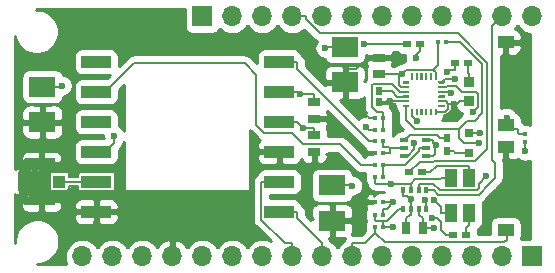
<source format=gbr>
G04 #@! TF.GenerationSoftware,KiCad,Pcbnew,(5.1.4)-1*
G04 #@! TF.CreationDate,2019-11-17T19:28:04+01:00*
G04 #@! TF.ProjectId,Open_Telemetry_digitalSensorShield,4f70656e-5f54-4656-9c65-6d657472795f,P1A - Prototype manuf.*
G04 #@! TF.SameCoordinates,Original*
G04 #@! TF.FileFunction,Copper,L1,Top*
G04 #@! TF.FilePolarity,Positive*
%FSLAX46Y46*%
G04 Gerber Fmt 4.6, Leading zero omitted, Abs format (unit mm)*
G04 Created by KiCad (PCBNEW (5.1.4)-1) date 2019-11-17 19:28:04*
%MOMM*%
%LPD*%
G04 APERTURE LIST*
%ADD10R,1.400000X1.000000*%
%ADD11R,0.440000X0.420000*%
%ADD12R,0.350000X0.500000*%
%ADD13R,1.000000X1.000000*%
%ADD14R,2.200000X1.050000*%
%ADD15R,2.500000X1.000000*%
%ADD16R,0.750000X0.600000*%
%ADD17R,0.420000X0.440000*%
%ADD18R,0.600000X0.750000*%
%ADD19R,0.620000X0.650000*%
%ADD20O,1.700000X1.700000*%
%ADD21R,1.700000X1.700000*%
%ADD22R,2.250000X1.700000*%
%ADD23R,0.950000X0.850000*%
%ADD24R,0.800000X0.800000*%
%ADD25R,0.650000X0.400000*%
%ADD26C,0.100000*%
%ADD27C,0.200000*%
%ADD28R,0.780000X0.980000*%
%ADD29R,0.980000X0.780000*%
%ADD30R,1.100000X1.500000*%
%ADD31C,0.600000*%
%ADD32C,0.160000*%
%ADD33C,0.200000*%
%ADD34C,0.300000*%
%ADD35C,0.254000*%
G04 APERTURE END LIST*
D10*
X256214880Y-151269580D03*
X256214880Y-144269580D03*
X256214880Y-142407520D03*
X256214880Y-135407520D03*
D11*
X245840000Y-141800000D03*
X245160000Y-141800000D03*
D12*
X247525000Y-149500000D03*
X248175000Y-147900000D03*
X248825000Y-147900000D03*
X249475000Y-147900000D03*
X248175000Y-149500000D03*
X248825000Y-149500000D03*
X249475000Y-149500000D03*
X247525000Y-147900000D03*
D13*
X218416000Y-147218000D03*
X215416000Y-147218000D03*
D14*
X216916000Y-145743000D03*
X216916000Y-148693000D03*
D15*
X237039000Y-149758000D03*
X237039000Y-147218000D03*
X237039000Y-144678000D03*
X237039000Y-142138000D03*
X237039000Y-139598000D03*
X237039000Y-137058000D03*
X221539000Y-137058000D03*
X221539000Y-139598000D03*
X221539000Y-142138000D03*
X221539000Y-144678000D03*
X221539000Y-147218000D03*
X221539000Y-149758000D03*
D16*
X247870000Y-135560000D03*
X248970000Y-135560000D03*
X248047420Y-146390360D03*
X249147420Y-146390360D03*
D11*
X245840000Y-151050000D03*
X245160000Y-151050000D03*
D17*
X257840000Y-143870000D03*
X257840000Y-143190000D03*
D16*
X251770000Y-151700000D03*
X252870000Y-151700000D03*
D18*
X251250000Y-143550000D03*
X251250000Y-144650000D03*
D11*
X250490000Y-135370000D03*
X251170000Y-135370000D03*
X245160000Y-145800000D03*
X245840000Y-145800000D03*
X245160000Y-146800000D03*
X245840000Y-146800000D03*
X245160000Y-144800000D03*
X245840000Y-144800000D03*
X245160000Y-143800000D03*
X245840000Y-143800000D03*
X245160000Y-150000000D03*
X245840000Y-150000000D03*
D19*
X245500000Y-139560000D03*
X245500000Y-140440000D03*
D20*
X258445000Y-133223000D03*
X255905000Y-133223000D03*
X253365000Y-133223000D03*
X250825000Y-133223000D03*
X248285000Y-133223000D03*
X245745000Y-133223000D03*
X243205000Y-133223000D03*
X240665000Y-133223000D03*
X238125000Y-133223000D03*
X235585000Y-133223000D03*
X233045000Y-133223000D03*
D21*
X230505000Y-133223000D03*
D20*
X220345000Y-153543000D03*
X222885000Y-153543000D03*
X225425000Y-153543000D03*
X227965000Y-153543000D03*
X230505000Y-153543000D03*
X233045000Y-153543000D03*
X235585000Y-153543000D03*
X238125000Y-153543000D03*
X240665000Y-153543000D03*
X243205000Y-153543000D03*
X245745000Y-153543000D03*
X248285000Y-153543000D03*
X250825000Y-153543000D03*
X253365000Y-153543000D03*
X255905000Y-153543000D03*
D21*
X258445000Y-153543000D03*
D22*
X241500000Y-150530000D03*
X241500000Y-147530000D03*
X242600000Y-135800000D03*
X242600000Y-138800000D03*
X216967000Y-142165000D03*
X216967000Y-139165000D03*
D23*
X253060000Y-138748000D03*
X253060000Y-140348000D03*
D24*
X253086000Y-144767000D03*
X253086000Y-143117000D03*
D25*
X247580000Y-143710000D03*
X247580000Y-145010000D03*
X249480000Y-144360000D03*
X247580000Y-144360000D03*
X249480000Y-145010000D03*
X249480000Y-143710000D03*
D11*
X245840000Y-148950000D03*
X245160000Y-148950000D03*
X245160000Y-142800000D03*
X245840000Y-142800000D03*
D26*
G36*
X251005901Y-138702241D02*
G01*
X251010755Y-138702961D01*
X251015514Y-138704153D01*
X251020134Y-138705806D01*
X251024570Y-138707904D01*
X251028779Y-138710427D01*
X251032720Y-138713349D01*
X251036355Y-138716645D01*
X251039651Y-138720280D01*
X251042573Y-138724221D01*
X251045096Y-138728430D01*
X251047194Y-138732866D01*
X251048847Y-138737486D01*
X251050039Y-138742245D01*
X251050759Y-138747099D01*
X251051000Y-138752000D01*
X251051000Y-138852000D01*
X251050759Y-138856901D01*
X251050039Y-138861755D01*
X251048847Y-138866514D01*
X251047194Y-138871134D01*
X251045096Y-138875570D01*
X251042573Y-138879779D01*
X251039651Y-138883720D01*
X251036355Y-138887355D01*
X251032720Y-138890651D01*
X251028779Y-138893573D01*
X251024570Y-138896096D01*
X251020134Y-138898194D01*
X251015514Y-138899847D01*
X251010755Y-138901039D01*
X251005901Y-138901759D01*
X251001000Y-138902000D01*
X250551000Y-138902000D01*
X250546099Y-138901759D01*
X250541245Y-138901039D01*
X250536486Y-138899847D01*
X250531866Y-138898194D01*
X250527430Y-138896096D01*
X250523221Y-138893573D01*
X250519280Y-138890651D01*
X250515645Y-138887355D01*
X250512349Y-138883720D01*
X250509427Y-138879779D01*
X250506904Y-138875570D01*
X250504806Y-138871134D01*
X250503153Y-138866514D01*
X250501961Y-138861755D01*
X250501241Y-138856901D01*
X250501000Y-138852000D01*
X250501000Y-138752000D01*
X250501241Y-138747099D01*
X250501961Y-138742245D01*
X250503153Y-138737486D01*
X250504806Y-138732866D01*
X250506904Y-138728430D01*
X250509427Y-138724221D01*
X250512349Y-138720280D01*
X250515645Y-138716645D01*
X250519280Y-138713349D01*
X250523221Y-138710427D01*
X250527430Y-138707904D01*
X250531866Y-138705806D01*
X250536486Y-138704153D01*
X250541245Y-138702961D01*
X250546099Y-138702241D01*
X250551000Y-138702000D01*
X251001000Y-138702000D01*
X251005901Y-138702241D01*
X251005901Y-138702241D01*
G37*
D27*
X250776000Y-138802000D03*
D26*
G36*
X251005901Y-139102241D02*
G01*
X251010755Y-139102961D01*
X251015514Y-139104153D01*
X251020134Y-139105806D01*
X251024570Y-139107904D01*
X251028779Y-139110427D01*
X251032720Y-139113349D01*
X251036355Y-139116645D01*
X251039651Y-139120280D01*
X251042573Y-139124221D01*
X251045096Y-139128430D01*
X251047194Y-139132866D01*
X251048847Y-139137486D01*
X251050039Y-139142245D01*
X251050759Y-139147099D01*
X251051000Y-139152000D01*
X251051000Y-139252000D01*
X251050759Y-139256901D01*
X251050039Y-139261755D01*
X251048847Y-139266514D01*
X251047194Y-139271134D01*
X251045096Y-139275570D01*
X251042573Y-139279779D01*
X251039651Y-139283720D01*
X251036355Y-139287355D01*
X251032720Y-139290651D01*
X251028779Y-139293573D01*
X251024570Y-139296096D01*
X251020134Y-139298194D01*
X251015514Y-139299847D01*
X251010755Y-139301039D01*
X251005901Y-139301759D01*
X251001000Y-139302000D01*
X250551000Y-139302000D01*
X250546099Y-139301759D01*
X250541245Y-139301039D01*
X250536486Y-139299847D01*
X250531866Y-139298194D01*
X250527430Y-139296096D01*
X250523221Y-139293573D01*
X250519280Y-139290651D01*
X250515645Y-139287355D01*
X250512349Y-139283720D01*
X250509427Y-139279779D01*
X250506904Y-139275570D01*
X250504806Y-139271134D01*
X250503153Y-139266514D01*
X250501961Y-139261755D01*
X250501241Y-139256901D01*
X250501000Y-139252000D01*
X250501000Y-139152000D01*
X250501241Y-139147099D01*
X250501961Y-139142245D01*
X250503153Y-139137486D01*
X250504806Y-139132866D01*
X250506904Y-139128430D01*
X250509427Y-139124221D01*
X250512349Y-139120280D01*
X250515645Y-139116645D01*
X250519280Y-139113349D01*
X250523221Y-139110427D01*
X250527430Y-139107904D01*
X250531866Y-139105806D01*
X250536486Y-139104153D01*
X250541245Y-139102961D01*
X250546099Y-139102241D01*
X250551000Y-139102000D01*
X251001000Y-139102000D01*
X251005901Y-139102241D01*
X251005901Y-139102241D01*
G37*
D27*
X250776000Y-139202000D03*
D26*
G36*
X251005901Y-139502241D02*
G01*
X251010755Y-139502961D01*
X251015514Y-139504153D01*
X251020134Y-139505806D01*
X251024570Y-139507904D01*
X251028779Y-139510427D01*
X251032720Y-139513349D01*
X251036355Y-139516645D01*
X251039651Y-139520280D01*
X251042573Y-139524221D01*
X251045096Y-139528430D01*
X251047194Y-139532866D01*
X251048847Y-139537486D01*
X251050039Y-139542245D01*
X251050759Y-139547099D01*
X251051000Y-139552000D01*
X251051000Y-139652000D01*
X251050759Y-139656901D01*
X251050039Y-139661755D01*
X251048847Y-139666514D01*
X251047194Y-139671134D01*
X251045096Y-139675570D01*
X251042573Y-139679779D01*
X251039651Y-139683720D01*
X251036355Y-139687355D01*
X251032720Y-139690651D01*
X251028779Y-139693573D01*
X251024570Y-139696096D01*
X251020134Y-139698194D01*
X251015514Y-139699847D01*
X251010755Y-139701039D01*
X251005901Y-139701759D01*
X251001000Y-139702000D01*
X250551000Y-139702000D01*
X250546099Y-139701759D01*
X250541245Y-139701039D01*
X250536486Y-139699847D01*
X250531866Y-139698194D01*
X250527430Y-139696096D01*
X250523221Y-139693573D01*
X250519280Y-139690651D01*
X250515645Y-139687355D01*
X250512349Y-139683720D01*
X250509427Y-139679779D01*
X250506904Y-139675570D01*
X250504806Y-139671134D01*
X250503153Y-139666514D01*
X250501961Y-139661755D01*
X250501241Y-139656901D01*
X250501000Y-139652000D01*
X250501000Y-139552000D01*
X250501241Y-139547099D01*
X250501961Y-139542245D01*
X250503153Y-139537486D01*
X250504806Y-139532866D01*
X250506904Y-139528430D01*
X250509427Y-139524221D01*
X250512349Y-139520280D01*
X250515645Y-139516645D01*
X250519280Y-139513349D01*
X250523221Y-139510427D01*
X250527430Y-139507904D01*
X250531866Y-139505806D01*
X250536486Y-139504153D01*
X250541245Y-139502961D01*
X250546099Y-139502241D01*
X250551000Y-139502000D01*
X251001000Y-139502000D01*
X251005901Y-139502241D01*
X251005901Y-139502241D01*
G37*
D27*
X250776000Y-139602000D03*
D26*
G36*
X251005901Y-139902241D02*
G01*
X251010755Y-139902961D01*
X251015514Y-139904153D01*
X251020134Y-139905806D01*
X251024570Y-139907904D01*
X251028779Y-139910427D01*
X251032720Y-139913349D01*
X251036355Y-139916645D01*
X251039651Y-139920280D01*
X251042573Y-139924221D01*
X251045096Y-139928430D01*
X251047194Y-139932866D01*
X251048847Y-139937486D01*
X251050039Y-139942245D01*
X251050759Y-139947099D01*
X251051000Y-139952000D01*
X251051000Y-140052000D01*
X251050759Y-140056901D01*
X251050039Y-140061755D01*
X251048847Y-140066514D01*
X251047194Y-140071134D01*
X251045096Y-140075570D01*
X251042573Y-140079779D01*
X251039651Y-140083720D01*
X251036355Y-140087355D01*
X251032720Y-140090651D01*
X251028779Y-140093573D01*
X251024570Y-140096096D01*
X251020134Y-140098194D01*
X251015514Y-140099847D01*
X251010755Y-140101039D01*
X251005901Y-140101759D01*
X251001000Y-140102000D01*
X250551000Y-140102000D01*
X250546099Y-140101759D01*
X250541245Y-140101039D01*
X250536486Y-140099847D01*
X250531866Y-140098194D01*
X250527430Y-140096096D01*
X250523221Y-140093573D01*
X250519280Y-140090651D01*
X250515645Y-140087355D01*
X250512349Y-140083720D01*
X250509427Y-140079779D01*
X250506904Y-140075570D01*
X250504806Y-140071134D01*
X250503153Y-140066514D01*
X250501961Y-140061755D01*
X250501241Y-140056901D01*
X250501000Y-140052000D01*
X250501000Y-139952000D01*
X250501241Y-139947099D01*
X250501961Y-139942245D01*
X250503153Y-139937486D01*
X250504806Y-139932866D01*
X250506904Y-139928430D01*
X250509427Y-139924221D01*
X250512349Y-139920280D01*
X250515645Y-139916645D01*
X250519280Y-139913349D01*
X250523221Y-139910427D01*
X250527430Y-139907904D01*
X250531866Y-139905806D01*
X250536486Y-139904153D01*
X250541245Y-139902961D01*
X250546099Y-139902241D01*
X250551000Y-139902000D01*
X251001000Y-139902000D01*
X251005901Y-139902241D01*
X251005901Y-139902241D01*
G37*
D27*
X250776000Y-140002000D03*
D26*
G36*
X251005901Y-140302241D02*
G01*
X251010755Y-140302961D01*
X251015514Y-140304153D01*
X251020134Y-140305806D01*
X251024570Y-140307904D01*
X251028779Y-140310427D01*
X251032720Y-140313349D01*
X251036355Y-140316645D01*
X251039651Y-140320280D01*
X251042573Y-140324221D01*
X251045096Y-140328430D01*
X251047194Y-140332866D01*
X251048847Y-140337486D01*
X251050039Y-140342245D01*
X251050759Y-140347099D01*
X251051000Y-140352000D01*
X251051000Y-140452000D01*
X251050759Y-140456901D01*
X251050039Y-140461755D01*
X251048847Y-140466514D01*
X251047194Y-140471134D01*
X251045096Y-140475570D01*
X251042573Y-140479779D01*
X251039651Y-140483720D01*
X251036355Y-140487355D01*
X251032720Y-140490651D01*
X251028779Y-140493573D01*
X251024570Y-140496096D01*
X251020134Y-140498194D01*
X251015514Y-140499847D01*
X251010755Y-140501039D01*
X251005901Y-140501759D01*
X251001000Y-140502000D01*
X250551000Y-140502000D01*
X250546099Y-140501759D01*
X250541245Y-140501039D01*
X250536486Y-140499847D01*
X250531866Y-140498194D01*
X250527430Y-140496096D01*
X250523221Y-140493573D01*
X250519280Y-140490651D01*
X250515645Y-140487355D01*
X250512349Y-140483720D01*
X250509427Y-140479779D01*
X250506904Y-140475570D01*
X250504806Y-140471134D01*
X250503153Y-140466514D01*
X250501961Y-140461755D01*
X250501241Y-140456901D01*
X250501000Y-140452000D01*
X250501000Y-140352000D01*
X250501241Y-140347099D01*
X250501961Y-140342245D01*
X250503153Y-140337486D01*
X250504806Y-140332866D01*
X250506904Y-140328430D01*
X250509427Y-140324221D01*
X250512349Y-140320280D01*
X250515645Y-140316645D01*
X250519280Y-140313349D01*
X250523221Y-140310427D01*
X250527430Y-140307904D01*
X250531866Y-140305806D01*
X250536486Y-140304153D01*
X250541245Y-140302961D01*
X250546099Y-140302241D01*
X250551000Y-140302000D01*
X251001000Y-140302000D01*
X251005901Y-140302241D01*
X251005901Y-140302241D01*
G37*
D27*
X250776000Y-140402000D03*
D26*
G36*
X251005901Y-140702241D02*
G01*
X251010755Y-140702961D01*
X251015514Y-140704153D01*
X251020134Y-140705806D01*
X251024570Y-140707904D01*
X251028779Y-140710427D01*
X251032720Y-140713349D01*
X251036355Y-140716645D01*
X251039651Y-140720280D01*
X251042573Y-140724221D01*
X251045096Y-140728430D01*
X251047194Y-140732866D01*
X251048847Y-140737486D01*
X251050039Y-140742245D01*
X251050759Y-140747099D01*
X251051000Y-140752000D01*
X251051000Y-140852000D01*
X251050759Y-140856901D01*
X251050039Y-140861755D01*
X251048847Y-140866514D01*
X251047194Y-140871134D01*
X251045096Y-140875570D01*
X251042573Y-140879779D01*
X251039651Y-140883720D01*
X251036355Y-140887355D01*
X251032720Y-140890651D01*
X251028779Y-140893573D01*
X251024570Y-140896096D01*
X251020134Y-140898194D01*
X251015514Y-140899847D01*
X251010755Y-140901039D01*
X251005901Y-140901759D01*
X251001000Y-140902000D01*
X250551000Y-140902000D01*
X250546099Y-140901759D01*
X250541245Y-140901039D01*
X250536486Y-140899847D01*
X250531866Y-140898194D01*
X250527430Y-140896096D01*
X250523221Y-140893573D01*
X250519280Y-140890651D01*
X250515645Y-140887355D01*
X250512349Y-140883720D01*
X250509427Y-140879779D01*
X250506904Y-140875570D01*
X250504806Y-140871134D01*
X250503153Y-140866514D01*
X250501961Y-140861755D01*
X250501241Y-140856901D01*
X250501000Y-140852000D01*
X250501000Y-140752000D01*
X250501241Y-140747099D01*
X250501961Y-140742245D01*
X250503153Y-140737486D01*
X250504806Y-140732866D01*
X250506904Y-140728430D01*
X250509427Y-140724221D01*
X250512349Y-140720280D01*
X250515645Y-140716645D01*
X250519280Y-140713349D01*
X250523221Y-140710427D01*
X250527430Y-140707904D01*
X250531866Y-140705806D01*
X250536486Y-140704153D01*
X250541245Y-140702961D01*
X250546099Y-140702241D01*
X250551000Y-140702000D01*
X251001000Y-140702000D01*
X251005901Y-140702241D01*
X251005901Y-140702241D01*
G37*
D27*
X250776000Y-140802000D03*
D26*
G36*
X250330901Y-141027241D02*
G01*
X250335755Y-141027961D01*
X250340514Y-141029153D01*
X250345134Y-141030806D01*
X250349570Y-141032904D01*
X250353779Y-141035427D01*
X250357720Y-141038349D01*
X250361355Y-141041645D01*
X250364651Y-141045280D01*
X250367573Y-141049221D01*
X250370096Y-141053430D01*
X250372194Y-141057866D01*
X250373847Y-141062486D01*
X250375039Y-141067245D01*
X250375759Y-141072099D01*
X250376000Y-141077000D01*
X250376000Y-141527000D01*
X250375759Y-141531901D01*
X250375039Y-141536755D01*
X250373847Y-141541514D01*
X250372194Y-141546134D01*
X250370096Y-141550570D01*
X250367573Y-141554779D01*
X250364651Y-141558720D01*
X250361355Y-141562355D01*
X250357720Y-141565651D01*
X250353779Y-141568573D01*
X250349570Y-141571096D01*
X250345134Y-141573194D01*
X250340514Y-141574847D01*
X250335755Y-141576039D01*
X250330901Y-141576759D01*
X250326000Y-141577000D01*
X250226000Y-141577000D01*
X250221099Y-141576759D01*
X250216245Y-141576039D01*
X250211486Y-141574847D01*
X250206866Y-141573194D01*
X250202430Y-141571096D01*
X250198221Y-141568573D01*
X250194280Y-141565651D01*
X250190645Y-141562355D01*
X250187349Y-141558720D01*
X250184427Y-141554779D01*
X250181904Y-141550570D01*
X250179806Y-141546134D01*
X250178153Y-141541514D01*
X250176961Y-141536755D01*
X250176241Y-141531901D01*
X250176000Y-141527000D01*
X250176000Y-141077000D01*
X250176241Y-141072099D01*
X250176961Y-141067245D01*
X250178153Y-141062486D01*
X250179806Y-141057866D01*
X250181904Y-141053430D01*
X250184427Y-141049221D01*
X250187349Y-141045280D01*
X250190645Y-141041645D01*
X250194280Y-141038349D01*
X250198221Y-141035427D01*
X250202430Y-141032904D01*
X250206866Y-141030806D01*
X250211486Y-141029153D01*
X250216245Y-141027961D01*
X250221099Y-141027241D01*
X250226000Y-141027000D01*
X250326000Y-141027000D01*
X250330901Y-141027241D01*
X250330901Y-141027241D01*
G37*
D27*
X250276000Y-141302000D03*
D26*
G36*
X249930901Y-141027241D02*
G01*
X249935755Y-141027961D01*
X249940514Y-141029153D01*
X249945134Y-141030806D01*
X249949570Y-141032904D01*
X249953779Y-141035427D01*
X249957720Y-141038349D01*
X249961355Y-141041645D01*
X249964651Y-141045280D01*
X249967573Y-141049221D01*
X249970096Y-141053430D01*
X249972194Y-141057866D01*
X249973847Y-141062486D01*
X249975039Y-141067245D01*
X249975759Y-141072099D01*
X249976000Y-141077000D01*
X249976000Y-141527000D01*
X249975759Y-141531901D01*
X249975039Y-141536755D01*
X249973847Y-141541514D01*
X249972194Y-141546134D01*
X249970096Y-141550570D01*
X249967573Y-141554779D01*
X249964651Y-141558720D01*
X249961355Y-141562355D01*
X249957720Y-141565651D01*
X249953779Y-141568573D01*
X249949570Y-141571096D01*
X249945134Y-141573194D01*
X249940514Y-141574847D01*
X249935755Y-141576039D01*
X249930901Y-141576759D01*
X249926000Y-141577000D01*
X249826000Y-141577000D01*
X249821099Y-141576759D01*
X249816245Y-141576039D01*
X249811486Y-141574847D01*
X249806866Y-141573194D01*
X249802430Y-141571096D01*
X249798221Y-141568573D01*
X249794280Y-141565651D01*
X249790645Y-141562355D01*
X249787349Y-141558720D01*
X249784427Y-141554779D01*
X249781904Y-141550570D01*
X249779806Y-141546134D01*
X249778153Y-141541514D01*
X249776961Y-141536755D01*
X249776241Y-141531901D01*
X249776000Y-141527000D01*
X249776000Y-141077000D01*
X249776241Y-141072099D01*
X249776961Y-141067245D01*
X249778153Y-141062486D01*
X249779806Y-141057866D01*
X249781904Y-141053430D01*
X249784427Y-141049221D01*
X249787349Y-141045280D01*
X249790645Y-141041645D01*
X249794280Y-141038349D01*
X249798221Y-141035427D01*
X249802430Y-141032904D01*
X249806866Y-141030806D01*
X249811486Y-141029153D01*
X249816245Y-141027961D01*
X249821099Y-141027241D01*
X249826000Y-141027000D01*
X249926000Y-141027000D01*
X249930901Y-141027241D01*
X249930901Y-141027241D01*
G37*
D27*
X249876000Y-141302000D03*
D26*
G36*
X249530901Y-141027241D02*
G01*
X249535755Y-141027961D01*
X249540514Y-141029153D01*
X249545134Y-141030806D01*
X249549570Y-141032904D01*
X249553779Y-141035427D01*
X249557720Y-141038349D01*
X249561355Y-141041645D01*
X249564651Y-141045280D01*
X249567573Y-141049221D01*
X249570096Y-141053430D01*
X249572194Y-141057866D01*
X249573847Y-141062486D01*
X249575039Y-141067245D01*
X249575759Y-141072099D01*
X249576000Y-141077000D01*
X249576000Y-141527000D01*
X249575759Y-141531901D01*
X249575039Y-141536755D01*
X249573847Y-141541514D01*
X249572194Y-141546134D01*
X249570096Y-141550570D01*
X249567573Y-141554779D01*
X249564651Y-141558720D01*
X249561355Y-141562355D01*
X249557720Y-141565651D01*
X249553779Y-141568573D01*
X249549570Y-141571096D01*
X249545134Y-141573194D01*
X249540514Y-141574847D01*
X249535755Y-141576039D01*
X249530901Y-141576759D01*
X249526000Y-141577000D01*
X249426000Y-141577000D01*
X249421099Y-141576759D01*
X249416245Y-141576039D01*
X249411486Y-141574847D01*
X249406866Y-141573194D01*
X249402430Y-141571096D01*
X249398221Y-141568573D01*
X249394280Y-141565651D01*
X249390645Y-141562355D01*
X249387349Y-141558720D01*
X249384427Y-141554779D01*
X249381904Y-141550570D01*
X249379806Y-141546134D01*
X249378153Y-141541514D01*
X249376961Y-141536755D01*
X249376241Y-141531901D01*
X249376000Y-141527000D01*
X249376000Y-141077000D01*
X249376241Y-141072099D01*
X249376961Y-141067245D01*
X249378153Y-141062486D01*
X249379806Y-141057866D01*
X249381904Y-141053430D01*
X249384427Y-141049221D01*
X249387349Y-141045280D01*
X249390645Y-141041645D01*
X249394280Y-141038349D01*
X249398221Y-141035427D01*
X249402430Y-141032904D01*
X249406866Y-141030806D01*
X249411486Y-141029153D01*
X249416245Y-141027961D01*
X249421099Y-141027241D01*
X249426000Y-141027000D01*
X249526000Y-141027000D01*
X249530901Y-141027241D01*
X249530901Y-141027241D01*
G37*
D27*
X249476000Y-141302000D03*
D26*
G36*
X249130901Y-141027241D02*
G01*
X249135755Y-141027961D01*
X249140514Y-141029153D01*
X249145134Y-141030806D01*
X249149570Y-141032904D01*
X249153779Y-141035427D01*
X249157720Y-141038349D01*
X249161355Y-141041645D01*
X249164651Y-141045280D01*
X249167573Y-141049221D01*
X249170096Y-141053430D01*
X249172194Y-141057866D01*
X249173847Y-141062486D01*
X249175039Y-141067245D01*
X249175759Y-141072099D01*
X249176000Y-141077000D01*
X249176000Y-141527000D01*
X249175759Y-141531901D01*
X249175039Y-141536755D01*
X249173847Y-141541514D01*
X249172194Y-141546134D01*
X249170096Y-141550570D01*
X249167573Y-141554779D01*
X249164651Y-141558720D01*
X249161355Y-141562355D01*
X249157720Y-141565651D01*
X249153779Y-141568573D01*
X249149570Y-141571096D01*
X249145134Y-141573194D01*
X249140514Y-141574847D01*
X249135755Y-141576039D01*
X249130901Y-141576759D01*
X249126000Y-141577000D01*
X249026000Y-141577000D01*
X249021099Y-141576759D01*
X249016245Y-141576039D01*
X249011486Y-141574847D01*
X249006866Y-141573194D01*
X249002430Y-141571096D01*
X248998221Y-141568573D01*
X248994280Y-141565651D01*
X248990645Y-141562355D01*
X248987349Y-141558720D01*
X248984427Y-141554779D01*
X248981904Y-141550570D01*
X248979806Y-141546134D01*
X248978153Y-141541514D01*
X248976961Y-141536755D01*
X248976241Y-141531901D01*
X248976000Y-141527000D01*
X248976000Y-141077000D01*
X248976241Y-141072099D01*
X248976961Y-141067245D01*
X248978153Y-141062486D01*
X248979806Y-141057866D01*
X248981904Y-141053430D01*
X248984427Y-141049221D01*
X248987349Y-141045280D01*
X248990645Y-141041645D01*
X248994280Y-141038349D01*
X248998221Y-141035427D01*
X249002430Y-141032904D01*
X249006866Y-141030806D01*
X249011486Y-141029153D01*
X249016245Y-141027961D01*
X249021099Y-141027241D01*
X249026000Y-141027000D01*
X249126000Y-141027000D01*
X249130901Y-141027241D01*
X249130901Y-141027241D01*
G37*
D27*
X249076000Y-141302000D03*
D26*
G36*
X248730901Y-141027241D02*
G01*
X248735755Y-141027961D01*
X248740514Y-141029153D01*
X248745134Y-141030806D01*
X248749570Y-141032904D01*
X248753779Y-141035427D01*
X248757720Y-141038349D01*
X248761355Y-141041645D01*
X248764651Y-141045280D01*
X248767573Y-141049221D01*
X248770096Y-141053430D01*
X248772194Y-141057866D01*
X248773847Y-141062486D01*
X248775039Y-141067245D01*
X248775759Y-141072099D01*
X248776000Y-141077000D01*
X248776000Y-141527000D01*
X248775759Y-141531901D01*
X248775039Y-141536755D01*
X248773847Y-141541514D01*
X248772194Y-141546134D01*
X248770096Y-141550570D01*
X248767573Y-141554779D01*
X248764651Y-141558720D01*
X248761355Y-141562355D01*
X248757720Y-141565651D01*
X248753779Y-141568573D01*
X248749570Y-141571096D01*
X248745134Y-141573194D01*
X248740514Y-141574847D01*
X248735755Y-141576039D01*
X248730901Y-141576759D01*
X248726000Y-141577000D01*
X248626000Y-141577000D01*
X248621099Y-141576759D01*
X248616245Y-141576039D01*
X248611486Y-141574847D01*
X248606866Y-141573194D01*
X248602430Y-141571096D01*
X248598221Y-141568573D01*
X248594280Y-141565651D01*
X248590645Y-141562355D01*
X248587349Y-141558720D01*
X248584427Y-141554779D01*
X248581904Y-141550570D01*
X248579806Y-141546134D01*
X248578153Y-141541514D01*
X248576961Y-141536755D01*
X248576241Y-141531901D01*
X248576000Y-141527000D01*
X248576000Y-141077000D01*
X248576241Y-141072099D01*
X248576961Y-141067245D01*
X248578153Y-141062486D01*
X248579806Y-141057866D01*
X248581904Y-141053430D01*
X248584427Y-141049221D01*
X248587349Y-141045280D01*
X248590645Y-141041645D01*
X248594280Y-141038349D01*
X248598221Y-141035427D01*
X248602430Y-141032904D01*
X248606866Y-141030806D01*
X248611486Y-141029153D01*
X248616245Y-141027961D01*
X248621099Y-141027241D01*
X248626000Y-141027000D01*
X248726000Y-141027000D01*
X248730901Y-141027241D01*
X248730901Y-141027241D01*
G37*
D27*
X248676000Y-141302000D03*
D26*
G36*
X248330901Y-141027241D02*
G01*
X248335755Y-141027961D01*
X248340514Y-141029153D01*
X248345134Y-141030806D01*
X248349570Y-141032904D01*
X248353779Y-141035427D01*
X248357720Y-141038349D01*
X248361355Y-141041645D01*
X248364651Y-141045280D01*
X248367573Y-141049221D01*
X248370096Y-141053430D01*
X248372194Y-141057866D01*
X248373847Y-141062486D01*
X248375039Y-141067245D01*
X248375759Y-141072099D01*
X248376000Y-141077000D01*
X248376000Y-141527000D01*
X248375759Y-141531901D01*
X248375039Y-141536755D01*
X248373847Y-141541514D01*
X248372194Y-141546134D01*
X248370096Y-141550570D01*
X248367573Y-141554779D01*
X248364651Y-141558720D01*
X248361355Y-141562355D01*
X248357720Y-141565651D01*
X248353779Y-141568573D01*
X248349570Y-141571096D01*
X248345134Y-141573194D01*
X248340514Y-141574847D01*
X248335755Y-141576039D01*
X248330901Y-141576759D01*
X248326000Y-141577000D01*
X248226000Y-141577000D01*
X248221099Y-141576759D01*
X248216245Y-141576039D01*
X248211486Y-141574847D01*
X248206866Y-141573194D01*
X248202430Y-141571096D01*
X248198221Y-141568573D01*
X248194280Y-141565651D01*
X248190645Y-141562355D01*
X248187349Y-141558720D01*
X248184427Y-141554779D01*
X248181904Y-141550570D01*
X248179806Y-141546134D01*
X248178153Y-141541514D01*
X248176961Y-141536755D01*
X248176241Y-141531901D01*
X248176000Y-141527000D01*
X248176000Y-141077000D01*
X248176241Y-141072099D01*
X248176961Y-141067245D01*
X248178153Y-141062486D01*
X248179806Y-141057866D01*
X248181904Y-141053430D01*
X248184427Y-141049221D01*
X248187349Y-141045280D01*
X248190645Y-141041645D01*
X248194280Y-141038349D01*
X248198221Y-141035427D01*
X248202430Y-141032904D01*
X248206866Y-141030806D01*
X248211486Y-141029153D01*
X248216245Y-141027961D01*
X248221099Y-141027241D01*
X248226000Y-141027000D01*
X248326000Y-141027000D01*
X248330901Y-141027241D01*
X248330901Y-141027241D01*
G37*
D27*
X248276000Y-141302000D03*
D26*
G36*
X248005901Y-140702241D02*
G01*
X248010755Y-140702961D01*
X248015514Y-140704153D01*
X248020134Y-140705806D01*
X248024570Y-140707904D01*
X248028779Y-140710427D01*
X248032720Y-140713349D01*
X248036355Y-140716645D01*
X248039651Y-140720280D01*
X248042573Y-140724221D01*
X248045096Y-140728430D01*
X248047194Y-140732866D01*
X248048847Y-140737486D01*
X248050039Y-140742245D01*
X248050759Y-140747099D01*
X248051000Y-140752000D01*
X248051000Y-140852000D01*
X248050759Y-140856901D01*
X248050039Y-140861755D01*
X248048847Y-140866514D01*
X248047194Y-140871134D01*
X248045096Y-140875570D01*
X248042573Y-140879779D01*
X248039651Y-140883720D01*
X248036355Y-140887355D01*
X248032720Y-140890651D01*
X248028779Y-140893573D01*
X248024570Y-140896096D01*
X248020134Y-140898194D01*
X248015514Y-140899847D01*
X248010755Y-140901039D01*
X248005901Y-140901759D01*
X248001000Y-140902000D01*
X247551000Y-140902000D01*
X247546099Y-140901759D01*
X247541245Y-140901039D01*
X247536486Y-140899847D01*
X247531866Y-140898194D01*
X247527430Y-140896096D01*
X247523221Y-140893573D01*
X247519280Y-140890651D01*
X247515645Y-140887355D01*
X247512349Y-140883720D01*
X247509427Y-140879779D01*
X247506904Y-140875570D01*
X247504806Y-140871134D01*
X247503153Y-140866514D01*
X247501961Y-140861755D01*
X247501241Y-140856901D01*
X247501000Y-140852000D01*
X247501000Y-140752000D01*
X247501241Y-140747099D01*
X247501961Y-140742245D01*
X247503153Y-140737486D01*
X247504806Y-140732866D01*
X247506904Y-140728430D01*
X247509427Y-140724221D01*
X247512349Y-140720280D01*
X247515645Y-140716645D01*
X247519280Y-140713349D01*
X247523221Y-140710427D01*
X247527430Y-140707904D01*
X247531866Y-140705806D01*
X247536486Y-140704153D01*
X247541245Y-140702961D01*
X247546099Y-140702241D01*
X247551000Y-140702000D01*
X248001000Y-140702000D01*
X248005901Y-140702241D01*
X248005901Y-140702241D01*
G37*
D27*
X247776000Y-140802000D03*
D26*
G36*
X248005901Y-140302241D02*
G01*
X248010755Y-140302961D01*
X248015514Y-140304153D01*
X248020134Y-140305806D01*
X248024570Y-140307904D01*
X248028779Y-140310427D01*
X248032720Y-140313349D01*
X248036355Y-140316645D01*
X248039651Y-140320280D01*
X248042573Y-140324221D01*
X248045096Y-140328430D01*
X248047194Y-140332866D01*
X248048847Y-140337486D01*
X248050039Y-140342245D01*
X248050759Y-140347099D01*
X248051000Y-140352000D01*
X248051000Y-140452000D01*
X248050759Y-140456901D01*
X248050039Y-140461755D01*
X248048847Y-140466514D01*
X248047194Y-140471134D01*
X248045096Y-140475570D01*
X248042573Y-140479779D01*
X248039651Y-140483720D01*
X248036355Y-140487355D01*
X248032720Y-140490651D01*
X248028779Y-140493573D01*
X248024570Y-140496096D01*
X248020134Y-140498194D01*
X248015514Y-140499847D01*
X248010755Y-140501039D01*
X248005901Y-140501759D01*
X248001000Y-140502000D01*
X247551000Y-140502000D01*
X247546099Y-140501759D01*
X247541245Y-140501039D01*
X247536486Y-140499847D01*
X247531866Y-140498194D01*
X247527430Y-140496096D01*
X247523221Y-140493573D01*
X247519280Y-140490651D01*
X247515645Y-140487355D01*
X247512349Y-140483720D01*
X247509427Y-140479779D01*
X247506904Y-140475570D01*
X247504806Y-140471134D01*
X247503153Y-140466514D01*
X247501961Y-140461755D01*
X247501241Y-140456901D01*
X247501000Y-140452000D01*
X247501000Y-140352000D01*
X247501241Y-140347099D01*
X247501961Y-140342245D01*
X247503153Y-140337486D01*
X247504806Y-140332866D01*
X247506904Y-140328430D01*
X247509427Y-140324221D01*
X247512349Y-140320280D01*
X247515645Y-140316645D01*
X247519280Y-140313349D01*
X247523221Y-140310427D01*
X247527430Y-140307904D01*
X247531866Y-140305806D01*
X247536486Y-140304153D01*
X247541245Y-140302961D01*
X247546099Y-140302241D01*
X247551000Y-140302000D01*
X248001000Y-140302000D01*
X248005901Y-140302241D01*
X248005901Y-140302241D01*
G37*
D27*
X247776000Y-140402000D03*
D26*
G36*
X248005901Y-139902241D02*
G01*
X248010755Y-139902961D01*
X248015514Y-139904153D01*
X248020134Y-139905806D01*
X248024570Y-139907904D01*
X248028779Y-139910427D01*
X248032720Y-139913349D01*
X248036355Y-139916645D01*
X248039651Y-139920280D01*
X248042573Y-139924221D01*
X248045096Y-139928430D01*
X248047194Y-139932866D01*
X248048847Y-139937486D01*
X248050039Y-139942245D01*
X248050759Y-139947099D01*
X248051000Y-139952000D01*
X248051000Y-140052000D01*
X248050759Y-140056901D01*
X248050039Y-140061755D01*
X248048847Y-140066514D01*
X248047194Y-140071134D01*
X248045096Y-140075570D01*
X248042573Y-140079779D01*
X248039651Y-140083720D01*
X248036355Y-140087355D01*
X248032720Y-140090651D01*
X248028779Y-140093573D01*
X248024570Y-140096096D01*
X248020134Y-140098194D01*
X248015514Y-140099847D01*
X248010755Y-140101039D01*
X248005901Y-140101759D01*
X248001000Y-140102000D01*
X247551000Y-140102000D01*
X247546099Y-140101759D01*
X247541245Y-140101039D01*
X247536486Y-140099847D01*
X247531866Y-140098194D01*
X247527430Y-140096096D01*
X247523221Y-140093573D01*
X247519280Y-140090651D01*
X247515645Y-140087355D01*
X247512349Y-140083720D01*
X247509427Y-140079779D01*
X247506904Y-140075570D01*
X247504806Y-140071134D01*
X247503153Y-140066514D01*
X247501961Y-140061755D01*
X247501241Y-140056901D01*
X247501000Y-140052000D01*
X247501000Y-139952000D01*
X247501241Y-139947099D01*
X247501961Y-139942245D01*
X247503153Y-139937486D01*
X247504806Y-139932866D01*
X247506904Y-139928430D01*
X247509427Y-139924221D01*
X247512349Y-139920280D01*
X247515645Y-139916645D01*
X247519280Y-139913349D01*
X247523221Y-139910427D01*
X247527430Y-139907904D01*
X247531866Y-139905806D01*
X247536486Y-139904153D01*
X247541245Y-139902961D01*
X247546099Y-139902241D01*
X247551000Y-139902000D01*
X248001000Y-139902000D01*
X248005901Y-139902241D01*
X248005901Y-139902241D01*
G37*
D27*
X247776000Y-140002000D03*
D26*
G36*
X248005901Y-139502241D02*
G01*
X248010755Y-139502961D01*
X248015514Y-139504153D01*
X248020134Y-139505806D01*
X248024570Y-139507904D01*
X248028779Y-139510427D01*
X248032720Y-139513349D01*
X248036355Y-139516645D01*
X248039651Y-139520280D01*
X248042573Y-139524221D01*
X248045096Y-139528430D01*
X248047194Y-139532866D01*
X248048847Y-139537486D01*
X248050039Y-139542245D01*
X248050759Y-139547099D01*
X248051000Y-139552000D01*
X248051000Y-139652000D01*
X248050759Y-139656901D01*
X248050039Y-139661755D01*
X248048847Y-139666514D01*
X248047194Y-139671134D01*
X248045096Y-139675570D01*
X248042573Y-139679779D01*
X248039651Y-139683720D01*
X248036355Y-139687355D01*
X248032720Y-139690651D01*
X248028779Y-139693573D01*
X248024570Y-139696096D01*
X248020134Y-139698194D01*
X248015514Y-139699847D01*
X248010755Y-139701039D01*
X248005901Y-139701759D01*
X248001000Y-139702000D01*
X247551000Y-139702000D01*
X247546099Y-139701759D01*
X247541245Y-139701039D01*
X247536486Y-139699847D01*
X247531866Y-139698194D01*
X247527430Y-139696096D01*
X247523221Y-139693573D01*
X247519280Y-139690651D01*
X247515645Y-139687355D01*
X247512349Y-139683720D01*
X247509427Y-139679779D01*
X247506904Y-139675570D01*
X247504806Y-139671134D01*
X247503153Y-139666514D01*
X247501961Y-139661755D01*
X247501241Y-139656901D01*
X247501000Y-139652000D01*
X247501000Y-139552000D01*
X247501241Y-139547099D01*
X247501961Y-139542245D01*
X247503153Y-139537486D01*
X247504806Y-139532866D01*
X247506904Y-139528430D01*
X247509427Y-139524221D01*
X247512349Y-139520280D01*
X247515645Y-139516645D01*
X247519280Y-139513349D01*
X247523221Y-139510427D01*
X247527430Y-139507904D01*
X247531866Y-139505806D01*
X247536486Y-139504153D01*
X247541245Y-139502961D01*
X247546099Y-139502241D01*
X247551000Y-139502000D01*
X248001000Y-139502000D01*
X248005901Y-139502241D01*
X248005901Y-139502241D01*
G37*
D27*
X247776000Y-139602000D03*
D26*
G36*
X248005901Y-139102241D02*
G01*
X248010755Y-139102961D01*
X248015514Y-139104153D01*
X248020134Y-139105806D01*
X248024570Y-139107904D01*
X248028779Y-139110427D01*
X248032720Y-139113349D01*
X248036355Y-139116645D01*
X248039651Y-139120280D01*
X248042573Y-139124221D01*
X248045096Y-139128430D01*
X248047194Y-139132866D01*
X248048847Y-139137486D01*
X248050039Y-139142245D01*
X248050759Y-139147099D01*
X248051000Y-139152000D01*
X248051000Y-139252000D01*
X248050759Y-139256901D01*
X248050039Y-139261755D01*
X248048847Y-139266514D01*
X248047194Y-139271134D01*
X248045096Y-139275570D01*
X248042573Y-139279779D01*
X248039651Y-139283720D01*
X248036355Y-139287355D01*
X248032720Y-139290651D01*
X248028779Y-139293573D01*
X248024570Y-139296096D01*
X248020134Y-139298194D01*
X248015514Y-139299847D01*
X248010755Y-139301039D01*
X248005901Y-139301759D01*
X248001000Y-139302000D01*
X247551000Y-139302000D01*
X247546099Y-139301759D01*
X247541245Y-139301039D01*
X247536486Y-139299847D01*
X247531866Y-139298194D01*
X247527430Y-139296096D01*
X247523221Y-139293573D01*
X247519280Y-139290651D01*
X247515645Y-139287355D01*
X247512349Y-139283720D01*
X247509427Y-139279779D01*
X247506904Y-139275570D01*
X247504806Y-139271134D01*
X247503153Y-139266514D01*
X247501961Y-139261755D01*
X247501241Y-139256901D01*
X247501000Y-139252000D01*
X247501000Y-139152000D01*
X247501241Y-139147099D01*
X247501961Y-139142245D01*
X247503153Y-139137486D01*
X247504806Y-139132866D01*
X247506904Y-139128430D01*
X247509427Y-139124221D01*
X247512349Y-139120280D01*
X247515645Y-139116645D01*
X247519280Y-139113349D01*
X247523221Y-139110427D01*
X247527430Y-139107904D01*
X247531866Y-139105806D01*
X247536486Y-139104153D01*
X247541245Y-139102961D01*
X247546099Y-139102241D01*
X247551000Y-139102000D01*
X248001000Y-139102000D01*
X248005901Y-139102241D01*
X248005901Y-139102241D01*
G37*
D27*
X247776000Y-139202000D03*
D26*
G36*
X248005901Y-138702241D02*
G01*
X248010755Y-138702961D01*
X248015514Y-138704153D01*
X248020134Y-138705806D01*
X248024570Y-138707904D01*
X248028779Y-138710427D01*
X248032720Y-138713349D01*
X248036355Y-138716645D01*
X248039651Y-138720280D01*
X248042573Y-138724221D01*
X248045096Y-138728430D01*
X248047194Y-138732866D01*
X248048847Y-138737486D01*
X248050039Y-138742245D01*
X248050759Y-138747099D01*
X248051000Y-138752000D01*
X248051000Y-138852000D01*
X248050759Y-138856901D01*
X248050039Y-138861755D01*
X248048847Y-138866514D01*
X248047194Y-138871134D01*
X248045096Y-138875570D01*
X248042573Y-138879779D01*
X248039651Y-138883720D01*
X248036355Y-138887355D01*
X248032720Y-138890651D01*
X248028779Y-138893573D01*
X248024570Y-138896096D01*
X248020134Y-138898194D01*
X248015514Y-138899847D01*
X248010755Y-138901039D01*
X248005901Y-138901759D01*
X248001000Y-138902000D01*
X247551000Y-138902000D01*
X247546099Y-138901759D01*
X247541245Y-138901039D01*
X247536486Y-138899847D01*
X247531866Y-138898194D01*
X247527430Y-138896096D01*
X247523221Y-138893573D01*
X247519280Y-138890651D01*
X247515645Y-138887355D01*
X247512349Y-138883720D01*
X247509427Y-138879779D01*
X247506904Y-138875570D01*
X247504806Y-138871134D01*
X247503153Y-138866514D01*
X247501961Y-138861755D01*
X247501241Y-138856901D01*
X247501000Y-138852000D01*
X247501000Y-138752000D01*
X247501241Y-138747099D01*
X247501961Y-138742245D01*
X247503153Y-138737486D01*
X247504806Y-138732866D01*
X247506904Y-138728430D01*
X247509427Y-138724221D01*
X247512349Y-138720280D01*
X247515645Y-138716645D01*
X247519280Y-138713349D01*
X247523221Y-138710427D01*
X247527430Y-138707904D01*
X247531866Y-138705806D01*
X247536486Y-138704153D01*
X247541245Y-138702961D01*
X247546099Y-138702241D01*
X247551000Y-138702000D01*
X248001000Y-138702000D01*
X248005901Y-138702241D01*
X248005901Y-138702241D01*
G37*
D27*
X247776000Y-138802000D03*
D26*
G36*
X248330901Y-138027241D02*
G01*
X248335755Y-138027961D01*
X248340514Y-138029153D01*
X248345134Y-138030806D01*
X248349570Y-138032904D01*
X248353779Y-138035427D01*
X248357720Y-138038349D01*
X248361355Y-138041645D01*
X248364651Y-138045280D01*
X248367573Y-138049221D01*
X248370096Y-138053430D01*
X248372194Y-138057866D01*
X248373847Y-138062486D01*
X248375039Y-138067245D01*
X248375759Y-138072099D01*
X248376000Y-138077000D01*
X248376000Y-138527000D01*
X248375759Y-138531901D01*
X248375039Y-138536755D01*
X248373847Y-138541514D01*
X248372194Y-138546134D01*
X248370096Y-138550570D01*
X248367573Y-138554779D01*
X248364651Y-138558720D01*
X248361355Y-138562355D01*
X248357720Y-138565651D01*
X248353779Y-138568573D01*
X248349570Y-138571096D01*
X248345134Y-138573194D01*
X248340514Y-138574847D01*
X248335755Y-138576039D01*
X248330901Y-138576759D01*
X248326000Y-138577000D01*
X248226000Y-138577000D01*
X248221099Y-138576759D01*
X248216245Y-138576039D01*
X248211486Y-138574847D01*
X248206866Y-138573194D01*
X248202430Y-138571096D01*
X248198221Y-138568573D01*
X248194280Y-138565651D01*
X248190645Y-138562355D01*
X248187349Y-138558720D01*
X248184427Y-138554779D01*
X248181904Y-138550570D01*
X248179806Y-138546134D01*
X248178153Y-138541514D01*
X248176961Y-138536755D01*
X248176241Y-138531901D01*
X248176000Y-138527000D01*
X248176000Y-138077000D01*
X248176241Y-138072099D01*
X248176961Y-138067245D01*
X248178153Y-138062486D01*
X248179806Y-138057866D01*
X248181904Y-138053430D01*
X248184427Y-138049221D01*
X248187349Y-138045280D01*
X248190645Y-138041645D01*
X248194280Y-138038349D01*
X248198221Y-138035427D01*
X248202430Y-138032904D01*
X248206866Y-138030806D01*
X248211486Y-138029153D01*
X248216245Y-138027961D01*
X248221099Y-138027241D01*
X248226000Y-138027000D01*
X248326000Y-138027000D01*
X248330901Y-138027241D01*
X248330901Y-138027241D01*
G37*
D27*
X248276000Y-138302000D03*
D26*
G36*
X248730901Y-138027241D02*
G01*
X248735755Y-138027961D01*
X248740514Y-138029153D01*
X248745134Y-138030806D01*
X248749570Y-138032904D01*
X248753779Y-138035427D01*
X248757720Y-138038349D01*
X248761355Y-138041645D01*
X248764651Y-138045280D01*
X248767573Y-138049221D01*
X248770096Y-138053430D01*
X248772194Y-138057866D01*
X248773847Y-138062486D01*
X248775039Y-138067245D01*
X248775759Y-138072099D01*
X248776000Y-138077000D01*
X248776000Y-138527000D01*
X248775759Y-138531901D01*
X248775039Y-138536755D01*
X248773847Y-138541514D01*
X248772194Y-138546134D01*
X248770096Y-138550570D01*
X248767573Y-138554779D01*
X248764651Y-138558720D01*
X248761355Y-138562355D01*
X248757720Y-138565651D01*
X248753779Y-138568573D01*
X248749570Y-138571096D01*
X248745134Y-138573194D01*
X248740514Y-138574847D01*
X248735755Y-138576039D01*
X248730901Y-138576759D01*
X248726000Y-138577000D01*
X248626000Y-138577000D01*
X248621099Y-138576759D01*
X248616245Y-138576039D01*
X248611486Y-138574847D01*
X248606866Y-138573194D01*
X248602430Y-138571096D01*
X248598221Y-138568573D01*
X248594280Y-138565651D01*
X248590645Y-138562355D01*
X248587349Y-138558720D01*
X248584427Y-138554779D01*
X248581904Y-138550570D01*
X248579806Y-138546134D01*
X248578153Y-138541514D01*
X248576961Y-138536755D01*
X248576241Y-138531901D01*
X248576000Y-138527000D01*
X248576000Y-138077000D01*
X248576241Y-138072099D01*
X248576961Y-138067245D01*
X248578153Y-138062486D01*
X248579806Y-138057866D01*
X248581904Y-138053430D01*
X248584427Y-138049221D01*
X248587349Y-138045280D01*
X248590645Y-138041645D01*
X248594280Y-138038349D01*
X248598221Y-138035427D01*
X248602430Y-138032904D01*
X248606866Y-138030806D01*
X248611486Y-138029153D01*
X248616245Y-138027961D01*
X248621099Y-138027241D01*
X248626000Y-138027000D01*
X248726000Y-138027000D01*
X248730901Y-138027241D01*
X248730901Y-138027241D01*
G37*
D27*
X248676000Y-138302000D03*
D26*
G36*
X249130901Y-138027241D02*
G01*
X249135755Y-138027961D01*
X249140514Y-138029153D01*
X249145134Y-138030806D01*
X249149570Y-138032904D01*
X249153779Y-138035427D01*
X249157720Y-138038349D01*
X249161355Y-138041645D01*
X249164651Y-138045280D01*
X249167573Y-138049221D01*
X249170096Y-138053430D01*
X249172194Y-138057866D01*
X249173847Y-138062486D01*
X249175039Y-138067245D01*
X249175759Y-138072099D01*
X249176000Y-138077000D01*
X249176000Y-138527000D01*
X249175759Y-138531901D01*
X249175039Y-138536755D01*
X249173847Y-138541514D01*
X249172194Y-138546134D01*
X249170096Y-138550570D01*
X249167573Y-138554779D01*
X249164651Y-138558720D01*
X249161355Y-138562355D01*
X249157720Y-138565651D01*
X249153779Y-138568573D01*
X249149570Y-138571096D01*
X249145134Y-138573194D01*
X249140514Y-138574847D01*
X249135755Y-138576039D01*
X249130901Y-138576759D01*
X249126000Y-138577000D01*
X249026000Y-138577000D01*
X249021099Y-138576759D01*
X249016245Y-138576039D01*
X249011486Y-138574847D01*
X249006866Y-138573194D01*
X249002430Y-138571096D01*
X248998221Y-138568573D01*
X248994280Y-138565651D01*
X248990645Y-138562355D01*
X248987349Y-138558720D01*
X248984427Y-138554779D01*
X248981904Y-138550570D01*
X248979806Y-138546134D01*
X248978153Y-138541514D01*
X248976961Y-138536755D01*
X248976241Y-138531901D01*
X248976000Y-138527000D01*
X248976000Y-138077000D01*
X248976241Y-138072099D01*
X248976961Y-138067245D01*
X248978153Y-138062486D01*
X248979806Y-138057866D01*
X248981904Y-138053430D01*
X248984427Y-138049221D01*
X248987349Y-138045280D01*
X248990645Y-138041645D01*
X248994280Y-138038349D01*
X248998221Y-138035427D01*
X249002430Y-138032904D01*
X249006866Y-138030806D01*
X249011486Y-138029153D01*
X249016245Y-138027961D01*
X249021099Y-138027241D01*
X249026000Y-138027000D01*
X249126000Y-138027000D01*
X249130901Y-138027241D01*
X249130901Y-138027241D01*
G37*
D27*
X249076000Y-138302000D03*
D26*
G36*
X249530901Y-138027241D02*
G01*
X249535755Y-138027961D01*
X249540514Y-138029153D01*
X249545134Y-138030806D01*
X249549570Y-138032904D01*
X249553779Y-138035427D01*
X249557720Y-138038349D01*
X249561355Y-138041645D01*
X249564651Y-138045280D01*
X249567573Y-138049221D01*
X249570096Y-138053430D01*
X249572194Y-138057866D01*
X249573847Y-138062486D01*
X249575039Y-138067245D01*
X249575759Y-138072099D01*
X249576000Y-138077000D01*
X249576000Y-138527000D01*
X249575759Y-138531901D01*
X249575039Y-138536755D01*
X249573847Y-138541514D01*
X249572194Y-138546134D01*
X249570096Y-138550570D01*
X249567573Y-138554779D01*
X249564651Y-138558720D01*
X249561355Y-138562355D01*
X249557720Y-138565651D01*
X249553779Y-138568573D01*
X249549570Y-138571096D01*
X249545134Y-138573194D01*
X249540514Y-138574847D01*
X249535755Y-138576039D01*
X249530901Y-138576759D01*
X249526000Y-138577000D01*
X249426000Y-138577000D01*
X249421099Y-138576759D01*
X249416245Y-138576039D01*
X249411486Y-138574847D01*
X249406866Y-138573194D01*
X249402430Y-138571096D01*
X249398221Y-138568573D01*
X249394280Y-138565651D01*
X249390645Y-138562355D01*
X249387349Y-138558720D01*
X249384427Y-138554779D01*
X249381904Y-138550570D01*
X249379806Y-138546134D01*
X249378153Y-138541514D01*
X249376961Y-138536755D01*
X249376241Y-138531901D01*
X249376000Y-138527000D01*
X249376000Y-138077000D01*
X249376241Y-138072099D01*
X249376961Y-138067245D01*
X249378153Y-138062486D01*
X249379806Y-138057866D01*
X249381904Y-138053430D01*
X249384427Y-138049221D01*
X249387349Y-138045280D01*
X249390645Y-138041645D01*
X249394280Y-138038349D01*
X249398221Y-138035427D01*
X249402430Y-138032904D01*
X249406866Y-138030806D01*
X249411486Y-138029153D01*
X249416245Y-138027961D01*
X249421099Y-138027241D01*
X249426000Y-138027000D01*
X249526000Y-138027000D01*
X249530901Y-138027241D01*
X249530901Y-138027241D01*
G37*
D27*
X249476000Y-138302000D03*
D26*
G36*
X249930901Y-138027241D02*
G01*
X249935755Y-138027961D01*
X249940514Y-138029153D01*
X249945134Y-138030806D01*
X249949570Y-138032904D01*
X249953779Y-138035427D01*
X249957720Y-138038349D01*
X249961355Y-138041645D01*
X249964651Y-138045280D01*
X249967573Y-138049221D01*
X249970096Y-138053430D01*
X249972194Y-138057866D01*
X249973847Y-138062486D01*
X249975039Y-138067245D01*
X249975759Y-138072099D01*
X249976000Y-138077000D01*
X249976000Y-138527000D01*
X249975759Y-138531901D01*
X249975039Y-138536755D01*
X249973847Y-138541514D01*
X249972194Y-138546134D01*
X249970096Y-138550570D01*
X249967573Y-138554779D01*
X249964651Y-138558720D01*
X249961355Y-138562355D01*
X249957720Y-138565651D01*
X249953779Y-138568573D01*
X249949570Y-138571096D01*
X249945134Y-138573194D01*
X249940514Y-138574847D01*
X249935755Y-138576039D01*
X249930901Y-138576759D01*
X249926000Y-138577000D01*
X249826000Y-138577000D01*
X249821099Y-138576759D01*
X249816245Y-138576039D01*
X249811486Y-138574847D01*
X249806866Y-138573194D01*
X249802430Y-138571096D01*
X249798221Y-138568573D01*
X249794280Y-138565651D01*
X249790645Y-138562355D01*
X249787349Y-138558720D01*
X249784427Y-138554779D01*
X249781904Y-138550570D01*
X249779806Y-138546134D01*
X249778153Y-138541514D01*
X249776961Y-138536755D01*
X249776241Y-138531901D01*
X249776000Y-138527000D01*
X249776000Y-138077000D01*
X249776241Y-138072099D01*
X249776961Y-138067245D01*
X249778153Y-138062486D01*
X249779806Y-138057866D01*
X249781904Y-138053430D01*
X249784427Y-138049221D01*
X249787349Y-138045280D01*
X249790645Y-138041645D01*
X249794280Y-138038349D01*
X249798221Y-138035427D01*
X249802430Y-138032904D01*
X249806866Y-138030806D01*
X249811486Y-138029153D01*
X249816245Y-138027961D01*
X249821099Y-138027241D01*
X249826000Y-138027000D01*
X249926000Y-138027000D01*
X249930901Y-138027241D01*
X249930901Y-138027241D01*
G37*
D27*
X249876000Y-138302000D03*
D26*
G36*
X250330901Y-138027241D02*
G01*
X250335755Y-138027961D01*
X250340514Y-138029153D01*
X250345134Y-138030806D01*
X250349570Y-138032904D01*
X250353779Y-138035427D01*
X250357720Y-138038349D01*
X250361355Y-138041645D01*
X250364651Y-138045280D01*
X250367573Y-138049221D01*
X250370096Y-138053430D01*
X250372194Y-138057866D01*
X250373847Y-138062486D01*
X250375039Y-138067245D01*
X250375759Y-138072099D01*
X250376000Y-138077000D01*
X250376000Y-138527000D01*
X250375759Y-138531901D01*
X250375039Y-138536755D01*
X250373847Y-138541514D01*
X250372194Y-138546134D01*
X250370096Y-138550570D01*
X250367573Y-138554779D01*
X250364651Y-138558720D01*
X250361355Y-138562355D01*
X250357720Y-138565651D01*
X250353779Y-138568573D01*
X250349570Y-138571096D01*
X250345134Y-138573194D01*
X250340514Y-138574847D01*
X250335755Y-138576039D01*
X250330901Y-138576759D01*
X250326000Y-138577000D01*
X250226000Y-138577000D01*
X250221099Y-138576759D01*
X250216245Y-138576039D01*
X250211486Y-138574847D01*
X250206866Y-138573194D01*
X250202430Y-138571096D01*
X250198221Y-138568573D01*
X250194280Y-138565651D01*
X250190645Y-138562355D01*
X250187349Y-138558720D01*
X250184427Y-138554779D01*
X250181904Y-138550570D01*
X250179806Y-138546134D01*
X250178153Y-138541514D01*
X250176961Y-138536755D01*
X250176241Y-138531901D01*
X250176000Y-138527000D01*
X250176000Y-138077000D01*
X250176241Y-138072099D01*
X250176961Y-138067245D01*
X250178153Y-138062486D01*
X250179806Y-138057866D01*
X250181904Y-138053430D01*
X250184427Y-138049221D01*
X250187349Y-138045280D01*
X250190645Y-138041645D01*
X250194280Y-138038349D01*
X250198221Y-138035427D01*
X250202430Y-138032904D01*
X250206866Y-138030806D01*
X250211486Y-138029153D01*
X250216245Y-138027961D01*
X250221099Y-138027241D01*
X250226000Y-138027000D01*
X250326000Y-138027000D01*
X250330901Y-138027241D01*
X250330901Y-138027241D01*
G37*
D27*
X250276000Y-138302000D03*
D28*
X247790000Y-151100000D03*
X249190000Y-151100000D03*
D29*
X245500000Y-138100000D03*
X245500000Y-136700000D03*
X240000000Y-140500000D03*
X240000000Y-141900000D03*
X240000000Y-144700000D03*
X240000000Y-143300000D03*
D30*
X251590000Y-146880000D03*
X251590000Y-149880000D03*
X253090000Y-149880000D03*
X253090000Y-146880000D03*
D16*
X253000000Y-137150000D03*
X251900000Y-137150000D03*
D31*
X246700000Y-151050000D03*
X250310300Y-144077700D03*
X248705000Y-142084500D03*
X246500000Y-147400000D03*
X218624400Y-139076200D03*
X250097900Y-151099900D03*
X251569300Y-139723000D03*
X238796300Y-139829700D03*
X244415600Y-142555900D03*
X240941000Y-135882800D03*
X257840000Y-144592800D03*
X247384000Y-138120700D03*
X239065000Y-142629700D03*
X243200000Y-147550000D03*
X219235020Y-149138640D03*
X219161360Y-145130520D03*
X248197100Y-148679300D03*
X244012720Y-144477740D03*
X244438700Y-148952500D03*
X221539000Y-150760700D03*
X244223540Y-137302240D03*
X243200000Y-150550000D03*
X244045740Y-141366240D03*
X215100000Y-148700000D03*
X251818100Y-140625700D03*
X215100000Y-145750000D03*
X253987200Y-143058500D03*
X256286000Y-136796000D03*
X256298700Y-146019520D03*
X246443300Y-140402000D03*
X216500000Y-147200000D03*
X219161360Y-142128240D03*
X241239040Y-141881860D03*
X224708720Y-148645880D03*
X257957320Y-141739620D03*
X257939540Y-151643080D03*
X257939540Y-151643080D03*
X234066080Y-148617940D03*
X223509840Y-140827760D03*
X226918520Y-133192520D03*
X254086360Y-151538940D03*
X238150400Y-135270240D03*
X239313720Y-146110960D03*
X256286000Y-141783400D03*
X223070420Y-143362680D03*
X253463500Y-141288600D03*
X251938900Y-138529900D03*
X253906200Y-143916200D03*
X254573600Y-146717800D03*
X249981400Y-150287900D03*
X244232900Y-135531200D03*
X248455500Y-143954100D03*
X251241200Y-137905900D03*
X246664900Y-148950000D03*
X249342600Y-148736700D03*
X248584900Y-136747500D03*
X250148600Y-148778400D03*
D32*
X250197800Y-144077700D02*
X250197800Y-144897500D01*
X250197800Y-144897500D02*
X250085300Y-145010000D01*
X250085300Y-143710000D02*
X250085300Y-143965200D01*
X250085300Y-143965200D02*
X250197800Y-144077700D01*
X250197800Y-144077700D02*
X250310300Y-144077700D01*
X249480000Y-145010000D02*
X250085300Y-145010000D01*
X249480000Y-143710000D02*
X250085300Y-143710000D01*
X248705000Y-142084500D02*
X248276000Y-141655500D01*
X248276000Y-141655500D02*
X248276000Y-141302000D01*
X250759700Y-146880000D02*
X250630300Y-147009400D01*
X250630300Y-147009400D02*
X248535300Y-147009400D01*
X248535300Y-147009400D02*
X248175000Y-147369700D01*
X247069700Y-147369800D02*
X247069800Y-147369700D01*
X247069800Y-147369700D02*
X248175000Y-147369700D01*
X251590000Y-146880000D02*
X250759700Y-146880000D01*
X246020700Y-147369800D02*
X245239500Y-147369800D01*
X245239500Y-147369800D02*
X245160000Y-147290300D01*
X247069700Y-147369800D02*
X246020700Y-147369800D01*
X218624400Y-139076200D02*
X218461100Y-139076200D01*
X218461100Y-139076200D02*
X218372300Y-139165000D01*
X216967000Y-139165000D02*
X218372300Y-139165000D01*
X248175000Y-147900000D02*
X248175000Y-147369700D01*
X245160000Y-150000000D02*
X245160000Y-150490300D01*
X245840000Y-150559700D02*
X245229400Y-150559700D01*
X245229400Y-150559700D02*
X245160000Y-150490300D01*
X245840000Y-151050000D02*
X245840000Y-150559700D01*
X245160000Y-146800000D02*
X245160000Y-147290300D01*
X249860300Y-151100000D02*
X249860300Y-151099900D01*
X249860300Y-151099900D02*
X250097900Y-151099900D01*
X249190000Y-151100000D02*
X249860300Y-151100000D01*
X251569300Y-139723000D02*
X251448300Y-139602000D01*
X251448300Y-139602000D02*
X250776000Y-139602000D01*
X247195500Y-138120700D02*
X246291000Y-138120700D01*
X246291000Y-138120700D02*
X246270300Y-138100000D01*
X247384000Y-138120700D02*
X247195500Y-138120700D01*
X247195500Y-138120700D02*
X247195500Y-139029800D01*
X247195500Y-139029800D02*
X247367700Y-139202000D01*
X247367700Y-139202000D02*
X247776000Y-139202000D01*
X238796300Y-139829700D02*
X238569300Y-139602700D01*
X238569300Y-139602700D02*
X238569300Y-139598000D01*
X238796300Y-139829700D02*
X240000000Y-139829700D01*
X240000000Y-140500000D02*
X240000000Y-139829700D01*
X237039000Y-139598000D02*
X238569300Y-139598000D01*
X250062100Y-137731500D02*
X250276000Y-137945400D01*
X250276000Y-137945400D02*
X250276000Y-138302000D01*
X247384000Y-138120700D02*
X247773200Y-137731500D01*
X247773200Y-137731500D02*
X250062100Y-137731500D01*
X250062100Y-137731500D02*
X250490000Y-137303600D01*
X250490000Y-137303600D02*
X250490000Y-135860300D01*
X250490000Y-135370000D02*
X250490000Y-135860300D01*
X244415600Y-142555900D02*
X244659700Y-142800000D01*
X245160000Y-142800000D02*
X244659700Y-142800000D01*
X240941000Y-135882800D02*
X241111900Y-135882800D01*
X241111900Y-135882800D02*
X241194700Y-135800000D01*
X242600000Y-135800000D02*
X241194700Y-135800000D01*
X248825000Y-149500000D02*
X248825000Y-150030300D01*
X249190000Y-151100000D02*
X249190000Y-150329700D01*
X249190000Y-150329700D02*
X248890600Y-150030300D01*
X248890600Y-150030300D02*
X248825000Y-150030300D01*
X245500000Y-138100000D02*
X246270300Y-138100000D01*
X237039000Y-142138000D02*
X238569300Y-142138000D01*
X239065000Y-142629700D02*
X239061000Y-142629700D01*
X239061000Y-142629700D02*
X238569300Y-142138000D01*
X240000000Y-142629700D02*
X239065000Y-142629700D01*
X257840000Y-144592800D02*
X257840000Y-143870000D01*
X240000000Y-143300000D02*
X240000000Y-142629700D01*
X243180000Y-147530000D02*
X243200000Y-147550000D01*
X241500000Y-147530000D02*
X243180000Y-147530000D01*
X245940000Y-150950000D02*
X245840000Y-151050000D01*
X247175500Y-149500000D02*
X247525000Y-149500000D01*
X245840000Y-150559700D02*
X246115800Y-150559700D01*
X246115800Y-150559700D02*
X247175500Y-149500000D01*
X246700000Y-151050000D02*
X245840000Y-151050000D01*
X256286000Y-145159300D02*
X256286000Y-145401400D01*
X253766300Y-143117000D02*
X253824800Y-143058500D01*
X253824800Y-143058500D02*
X253987200Y-143058500D01*
X248197100Y-148679300D02*
X248131700Y-148744700D01*
X248131700Y-148744700D02*
X247817300Y-148430300D01*
X247817300Y-148430300D02*
X247525000Y-148430300D01*
X248175000Y-148969700D02*
X248131700Y-148926400D01*
X248131700Y-148926400D02*
X248131700Y-148744700D01*
X244439000Y-144799400D02*
X244659100Y-144799400D01*
X244659100Y-144799400D02*
X244659700Y-144800000D01*
X245160000Y-144800000D02*
X244659700Y-144800000D01*
X244438700Y-148952500D02*
X244657200Y-148952500D01*
X244657200Y-148952500D02*
X244659700Y-148950000D01*
X245160000Y-148950000D02*
X244659700Y-148950000D01*
X221539000Y-150760700D02*
X221539000Y-149758000D01*
X244504700Y-136733100D02*
X243568100Y-137669700D01*
X243568100Y-137669700D02*
X242600000Y-137669700D01*
X244504700Y-136733100D02*
X244696600Y-136733100D01*
X244696600Y-136733100D02*
X244729700Y-136700000D01*
X242600000Y-138800000D02*
X242600000Y-137669700D01*
X245500000Y-136700000D02*
X244729700Y-136700000D01*
X243129900Y-150605700D02*
X242981000Y-150605700D01*
X242981000Y-150605700D02*
X242905300Y-150530000D01*
X244439200Y-141674700D02*
X244534400Y-141674700D01*
X244534400Y-141674700D02*
X244659700Y-141800000D01*
X245160000Y-141800000D02*
X244659700Y-141800000D01*
X251818100Y-140625700D02*
X252027000Y-140625700D01*
X252027000Y-140625700D02*
X252304700Y-140348000D01*
X251356900Y-140625700D02*
X251818100Y-140625700D01*
X247525000Y-147900000D02*
X247525000Y-148430300D01*
X248175000Y-149500000D02*
X248175000Y-148969700D01*
X253086000Y-143117000D02*
X253766300Y-143117000D01*
X250276000Y-141302000D02*
X251076400Y-141302000D01*
X251076400Y-141302000D02*
X251356900Y-141021500D01*
X251356900Y-141021500D02*
X251356900Y-140625700D01*
X256286000Y-135794000D02*
X256286000Y-136796000D01*
X256286000Y-144379000D02*
X256286000Y-145159300D01*
X251356900Y-140625700D02*
X251133200Y-140402000D01*
X251133200Y-140402000D02*
X250776000Y-140402000D01*
X253060000Y-140348000D02*
X252304700Y-140348000D01*
X246443300Y-140402000D02*
X247776000Y-140402000D01*
X246090300Y-140440000D02*
X246128300Y-140402000D01*
X246128300Y-140402000D02*
X246443300Y-140402000D01*
X245500000Y-140440000D02*
X246090300Y-140440000D01*
X216427000Y-147225200D02*
X216203500Y-147225200D01*
X216203500Y-147225200D02*
X216196300Y-147218000D01*
X215416000Y-147218000D02*
X216196300Y-147218000D01*
X218603900Y-141958700D02*
X218578600Y-141958700D01*
X218578600Y-141958700D02*
X218372300Y-142165000D01*
X216967000Y-142165000D02*
X218372300Y-142165000D01*
X248175000Y-149500000D02*
X248175000Y-150030300D01*
X247790000Y-151100000D02*
X247790000Y-150329700D01*
X248175000Y-150030300D02*
X248089400Y-150030300D01*
X248089400Y-150030300D02*
X247790000Y-150329700D01*
X240998100Y-141958700D02*
X240829000Y-141958700D01*
X240829000Y-141958700D02*
X240770300Y-141900000D01*
X240000000Y-141900000D02*
X240770300Y-141900000D01*
X242805000Y-150550000D02*
X243200000Y-150550000D01*
X242785000Y-150530000D02*
X242805000Y-150550000D01*
X241500000Y-150530000D02*
X242785000Y-150530000D01*
X215528700Y-148700000D02*
X215100000Y-148700000D01*
X215535700Y-148693000D02*
X215528700Y-148700000D01*
X215100000Y-146902000D02*
X215416000Y-147218000D01*
X216500000Y-147200000D02*
X216916000Y-147616000D01*
X217515077Y-145743000D02*
X218010067Y-146237990D01*
X216916000Y-145743000D02*
X217515077Y-145743000D01*
X217628340Y-148693000D02*
X216916000Y-148693000D01*
X216916000Y-145743000D02*
X217410990Y-146237990D01*
X217128530Y-148198010D02*
X216916000Y-147985480D01*
X216916000Y-147985480D02*
X216916000Y-148693000D01*
X218225810Y-148198010D02*
X218123330Y-148198010D01*
X220322110Y-146237990D02*
X223025923Y-146237990D01*
X217410990Y-146237990D02*
X220322110Y-146237990D01*
X216956610Y-146237990D02*
X216916000Y-146278600D01*
X216916000Y-146784000D02*
X216916000Y-146278600D01*
X216916000Y-146278600D02*
X216916000Y-145743000D01*
X218020870Y-146072890D02*
X218020870Y-146237990D01*
X218066650Y-146072890D02*
X218020870Y-146072890D01*
X218089480Y-146095720D02*
X218066650Y-146072890D01*
X222961200Y-145981420D02*
X223075500Y-146095720D01*
X223075500Y-146095720D02*
X223080580Y-146095720D01*
X223080580Y-146095720D02*
X223664780Y-146679920D01*
X217892008Y-148198010D02*
X217435990Y-147741992D01*
X223600000Y-147623933D02*
X223025923Y-148198010D01*
X217435990Y-146688310D02*
X217886310Y-146237990D01*
X223600000Y-146812067D02*
X223600000Y-147623933D01*
X217435990Y-147741992D02*
X217435990Y-146688310D01*
X217886310Y-146237990D02*
X216956610Y-146237990D01*
X218020870Y-146237990D02*
X217886310Y-146237990D01*
X223719990Y-147719450D02*
X223719990Y-146672300D01*
X216916000Y-148693000D02*
X217671520Y-148693000D01*
X217984070Y-148380450D02*
X218028520Y-148336000D01*
X222961200Y-145981420D02*
X223149160Y-145981420D01*
X217671520Y-148693000D02*
X217984070Y-148380450D01*
X223149160Y-145981420D02*
X223719990Y-146552250D01*
X218043760Y-148440140D02*
X217984070Y-148380450D01*
X223719990Y-147859150D02*
X223139000Y-148440140D01*
X216916000Y-145743000D02*
X217053500Y-145743000D01*
X217053500Y-145743000D02*
X217652600Y-146342100D01*
X217652600Y-146342100D02*
X217594180Y-146342100D01*
X217730510Y-148198010D02*
X217738130Y-148198010D01*
X218225810Y-148198010D02*
X217738130Y-148198010D01*
X216916000Y-148693000D02*
X216916000Y-148671280D01*
X217521790Y-148065490D02*
X217597990Y-148065490D01*
X216916000Y-148671280D02*
X217521790Y-148065490D01*
X217304620Y-147772120D02*
X217597990Y-148065490D01*
X217597990Y-148065490D02*
X217730510Y-148198010D01*
X217521790Y-148065490D02*
X217422730Y-148065490D01*
X216916000Y-147616000D02*
X216916000Y-147797520D01*
X216916000Y-147797520D02*
X216916000Y-147985480D01*
X217055700Y-147914360D02*
X217339350Y-148198010D01*
X217055700Y-147797520D02*
X217055700Y-147914360D01*
X217339350Y-148198010D02*
X217128530Y-148198010D01*
X217738130Y-148198010D02*
X217339350Y-148198010D01*
X217055700Y-147797520D02*
X216916000Y-147797520D01*
X217154760Y-147797520D02*
X217055700Y-147797520D01*
X217055700Y-146567700D02*
X217055700Y-147914360D01*
X216916000Y-146428000D02*
X217055700Y-146567700D01*
X216916000Y-145743000D02*
X216916000Y-146428000D01*
X217154760Y-147797520D02*
X217154760Y-146781520D01*
X217304620Y-146631660D02*
X217304620Y-146598640D01*
X217304620Y-146598640D02*
X217037920Y-146331940D01*
X217219530Y-146716750D02*
X217219530Y-146668490D01*
X217219530Y-146716750D02*
X217304620Y-146631660D01*
X217154760Y-146781520D02*
X217219530Y-146716750D01*
X217219530Y-146668490D02*
X217152220Y-146601180D01*
X217152220Y-146601180D02*
X217192860Y-146601180D01*
X217397330Y-146396710D02*
X217237310Y-146396710D01*
X217397330Y-146396710D02*
X217457020Y-146337020D01*
X217192860Y-146601180D02*
X217397330Y-146396710D01*
X216916000Y-145743000D02*
X216916000Y-146085560D01*
X216916000Y-146085560D02*
X217170000Y-146339560D01*
X216916000Y-147616000D02*
X216916000Y-147416520D01*
X216916000Y-147416520D02*
X216806780Y-147307300D01*
X216806780Y-146961860D02*
X216772460Y-146927540D01*
X216806780Y-147307300D02*
X216806780Y-146961860D01*
X216231000Y-148693000D02*
X216916000Y-148693000D01*
X215416000Y-147878000D02*
X216231000Y-148693000D01*
X215100000Y-146314260D02*
X215181080Y-146314260D01*
X215181080Y-146611640D02*
X215100000Y-146692720D01*
X215181080Y-146314260D02*
X215181080Y-146611640D01*
X215100000Y-146314260D02*
X215100000Y-146692720D01*
X215100000Y-146692720D02*
X215100000Y-146902000D01*
X215416000Y-147218000D02*
X215416000Y-146846560D01*
X215100000Y-146314260D02*
X215100000Y-146164400D01*
X215100000Y-145750000D02*
X215100000Y-146164400D01*
X215100000Y-146164400D02*
X215145520Y-146164400D01*
X215440260Y-145869660D02*
X215541860Y-145869660D01*
X215257180Y-146687740D02*
X215181080Y-146611640D01*
X215416000Y-146846560D02*
X215257180Y-146687740D01*
X215211560Y-146314260D02*
X215181080Y-146314260D01*
X215666320Y-145859500D02*
X215211560Y-146314260D01*
X215257180Y-146687740D02*
X215257180Y-146517560D01*
X215257180Y-146517560D02*
X215579960Y-146194780D01*
X215579960Y-146194780D02*
X215579960Y-146179540D01*
X215579960Y-146179540D02*
X215752680Y-146006820D01*
X215752680Y-146006820D02*
X215752680Y-145859500D01*
X215752680Y-145859500D02*
X215666320Y-145859500D01*
X215752680Y-146006820D02*
X215653620Y-146006820D01*
X215653620Y-146006820D02*
X215310720Y-146349720D01*
X215416000Y-146558000D02*
X215416000Y-147218000D01*
X216231000Y-145743000D02*
X215416000Y-146558000D01*
X216916000Y-145743000D02*
X216231000Y-145743000D01*
X215416000Y-147218000D02*
X215416000Y-147120740D01*
X215416000Y-147120740D02*
X215833960Y-146702780D01*
X215833960Y-146273520D02*
X215833960Y-146329400D01*
X215833960Y-146329400D02*
X215506300Y-146657060D01*
X215506300Y-146657060D02*
X215712040Y-146657060D01*
X215833960Y-146474180D02*
X215833960Y-146273520D01*
X215833960Y-146702780D02*
X215833960Y-146474180D01*
X215821260Y-146474180D02*
X215833960Y-146474180D01*
X215821260Y-146474180D02*
X215816180Y-146474180D01*
X215816180Y-146474180D02*
X215742520Y-146547840D01*
X215100000Y-145750000D02*
X215549300Y-145300700D01*
X215549300Y-145300700D02*
X215800940Y-145300700D01*
X215404520Y-145445480D02*
X215100000Y-145750000D01*
X215785700Y-145445480D02*
X215404520Y-145445480D01*
X216916000Y-145743000D02*
X216083220Y-145743000D01*
X216083220Y-145743000D02*
X215785700Y-145445480D01*
X215100000Y-145750000D02*
X215344020Y-145750000D01*
X215344020Y-145750000D02*
X215554560Y-145539460D01*
X215554560Y-145539460D02*
X215427560Y-145539460D01*
X215597181Y-145450001D02*
X215760300Y-145613120D01*
X215399999Y-145450001D02*
X215597181Y-145450001D01*
X215100000Y-145750000D02*
X215399999Y-145450001D01*
X215760300Y-145851880D02*
X215752680Y-145859500D01*
X215760300Y-145613120D02*
X215681560Y-145613120D01*
X215681560Y-145613120D02*
X215531700Y-145762980D01*
X215593124Y-145818860D02*
X215760300Y-145818860D01*
X215524264Y-145750000D02*
X215593124Y-145818860D01*
X215100000Y-145750000D02*
X215524264Y-145750000D01*
X215760300Y-145613120D02*
X215760300Y-145818860D01*
X215760300Y-145818860D02*
X215760300Y-145851880D01*
X215100000Y-148700000D02*
X215100000Y-148275736D01*
X215416000Y-147218000D02*
X215416000Y-147768440D01*
X215376500Y-147728940D02*
X215239600Y-147728940D01*
X215416000Y-147768440D02*
X215376500Y-147728940D01*
X215416000Y-147878000D02*
X215402500Y-147891500D01*
X215239600Y-147891500D02*
X215239600Y-147728940D01*
X215416000Y-147872580D02*
X215397080Y-147891500D01*
X215416000Y-147689700D02*
X215416000Y-147872580D01*
X215397080Y-147891500D02*
X215239600Y-147891500D01*
X215402500Y-147891500D02*
X215397080Y-147891500D01*
X215416000Y-147689700D02*
X215416000Y-147878000D01*
X215416000Y-147218000D02*
X215416000Y-147689700D01*
X215493600Y-148115020D02*
X215239600Y-148115020D01*
X215397080Y-148018500D02*
X215493600Y-148115020D01*
X215397080Y-147891500D02*
X215397080Y-148018500D01*
X215239600Y-148136136D02*
X215239600Y-148115020D01*
X215239600Y-148115020D02*
X215239600Y-147891500D01*
X215416000Y-147999580D02*
X215682960Y-147999580D01*
X215397080Y-148018500D02*
X215416000Y-147999580D01*
X215682960Y-147999580D02*
X215841580Y-148158200D01*
X216799160Y-147673060D02*
X216799160Y-147640040D01*
X216799160Y-147673060D02*
X216799160Y-147614640D01*
X216799160Y-147614640D02*
X216659460Y-147474940D01*
X215493600Y-148115020D02*
X215493600Y-148132800D01*
X215493600Y-148132800D02*
X215795860Y-148435060D01*
X215100000Y-148700000D02*
X215259140Y-148700000D01*
X215259140Y-148700000D02*
X215386920Y-148572220D01*
X215762840Y-148559520D02*
X215405970Y-148202650D01*
X215762840Y-148572220D02*
X215762840Y-148559520D01*
X215405970Y-148202650D02*
X215493600Y-148115020D01*
X215618060Y-148572220D02*
X215618060Y-148526500D01*
X215618060Y-148572220D02*
X215762840Y-148572220D01*
X215618060Y-148526500D02*
X215325960Y-148234400D01*
X215325960Y-148234400D02*
X215325960Y-148280120D01*
X215325960Y-148280120D02*
X215237060Y-148369020D01*
X215237060Y-148422360D02*
X215386920Y-148572220D01*
X215237060Y-148369020D02*
X215237060Y-148422360D01*
X215493600Y-148572220D02*
X215148558Y-148227178D01*
X215386920Y-148572220D02*
X215493600Y-148572220D01*
X215100000Y-148275736D02*
X215148558Y-148227178D01*
X215148558Y-148227178D02*
X215239600Y-148136136D01*
X215416000Y-147878000D02*
X215607300Y-148069300D01*
X215607300Y-148069300D02*
X215607300Y-147751200D01*
X215607300Y-147751200D02*
X215612980Y-147756880D01*
X215612980Y-147929600D02*
X215841580Y-148158200D01*
X215612980Y-147756880D02*
X215612980Y-147929600D01*
X215416000Y-147878000D02*
X215518400Y-147980400D01*
X215416000Y-147218000D02*
X215416000Y-147878000D01*
X215841580Y-148158200D02*
X215841580Y-147980400D01*
X215841580Y-147980400D02*
X215841580Y-147721320D01*
X215841580Y-147980400D02*
X215841580Y-147927060D01*
X215841580Y-147927060D02*
X215714580Y-147800060D01*
X215447620Y-147721320D02*
X215416000Y-147689700D01*
X215841580Y-147721320D02*
X215447620Y-147721320D01*
X215447620Y-147721320D02*
X215447620Y-147779480D01*
X215508840Y-147840700D02*
X215447620Y-147779480D01*
X215388660Y-147878000D02*
X215239600Y-147728940D01*
X215416000Y-147878000D02*
X215388660Y-147878000D01*
X216970270Y-147953730D02*
X217310970Y-147953730D01*
X216916000Y-148008000D02*
X216970270Y-147953730D01*
X217310970Y-147953730D02*
X217154760Y-147797520D01*
X216947410Y-147976590D02*
X217333830Y-147976590D01*
X216916000Y-148008000D02*
X216947410Y-147976590D01*
X216916000Y-148693000D02*
X216916000Y-148008000D01*
X217422730Y-148065490D02*
X217333830Y-147976590D01*
X217333830Y-147976590D02*
X217310970Y-147953730D01*
X223139000Y-148440140D02*
X218043760Y-148440140D01*
X216916000Y-146784000D02*
X216916000Y-145743000D01*
X216772460Y-146927540D02*
X216916000Y-146784000D01*
X217304620Y-147116800D02*
X217304620Y-147772120D01*
X217304620Y-146631660D02*
X217304620Y-147116800D01*
X216843580Y-146927540D02*
X216916000Y-146999960D01*
X216772460Y-146927540D02*
X216843580Y-146927540D01*
X216916000Y-146784000D02*
X216916000Y-146999960D01*
X216916000Y-146999960D02*
X216916000Y-147616000D01*
X217172540Y-147116800D02*
X216827100Y-146771360D01*
X217304620Y-147116800D02*
X217172540Y-147116800D01*
X216827100Y-146771360D02*
X216827100Y-146296380D01*
X216049860Y-148158200D02*
X216799160Y-148158200D01*
X215841580Y-148158200D02*
X216049860Y-148158200D01*
X216049860Y-146359880D02*
X216128600Y-146281140D01*
X216128600Y-146281140D02*
X216568020Y-146281140D01*
X216500000Y-146349160D02*
X216500000Y-147200000D01*
X216568020Y-146281140D02*
X216500000Y-146349160D01*
X216568020Y-146796760D02*
X216735630Y-146964370D01*
X216568020Y-146281140D02*
X216568020Y-146796760D01*
X216500000Y-147200000D02*
X216735630Y-146964370D01*
X216735630Y-146964370D02*
X216772460Y-146927540D01*
X216735630Y-146964370D02*
X216735630Y-146819590D01*
X216735630Y-146819590D02*
X216707720Y-146791680D01*
X216707720Y-146791680D02*
X216707720Y-146298920D01*
X216049860Y-146359880D02*
X216019380Y-146359880D01*
X215933020Y-146273520D02*
X215833960Y-146273520D01*
X216019380Y-146359880D02*
X215933020Y-146273520D01*
X216773760Y-148033740D02*
X216799160Y-148008340D01*
X216799160Y-148158200D02*
X216799160Y-148008340D01*
X216481660Y-147411440D02*
X216049860Y-147411440D01*
X216049860Y-147411440D02*
X216049860Y-146359880D01*
X216773760Y-148033740D02*
X216773760Y-148010880D01*
X216773760Y-148010880D02*
X216651840Y-147888960D01*
X216651840Y-147888960D02*
X216651840Y-147581620D01*
X216799160Y-148008340D02*
X216799160Y-147894040D01*
X216799160Y-147894040D02*
X216799160Y-147673060D01*
X216535000Y-147612100D02*
X216608660Y-147538440D01*
X216535000Y-147894040D02*
X216535000Y-147612100D01*
X216608660Y-147538440D02*
X216481660Y-147411440D01*
X216651840Y-147581620D02*
X216608660Y-147538440D01*
X216535000Y-147894040D02*
X216799160Y-147894040D01*
X216535000Y-147627340D02*
X216535000Y-147894040D01*
X216392760Y-147561300D02*
X216430860Y-147523200D01*
X216156540Y-147561300D02*
X216392760Y-147561300D01*
X216156540Y-147612100D02*
X216156540Y-147561300D01*
X216049860Y-147411440D02*
X216049860Y-147749260D01*
X216194640Y-147894040D02*
X216438480Y-147894040D01*
X216430860Y-147523200D02*
X216535000Y-147627340D01*
X216049860Y-147749260D02*
X216194640Y-147894040D01*
X216438480Y-147723860D02*
X216268300Y-147723860D01*
X216268300Y-147723860D02*
X216156540Y-147612100D01*
X216438480Y-147894040D02*
X216311480Y-147894040D01*
X216311480Y-147894040D02*
X216161620Y-147744180D01*
X216196300Y-147503700D02*
X216196300Y-147218000D01*
X216161620Y-147538380D02*
X216196300Y-147503700D01*
X216161620Y-147744180D02*
X216161620Y-147538380D01*
X216196300Y-147041480D02*
X216196300Y-147218000D01*
X216382600Y-146855180D02*
X216196300Y-147041480D01*
X216382600Y-146410680D02*
X216382600Y-146855180D01*
X216128600Y-146281140D02*
X216253060Y-146281140D01*
X216253060Y-146281140D02*
X216382600Y-146410680D01*
X216253060Y-146281140D02*
X216253060Y-146817080D01*
X215100000Y-148700000D02*
X215536100Y-149136100D01*
X215536100Y-149136100D02*
X215808560Y-149136100D01*
X215582500Y-148991320D02*
X215742520Y-148831300D01*
X215749000Y-148693000D02*
X215535700Y-148693000D01*
X216916000Y-148693000D02*
X215749000Y-148693000D01*
X215680160Y-148693000D02*
X215749000Y-148693000D01*
X215554560Y-148818600D02*
X215680160Y-148693000D01*
X215386920Y-148818600D02*
X215554560Y-148818600D01*
X215369140Y-148836380D02*
X215386920Y-148818600D01*
X215582500Y-148991320D02*
X215524080Y-148991320D01*
X215524080Y-148991320D02*
X215369140Y-148836380D01*
X215554560Y-148818600D02*
X215783160Y-148818600D01*
X215783160Y-148818600D02*
X215701880Y-148899880D01*
X215701880Y-149029420D02*
X215808560Y-149136100D01*
X215701880Y-148899880D02*
X215701880Y-149029420D01*
X216053540Y-148693000D02*
X215755220Y-148991320D01*
X216916000Y-148693000D02*
X216053540Y-148693000D01*
X215755220Y-148991320D02*
X215582500Y-148991320D01*
X216171780Y-148005800D02*
X216049860Y-147883880D01*
X216171780Y-148033740D02*
X216171780Y-148005800D01*
X216049860Y-147883880D02*
X216049860Y-147411440D01*
X216049860Y-148158200D02*
X216049860Y-147883880D01*
X216171780Y-148033740D02*
X216773760Y-148033740D01*
X215933020Y-148033740D02*
X216171780Y-148033740D01*
X216397840Y-147883880D02*
X216438480Y-147843240D01*
X216049860Y-147883880D02*
X216397840Y-147883880D01*
X216438480Y-147894040D02*
X216438480Y-147843240D01*
X216438480Y-147843240D02*
X216438480Y-147723860D01*
X215663780Y-147927060D02*
X215610440Y-147980400D01*
X215841580Y-147927060D02*
X215663780Y-147927060D01*
X215518400Y-147980400D02*
X215610440Y-147980400D01*
X215610440Y-147980400D02*
X215841580Y-147980400D01*
X216161620Y-147744180D02*
X216209880Y-147744180D01*
X216354660Y-147640040D02*
X216438480Y-147723860D01*
X216314020Y-147640040D02*
X216354660Y-147640040D01*
X216314020Y-147640040D02*
X216392760Y-147561300D01*
X216209880Y-147744180D02*
X216314020Y-147640040D01*
X216128600Y-146941540D02*
X216171780Y-146941540D01*
X216128600Y-146941540D02*
X216128600Y-147078700D01*
X216128600Y-146281140D02*
X216128600Y-146941540D01*
X215933020Y-146898360D02*
X215933020Y-146977100D01*
X215933020Y-146898360D02*
X215933020Y-148033740D01*
X215933020Y-146273520D02*
X215933020Y-146898360D01*
X220619320Y-145981420D02*
X220733620Y-146095720D01*
X220075760Y-145981420D02*
X220619320Y-145981420D01*
X223075500Y-146095720D02*
X220733620Y-146095720D01*
X220075760Y-145981420D02*
X222961200Y-145981420D01*
X218015820Y-145981420D02*
X220075760Y-145981420D01*
X219235020Y-146042380D02*
X219288360Y-146095720D01*
X219235020Y-145295620D02*
X219235020Y-146042380D01*
X220733620Y-146095720D02*
X219288360Y-146095720D01*
X219288360Y-146095720D02*
X218089480Y-146095720D01*
X219235020Y-148714376D02*
X219235020Y-148336000D01*
X219235020Y-149138640D02*
X219235020Y-148714376D01*
X218028520Y-148336000D02*
X219235020Y-148336000D01*
X219235020Y-148336000D02*
X223103440Y-148336000D01*
X223631760Y-148640800D02*
X223215200Y-148224240D01*
X224330260Y-148640800D02*
X223631760Y-148640800D01*
X223103440Y-148336000D02*
X223215200Y-148224240D01*
X223215200Y-148224240D02*
X223719990Y-147719450D01*
X215239600Y-147991969D02*
X214996009Y-147748378D01*
X215239600Y-148136136D02*
X215239600Y-147991969D01*
X214996009Y-147748378D02*
X214996009Y-146501503D01*
X215100000Y-146174264D02*
X215100000Y-145750000D01*
X215099999Y-146397513D02*
X215100000Y-146174264D01*
X214996009Y-146501503D02*
X215099999Y-146397513D01*
X214992940Y-145750000D02*
X215276430Y-146033490D01*
X215100000Y-145750000D02*
X214992940Y-145750000D01*
X215145520Y-146164400D02*
X215276430Y-146033490D01*
X215276430Y-146033490D02*
X215440260Y-145869660D01*
X214996009Y-147748378D02*
X214996009Y-147912069D01*
X215099800Y-148015860D02*
X215100000Y-148015860D01*
X214996009Y-147912069D02*
X215099800Y-148015860D01*
X215100000Y-148275736D02*
X215100000Y-148015860D01*
X215100000Y-148015860D02*
X215100000Y-147729040D01*
X220322110Y-146237990D02*
X219153770Y-146237990D01*
X219153770Y-146237990D02*
X218020870Y-146237990D01*
D33*
X219153770Y-146237990D02*
X217856008Y-146237990D01*
X217615999Y-146477999D02*
X217615999Y-147958001D01*
D32*
X217594180Y-146342100D02*
X217535760Y-146400520D01*
X217535760Y-146400520D02*
X217304620Y-146631660D01*
D33*
X217615999Y-147958001D02*
X217675999Y-148018001D01*
X217675999Y-148018001D02*
X219156001Y-148018001D01*
X217856008Y-146237990D02*
X217615999Y-146477999D01*
X223029001Y-146345419D02*
X223081176Y-146293244D01*
X223029001Y-146417999D02*
X223029001Y-146345419D01*
D32*
X223025923Y-146237990D02*
X223081176Y-146293244D01*
D33*
X219253710Y-146398890D02*
X219234601Y-146417999D01*
X219253710Y-146817990D02*
X219253710Y-146398890D01*
X219985950Y-146817990D02*
X219253710Y-146817990D01*
X217553239Y-146417999D02*
X217535760Y-146400520D01*
X219988999Y-146814941D02*
X219985950Y-146817990D01*
X219460779Y-146417999D02*
X219377260Y-146334480D01*
X219377260Y-146334480D02*
X219377260Y-146624040D01*
X219377260Y-146624040D02*
X219376859Y-146624441D01*
X219988999Y-146624441D02*
X219988999Y-146814941D01*
D34*
X219376859Y-146624441D02*
X219949161Y-146624441D01*
D33*
X219949161Y-146624441D02*
X219988999Y-146624441D01*
D34*
X219949161Y-146559537D02*
X220090699Y-146417999D01*
X219949161Y-146624441D02*
X219949161Y-146559537D01*
X219840001Y-147958001D02*
X220080010Y-148198010D01*
X219216001Y-147958001D02*
X219840001Y-147958001D01*
D32*
X220080010Y-148198010D02*
X217892008Y-148198010D01*
D34*
X220080010Y-148198010D02*
X219195210Y-148198010D01*
D32*
X219195210Y-148198010D02*
X218225810Y-148198010D01*
D33*
X219216001Y-147958001D02*
X219156001Y-148018001D01*
X219216001Y-147958001D02*
X219216001Y-147930839D01*
X219216001Y-147930839D02*
X219397580Y-147749260D01*
X219397580Y-147749260D02*
X219877640Y-147749260D01*
X219216001Y-147620959D02*
X219216001Y-147958001D01*
X219985150Y-147618010D02*
X219218950Y-147618010D01*
X219988999Y-147621859D02*
X219985150Y-147618010D01*
X219218950Y-147618010D02*
X219216001Y-147620959D01*
X223089001Y-147958001D02*
X223029001Y-148018001D01*
X223029001Y-146417999D02*
X223089001Y-146477999D01*
X218894660Y-146417999D02*
X218678459Y-146417999D01*
X219170417Y-146417999D02*
X218894660Y-146417999D01*
X219376859Y-146624441D02*
X219170417Y-146417999D01*
X219234601Y-146417999D02*
X218678459Y-146417999D01*
X218678459Y-146417999D02*
X217553239Y-146417999D01*
X222848992Y-148198010D02*
X223089001Y-147958001D01*
X222848610Y-148198010D02*
X222848992Y-148198010D01*
D32*
X222848610Y-148198010D02*
X219195210Y-148198010D01*
X223025923Y-148198010D02*
X222848610Y-148198010D01*
D33*
X223089001Y-147958001D02*
X223089001Y-147951659D01*
X223089001Y-147951659D02*
X223486980Y-147553680D01*
D32*
X223231036Y-146443104D02*
X223231036Y-146565024D01*
X223231036Y-146443104D02*
X223600000Y-146812067D01*
X223081176Y-146293244D02*
X223231036Y-146443104D01*
X223231036Y-146565024D02*
X223238060Y-146572048D01*
X223238060Y-147675600D02*
X223089001Y-147824659D01*
D33*
X223089001Y-146477999D02*
X223089001Y-147824659D01*
X223089001Y-147824659D02*
X223089001Y-147958001D01*
D32*
X223238060Y-147675600D02*
X223238060Y-147609560D01*
X223238060Y-147609560D02*
X223486980Y-147360640D01*
X223486980Y-147360640D02*
X223486980Y-146850100D01*
X223238060Y-147378420D02*
X223238060Y-147675600D01*
X223238060Y-146572048D02*
X223238060Y-147378420D01*
X223442530Y-146772630D02*
X223442530Y-146805650D01*
X223486980Y-146850100D02*
X223442530Y-146805650D01*
X223238060Y-147378420D02*
X223268540Y-147378420D01*
X223442530Y-146805650D02*
X223365060Y-146728180D01*
X223268540Y-147378420D02*
X223359980Y-147286980D01*
X223359980Y-147286980D02*
X223359980Y-146690080D01*
X223359980Y-146690080D02*
X223442530Y-146772630D01*
X223486980Y-147360640D02*
X223486980Y-147553680D01*
X223719990Y-148015986D02*
X223884014Y-148180010D01*
X223719990Y-146754250D02*
X223719990Y-148015986D01*
X223719990Y-146754250D02*
X223719990Y-147859150D01*
X223719990Y-146552250D02*
X223719990Y-146754250D01*
X223884014Y-148180010D02*
X224243900Y-148180010D01*
X223719990Y-148015986D02*
X223719990Y-146697700D01*
X219460779Y-146327221D02*
X219550010Y-146237990D01*
X219460779Y-146417999D02*
X219460779Y-146327221D01*
X218020870Y-146237990D02*
X219550010Y-146237990D01*
X220172641Y-146417999D02*
X220352650Y-146237990D01*
X219918581Y-146417999D02*
X220172641Y-146417999D01*
D33*
X220090699Y-146417999D02*
X219918581Y-146417999D01*
D32*
X219558232Y-146237990D02*
X219738241Y-146417999D01*
X219550010Y-146237990D02*
X219558232Y-146237990D01*
D33*
X219918581Y-146417999D02*
X219738241Y-146417999D01*
X219738241Y-146417999D02*
X219460779Y-146417999D01*
D32*
X219738241Y-146372339D02*
X219872590Y-146237990D01*
X219738241Y-146417999D02*
X219738241Y-146372339D01*
X219550010Y-146237990D02*
X219872590Y-146237990D01*
X219872590Y-146237990D02*
X220352650Y-146237990D01*
X219910690Y-146237990D02*
X220090699Y-146417999D01*
X219872590Y-146237990D02*
X219910690Y-146237990D01*
X220456730Y-146342070D02*
X220532659Y-146417999D01*
X220456730Y-146237990D02*
X220456730Y-146342070D01*
D33*
X220532659Y-146417999D02*
X220090699Y-146417999D01*
X223029001Y-146417999D02*
X220532659Y-146417999D01*
D32*
X220352650Y-146237990D02*
X220456730Y-146237990D01*
X222803810Y-146342070D02*
X222907890Y-146237990D01*
X220456730Y-146342070D02*
X222803810Y-146342070D01*
X220456730Y-146237990D02*
X222907890Y-146237990D01*
X222907890Y-146237990D02*
X223025923Y-146237990D01*
X220084999Y-148018001D02*
X219988999Y-147922001D01*
D33*
X223029001Y-148018001D02*
X220231199Y-148018001D01*
D32*
X220231199Y-148018001D02*
X220084999Y-148018001D01*
D33*
X219988999Y-147731079D02*
X219988999Y-147621859D01*
D32*
X220064999Y-147998001D02*
X220182440Y-147998001D01*
X219988999Y-147922001D02*
X219988999Y-147909681D01*
X220064999Y-147998001D02*
X219988999Y-147922001D01*
X219988999Y-147909681D02*
X219988999Y-147731079D01*
X220273050Y-148198010D02*
X220273050Y-148180230D01*
X220273050Y-148198010D02*
X220080010Y-148198010D01*
X220231199Y-148138379D02*
X220231199Y-148018001D01*
X220273050Y-148180230D02*
X220231199Y-148138379D01*
X222800350Y-148180230D02*
X222818130Y-148198010D01*
X220273050Y-148180230D02*
X222800350Y-148180230D01*
X223025923Y-148198010D02*
X222818130Y-148198010D01*
X222818130Y-148198010D02*
X220273050Y-148198010D01*
X256286000Y-141783400D02*
X256286000Y-142794000D01*
X256286000Y-142794000D02*
X257266300Y-142794000D01*
X257840000Y-143190000D02*
X257349700Y-143190000D01*
X257266300Y-142794000D02*
X257266300Y-143106600D01*
X257266300Y-143106600D02*
X257349700Y-143190000D01*
X222289000Y-144678000D02*
X221539000Y-144678000D01*
X222289000Y-144678000D02*
X223070420Y-143896580D01*
X223070420Y-143896580D02*
X223070420Y-143362680D01*
X237039000Y-147218000D02*
X235508700Y-147218000D01*
X238125000Y-153543000D02*
X238125000Y-152412700D01*
X238125000Y-152412700D02*
X237506900Y-152412700D01*
X237506900Y-152412700D02*
X235508700Y-150414500D01*
X235508700Y-150414500D02*
X235508700Y-147218000D01*
X237039000Y-149758000D02*
X238569300Y-149758000D01*
X240665000Y-153543000D02*
X240665000Y-152412700D01*
X240665000Y-152412700D02*
X238569300Y-150317000D01*
X238569300Y-150317000D02*
X238569300Y-149758000D01*
X243205000Y-153543000D02*
X243205000Y-152412700D01*
X243205000Y-152412700D02*
X244287600Y-152412700D01*
X244287600Y-152412700D02*
X245160000Y-151540300D01*
X245160000Y-151050000D02*
X245160000Y-151540300D01*
X256286000Y-151379000D02*
X256286000Y-152159300D01*
X256286000Y-152159300D02*
X256086600Y-152358700D01*
X256086600Y-152358700D02*
X245978400Y-152358700D01*
X245978400Y-152358700D02*
X245160000Y-151540300D01*
X250776000Y-139202000D02*
X251163000Y-139202000D01*
X251163000Y-139202000D02*
X251234500Y-139130500D01*
X251234500Y-139130500D02*
X251972800Y-139130500D01*
X251972800Y-139130500D02*
X252485000Y-139642700D01*
X252485000Y-139642700D02*
X253651100Y-139642700D01*
X253651100Y-139642700D02*
X253826100Y-139817700D01*
X253826100Y-139817700D02*
X253826100Y-140926000D01*
X253826100Y-140926000D02*
X253463500Y-141288600D01*
X250776000Y-138802000D02*
X251048100Y-138529900D01*
X251048100Y-138529900D02*
X251938900Y-138529900D01*
X252258000Y-142730900D02*
X252258000Y-143530800D01*
X252258000Y-143530800D02*
X252643400Y-143916200D01*
X252643400Y-143916200D02*
X253906200Y-143916200D01*
X252258000Y-142730900D02*
X248484000Y-142730900D01*
X248484000Y-142730900D02*
X247776000Y-142022900D01*
X247776000Y-142022900D02*
X247776000Y-140802000D01*
X251170000Y-135370000D02*
X252311900Y-135370000D01*
X252311900Y-135370000D02*
X254195400Y-137253500D01*
X254195400Y-137253500D02*
X254195400Y-141436100D01*
X254195400Y-141436100D02*
X253575100Y-142056400D01*
X253575100Y-142056400D02*
X252932500Y-142056400D01*
X252932500Y-142056400D02*
X252258000Y-142730900D01*
X248825000Y-147900000D02*
X248825000Y-147369700D01*
X248825000Y-147369700D02*
X250075600Y-147369700D01*
X250075600Y-147369700D02*
X250657500Y-147951600D01*
X250657500Y-147951600D02*
X253757800Y-147951600D01*
X253757800Y-147951600D02*
X253920400Y-147789000D01*
X253920400Y-147789000D02*
X253920400Y-147371000D01*
X253920400Y-147371000D02*
X254573600Y-146717800D01*
X255305700Y-146894300D02*
X255305700Y-146705700D01*
X254813900Y-147386100D02*
X255305700Y-146894300D01*
X255305700Y-146705700D02*
X255305700Y-146806400D01*
X254813900Y-147405000D02*
X254813900Y-147386100D01*
X249475000Y-147900000D02*
X250090900Y-147900000D01*
X250090900Y-147900000D02*
X250502800Y-148311900D01*
X250502800Y-148311900D02*
X253907000Y-148311900D01*
X253907000Y-148311900D02*
X254813900Y-147405000D01*
X255305700Y-145783440D02*
X255305700Y-145727280D01*
X255305700Y-145783440D02*
X255305700Y-146705700D01*
X255305700Y-145783440D02*
X255305700Y-145595480D01*
X255055001Y-134072999D02*
X255905000Y-133223000D01*
X255055001Y-145344781D02*
X255055001Y-134072999D01*
X255305700Y-145595480D02*
X255055001Y-145344781D01*
X250148000Y-150287900D02*
X249981400Y-150287900D01*
X251770000Y-151700000D02*
X251114700Y-151700000D01*
X250405664Y-150287900D02*
X250750000Y-150632236D01*
X249981400Y-150287900D02*
X250405664Y-150287900D01*
X250750000Y-151335300D02*
X251114700Y-151700000D01*
X250750000Y-150632236D02*
X250750000Y-151335300D01*
X244232900Y-135531200D02*
X247185900Y-135531200D01*
X247185900Y-135531200D02*
X247214700Y-135560000D01*
X247870000Y-135560000D02*
X247214700Y-135560000D01*
X248050000Y-146400000D02*
X248923400Y-145526600D01*
X248923400Y-145526600D02*
X250048100Y-145526600D01*
X250048100Y-145526600D02*
X250122400Y-145452300D01*
X250122400Y-145452300D02*
X253628500Y-145452300D01*
X253628500Y-145452300D02*
X254613200Y-144467600D01*
X254613200Y-144467600D02*
X254613200Y-137125700D01*
X254613200Y-137125700D02*
X252136900Y-134649400D01*
X252136900Y-134649400D02*
X240447500Y-134649400D01*
X240447500Y-134649400D02*
X239255300Y-133457200D01*
X239255300Y-133457200D02*
X239255300Y-133223000D01*
X238125000Y-133223000D02*
X239255300Y-133223000D01*
X247776000Y-140002000D02*
X247019500Y-140002000D01*
X247019500Y-140002000D02*
X246577500Y-139560000D01*
X246577500Y-139560000D02*
X245500000Y-139560000D01*
D33*
X218416000Y-147218000D02*
X221539000Y-147218000D01*
D32*
X224737000Y-137150000D02*
X222289000Y-139598000D01*
X235094500Y-138144500D02*
X234100000Y-137150000D01*
X235094500Y-142406100D02*
X235094500Y-138144500D01*
X234100000Y-137150000D02*
X224737000Y-137150000D01*
X245160000Y-145800000D02*
X243973100Y-145800000D01*
X243973100Y-145800000D02*
X242202700Y-144029600D01*
X242202700Y-144029600D02*
X239043000Y-144029600D01*
X239043000Y-144029600D02*
X238070500Y-143057100D01*
X222289000Y-139598000D02*
X221539000Y-139598000D01*
X238070500Y-143057100D02*
X235745500Y-143057100D01*
X235745500Y-143057100D02*
X235094500Y-142406100D01*
X245160000Y-143800000D02*
X244659700Y-143800000D01*
X237039000Y-137058000D02*
X238569300Y-137058000D01*
X244659700Y-143800000D02*
X238569300Y-137709600D01*
X238569300Y-137709600D02*
X238569300Y-137058000D01*
X253060000Y-138748000D02*
X253060000Y-138042700D01*
X253000000Y-137150000D02*
X253000000Y-137982700D01*
X253000000Y-137982700D02*
X253060000Y-138042700D01*
X251250000Y-144650000D02*
X251830300Y-144650000D01*
X253086000Y-144767000D02*
X251947300Y-144767000D01*
X251947300Y-144767000D02*
X251830300Y-144650000D01*
X251250000Y-143550000D02*
X250669700Y-143550000D01*
X247580000Y-143710000D02*
X248060400Y-143229600D01*
X248060400Y-143229600D02*
X250349300Y-143229600D01*
X250349300Y-143229600D02*
X250669700Y-143550000D01*
X251900000Y-137730300D02*
X251416800Y-137730300D01*
X251416800Y-137730300D02*
X251241200Y-137905900D01*
X251900000Y-137150000D02*
X251900000Y-137730300D01*
X248455500Y-143954100D02*
X248455500Y-144448800D01*
X248455500Y-144448800D02*
X247894300Y-145010000D01*
X247894300Y-145010000D02*
X247580000Y-145010000D01*
X245840000Y-145800000D02*
X246340300Y-145800000D01*
X248874700Y-144360000D02*
X248874700Y-144644100D01*
X248874700Y-144644100D02*
X247718800Y-145800000D01*
X247718800Y-145800000D02*
X246340300Y-145800000D01*
X249480000Y-144360000D02*
X248874700Y-144360000D01*
X245840000Y-146800000D02*
X245840000Y-145800000D01*
X245840000Y-144290300D02*
X246272100Y-144290300D01*
X246272100Y-144290300D02*
X246384800Y-144403000D01*
X247580000Y-144360000D02*
X246974700Y-144360000D01*
X246384800Y-144403000D02*
X246931700Y-144403000D01*
X246931700Y-144403000D02*
X246974700Y-144360000D01*
X246340300Y-144800000D02*
X246384800Y-144755500D01*
X246384800Y-144755500D02*
X246384800Y-144403000D01*
X245840000Y-143800000D02*
X245840000Y-144290300D01*
X245840000Y-144800000D02*
X246340300Y-144800000D01*
X249475000Y-149500000D02*
X249475000Y-148869100D01*
X249475000Y-148869100D02*
X249342600Y-148736700D01*
X246426000Y-149240900D02*
X246157200Y-149509700D01*
X246157200Y-149509700D02*
X245840000Y-149509700D01*
X245840000Y-150000000D02*
X245840000Y-149509700D01*
X246426000Y-149188900D02*
X246664900Y-148950000D01*
X246426000Y-149240900D02*
X246426000Y-149188900D01*
X246664900Y-148950000D02*
X245840000Y-148950000D01*
X251590000Y-149880000D02*
X250759700Y-149880000D01*
X248970000Y-135560000D02*
X248970000Y-136140300D01*
X248970000Y-136140300D02*
X248584900Y-136525400D01*
X248584900Y-136525400D02*
X248584900Y-136747500D01*
X250759700Y-149880000D02*
X250759700Y-149389500D01*
X250759700Y-149389500D02*
X250148600Y-148778400D01*
X252870000Y-151700000D02*
X252870000Y-151119700D01*
X253090000Y-149880000D02*
X253090000Y-150910300D01*
X253090000Y-150910300D02*
X252880600Y-151119700D01*
X252880600Y-151119700D02*
X252870000Y-151119700D01*
X249150000Y-146400000D02*
X249805300Y-146400000D01*
X253090000Y-146880000D02*
X253090000Y-145849700D01*
X253090000Y-145849700D02*
X250355600Y-145849700D01*
X250355600Y-145849700D02*
X249805300Y-146400000D01*
X245840000Y-141800000D02*
X245840000Y-141309700D01*
X247776000Y-139602000D02*
X247258000Y-139602000D01*
X247258000Y-139602000D02*
X246610600Y-138954600D01*
X246610600Y-138954600D02*
X245009000Y-138954600D01*
X245009000Y-138954600D02*
X244909600Y-139054000D01*
X244909600Y-139054000D02*
X244909600Y-140883600D01*
X244909600Y-140883600D02*
X245335700Y-141309700D01*
X245335700Y-141309700D02*
X245840000Y-141309700D01*
X245840000Y-141800000D02*
X245840000Y-142800000D01*
D35*
G36*
X229016928Y-134073000D02*
G01*
X229029188Y-134197482D01*
X229065498Y-134317180D01*
X229124463Y-134427494D01*
X229203815Y-134524185D01*
X229300506Y-134603537D01*
X229410820Y-134662502D01*
X229530518Y-134698812D01*
X229655000Y-134711072D01*
X231355000Y-134711072D01*
X231479482Y-134698812D01*
X231599180Y-134662502D01*
X231709494Y-134603537D01*
X231806185Y-134524185D01*
X231885537Y-134427494D01*
X231944502Y-134317180D01*
X231965393Y-134248313D01*
X231989866Y-134278134D01*
X232215986Y-134463706D01*
X232473966Y-134601599D01*
X232753889Y-134686513D01*
X232972050Y-134708000D01*
X233117950Y-134708000D01*
X233336111Y-134686513D01*
X233616034Y-134601599D01*
X233874014Y-134463706D01*
X234100134Y-134278134D01*
X234285706Y-134052014D01*
X234315000Y-133997209D01*
X234344294Y-134052014D01*
X234529866Y-134278134D01*
X234755986Y-134463706D01*
X235013966Y-134601599D01*
X235293889Y-134686513D01*
X235512050Y-134708000D01*
X235657950Y-134708000D01*
X235876111Y-134686513D01*
X236156034Y-134601599D01*
X236414014Y-134463706D01*
X236640134Y-134278134D01*
X236825706Y-134052014D01*
X236855000Y-133997209D01*
X236884294Y-134052014D01*
X237069866Y-134278134D01*
X237295986Y-134463706D01*
X237553966Y-134601599D01*
X237833889Y-134686513D01*
X238052050Y-134708000D01*
X238197950Y-134708000D01*
X238416111Y-134686513D01*
X238696034Y-134601599D01*
X238954014Y-134463706D01*
X239116937Y-134329999D01*
X239917088Y-135130151D01*
X239939473Y-135157427D01*
X239966748Y-135179811D01*
X239966751Y-135179814D01*
X240014536Y-135219030D01*
X240048346Y-135246777D01*
X240172558Y-135313170D01*
X240192964Y-135319360D01*
X240112414Y-135439911D01*
X240041932Y-135610071D01*
X240006000Y-135790711D01*
X240006000Y-135974889D01*
X240041932Y-136155529D01*
X240112414Y-136325689D01*
X240214738Y-136478828D01*
X240344972Y-136609062D01*
X240498111Y-136711386D01*
X240668271Y-136781868D01*
X240848911Y-136817800D01*
X240862328Y-136817800D01*
X240885498Y-136894180D01*
X240944463Y-137004494D01*
X241023815Y-137101185D01*
X241120506Y-137180537D01*
X241230820Y-137239502D01*
X241350518Y-137275812D01*
X241475000Y-137288072D01*
X243725000Y-137288072D01*
X243849482Y-137275812D01*
X243969180Y-137239502D01*
X244079494Y-137180537D01*
X244176185Y-137101185D01*
X244255537Y-137004494D01*
X244314502Y-136894180D01*
X244350812Y-136774482D01*
X244363072Y-136650000D01*
X244363072Y-136458625D01*
X244410033Y-136449283D01*
X244533750Y-136573000D01*
X245373000Y-136573000D01*
X245373000Y-136553000D01*
X245627000Y-136553000D01*
X245627000Y-136573000D01*
X246466250Y-136573000D01*
X246625000Y-136414250D01*
X246628072Y-136310000D01*
X246621788Y-136246200D01*
X246990483Y-136246200D01*
X247043815Y-136311185D01*
X247140506Y-136390537D01*
X247250820Y-136449502D01*
X247370518Y-136485812D01*
X247495000Y-136498072D01*
X247681197Y-136498072D01*
X247649900Y-136655411D01*
X247649900Y-136839589D01*
X247685832Y-137020229D01*
X247686396Y-137021590D01*
X247633036Y-137026846D01*
X247498258Y-137067730D01*
X247374046Y-137134123D01*
X247311199Y-137185700D01*
X247291911Y-137185700D01*
X247111271Y-137221632D01*
X246941111Y-137292114D01*
X246787972Y-137394438D01*
X246776710Y-137405700D01*
X246547367Y-137405700D01*
X246544320Y-137400000D01*
X246579502Y-137334180D01*
X246615812Y-137214482D01*
X246628072Y-137090000D01*
X246625000Y-136985750D01*
X246466250Y-136827000D01*
X245627000Y-136827000D01*
X245627000Y-136847000D01*
X245373000Y-136847000D01*
X245373000Y-136827000D01*
X244533750Y-136827000D01*
X244375000Y-136985750D01*
X244371928Y-137090000D01*
X244384188Y-137214482D01*
X244420498Y-137334180D01*
X244455680Y-137400000D01*
X244420498Y-137465820D01*
X244384188Y-137585518D01*
X244371928Y-137710000D01*
X244371928Y-138490000D01*
X244380027Y-138572228D01*
X244312223Y-138654847D01*
X244302521Y-138672998D01*
X244201252Y-138672998D01*
X244360000Y-138514250D01*
X244363072Y-137950000D01*
X244350812Y-137825518D01*
X244314502Y-137705820D01*
X244255537Y-137595506D01*
X244176185Y-137498815D01*
X244079494Y-137419463D01*
X243969180Y-137360498D01*
X243849482Y-137324188D01*
X243725000Y-137311928D01*
X242885750Y-137315000D01*
X242727000Y-137473750D01*
X242727000Y-138673000D01*
X242747000Y-138673000D01*
X242747000Y-138927000D01*
X242727000Y-138927000D01*
X242727000Y-140126250D01*
X242885750Y-140285000D01*
X243725000Y-140288072D01*
X243849482Y-140275812D01*
X243969180Y-140239502D01*
X244079494Y-140180537D01*
X244176185Y-140101185D01*
X244194601Y-140078746D01*
X244194601Y-140848481D01*
X244191142Y-140883600D01*
X244194601Y-140918720D01*
X244204947Y-141023764D01*
X244245831Y-141158542D01*
X244312224Y-141282754D01*
X244355589Y-141335594D01*
X244318136Y-141447097D01*
X244305000Y-141558250D01*
X244367650Y-141620900D01*
X244323511Y-141620900D01*
X244142871Y-141656832D01*
X243972711Y-141727314D01*
X243819572Y-141829638D01*
X243760036Y-141889174D01*
X242156439Y-140285578D01*
X242314250Y-140285000D01*
X242473000Y-140126250D01*
X242473000Y-138927000D01*
X240998750Y-138927000D01*
X240898306Y-139027444D01*
X239820862Y-137950000D01*
X240836928Y-137950000D01*
X240840000Y-138514250D01*
X240998750Y-138673000D01*
X242473000Y-138673000D01*
X242473000Y-137473750D01*
X242314250Y-137315000D01*
X241475000Y-137311928D01*
X241350518Y-137324188D01*
X241230820Y-137360498D01*
X241120506Y-137419463D01*
X241023815Y-137498815D01*
X240944463Y-137595506D01*
X240885498Y-137705820D01*
X240849188Y-137825518D01*
X240836928Y-137950000D01*
X239820862Y-137950000D01*
X239284300Y-137413439D01*
X239284300Y-137093120D01*
X239287759Y-137058000D01*
X239273954Y-136917836D01*
X239233070Y-136783058D01*
X239166677Y-136658846D01*
X239077327Y-136549973D01*
X238968454Y-136460623D01*
X238914245Y-136431647D01*
X238878502Y-136313820D01*
X238819537Y-136203506D01*
X238740185Y-136106815D01*
X238643494Y-136027463D01*
X238533180Y-135968498D01*
X238413482Y-135932188D01*
X238289000Y-135919928D01*
X235789000Y-135919928D01*
X235664518Y-135932188D01*
X235544820Y-135968498D01*
X235434506Y-136027463D01*
X235337815Y-136106815D01*
X235258463Y-136203506D01*
X235199498Y-136313820D01*
X235163188Y-136433518D01*
X235150928Y-136558000D01*
X235150928Y-137189766D01*
X234630420Y-136669259D01*
X234608027Y-136641973D01*
X234499154Y-136552623D01*
X234374942Y-136486230D01*
X234240164Y-136445346D01*
X234135120Y-136435000D01*
X234135110Y-136435000D01*
X234100000Y-136431542D01*
X234064890Y-136435000D01*
X224772110Y-136435000D01*
X224737000Y-136431542D01*
X224701890Y-136435000D01*
X224701880Y-136435000D01*
X224596836Y-136445346D01*
X224462058Y-136486230D01*
X224337846Y-136552623D01*
X224337844Y-136552624D01*
X224337845Y-136552624D01*
X224256252Y-136619585D01*
X224256248Y-136619589D01*
X224228973Y-136641973D01*
X224206588Y-136669249D01*
X223427072Y-137448766D01*
X223427072Y-136558000D01*
X223414812Y-136433518D01*
X223378502Y-136313820D01*
X223319537Y-136203506D01*
X223240185Y-136106815D01*
X223143494Y-136027463D01*
X223033180Y-135968498D01*
X222913482Y-135932188D01*
X222789000Y-135919928D01*
X220289000Y-135919928D01*
X220164518Y-135932188D01*
X220044820Y-135968498D01*
X219934506Y-136027463D01*
X219837815Y-136106815D01*
X219758463Y-136203506D01*
X219699498Y-136313820D01*
X219663188Y-136433518D01*
X219650928Y-136558000D01*
X219650928Y-137558000D01*
X219663188Y-137682482D01*
X219699498Y-137802180D01*
X219758463Y-137912494D01*
X219837815Y-138009185D01*
X219934506Y-138088537D01*
X220044820Y-138147502D01*
X220164518Y-138183812D01*
X220289000Y-138196072D01*
X222679766Y-138196072D01*
X222415910Y-138459928D01*
X220289000Y-138459928D01*
X220164518Y-138472188D01*
X220044820Y-138508498D01*
X219934506Y-138567463D01*
X219837815Y-138646815D01*
X219758463Y-138743506D01*
X219699498Y-138853820D01*
X219663188Y-138973518D01*
X219650928Y-139098000D01*
X219650928Y-140098000D01*
X219663188Y-140222482D01*
X219699498Y-140342180D01*
X219758463Y-140452494D01*
X219837815Y-140549185D01*
X219934506Y-140628537D01*
X220044820Y-140687502D01*
X220164518Y-140723812D01*
X220289000Y-140736072D01*
X222789000Y-140736072D01*
X222913482Y-140723812D01*
X223033180Y-140687502D01*
X223143494Y-140628537D01*
X223240185Y-140549185D01*
X223319537Y-140452494D01*
X223378502Y-140342180D01*
X223414812Y-140222482D01*
X223427072Y-140098000D01*
X223427072Y-139471090D01*
X223873000Y-139025162D01*
X223873000Y-142880870D01*
X223796682Y-142766652D01*
X223666448Y-142636418D01*
X223513309Y-142534094D01*
X223427072Y-142498374D01*
X223427072Y-141638000D01*
X223414812Y-141513518D01*
X223378502Y-141393820D01*
X223319537Y-141283506D01*
X223240185Y-141186815D01*
X223143494Y-141107463D01*
X223033180Y-141048498D01*
X222913482Y-141012188D01*
X222789000Y-140999928D01*
X220289000Y-140999928D01*
X220164518Y-141012188D01*
X220044820Y-141048498D01*
X219934506Y-141107463D01*
X219837815Y-141186815D01*
X219758463Y-141283506D01*
X219699498Y-141393820D01*
X219663188Y-141513518D01*
X219650928Y-141638000D01*
X219650928Y-142638000D01*
X219663188Y-142762482D01*
X219699498Y-142882180D01*
X219758463Y-142992494D01*
X219837815Y-143089185D01*
X219934506Y-143168537D01*
X220044820Y-143227502D01*
X220164518Y-143263812D01*
X220289000Y-143276072D01*
X222135420Y-143276072D01*
X222135420Y-143454769D01*
X222152359Y-143539928D01*
X220289000Y-143539928D01*
X220164518Y-143552188D01*
X220044820Y-143588498D01*
X219934506Y-143647463D01*
X219837815Y-143726815D01*
X219758463Y-143823506D01*
X219699498Y-143933820D01*
X219663188Y-144053518D01*
X219650928Y-144178000D01*
X219650928Y-145178000D01*
X219663188Y-145302482D01*
X219699498Y-145422180D01*
X219758463Y-145532494D01*
X219837815Y-145629185D01*
X219934506Y-145708537D01*
X220044820Y-145767502D01*
X220164518Y-145803812D01*
X220289000Y-145816072D01*
X222789000Y-145816072D01*
X222913482Y-145803812D01*
X223033180Y-145767502D01*
X223143494Y-145708537D01*
X223240185Y-145629185D01*
X223319537Y-145532494D01*
X223378502Y-145422180D01*
X223414812Y-145302482D01*
X223427072Y-145178000D01*
X223427072Y-144551091D01*
X223551175Y-144426987D01*
X223578446Y-144404607D01*
X223600827Y-144377336D01*
X223600835Y-144377328D01*
X223667796Y-144295735D01*
X223667797Y-144295734D01*
X223734190Y-144171522D01*
X223775074Y-144036744D01*
X223781239Y-143974151D01*
X223796682Y-143958708D01*
X223873000Y-143844490D01*
X223873000Y-147900000D01*
X223875440Y-147924776D01*
X223882667Y-147948601D01*
X223894403Y-147970557D01*
X223910197Y-147989803D01*
X223929443Y-148005597D01*
X223951399Y-148017333D01*
X223975224Y-148024560D01*
X224000000Y-148027000D01*
X234400000Y-148027000D01*
X234424776Y-148024560D01*
X234448601Y-148017333D01*
X234470557Y-148005597D01*
X234489803Y-147989803D01*
X234505597Y-147970557D01*
X234517333Y-147948601D01*
X234524560Y-147924776D01*
X234527000Y-147900000D01*
X234527000Y-145178000D01*
X235150928Y-145178000D01*
X235163188Y-145302482D01*
X235199498Y-145422180D01*
X235258463Y-145532494D01*
X235337815Y-145629185D01*
X235434506Y-145708537D01*
X235544820Y-145767502D01*
X235664518Y-145803812D01*
X235789000Y-145816072D01*
X236753250Y-145813000D01*
X236912000Y-145654250D01*
X236912000Y-144805000D01*
X235312750Y-144805000D01*
X235154000Y-144963750D01*
X235150928Y-145178000D01*
X234527000Y-145178000D01*
X234527000Y-142841658D01*
X234586473Y-142914126D01*
X234613755Y-142936516D01*
X235215084Y-143537846D01*
X235237473Y-143565127D01*
X235346346Y-143654477D01*
X235394558Y-143680247D01*
X235337815Y-143726815D01*
X235258463Y-143823506D01*
X235199498Y-143933820D01*
X235163188Y-144053518D01*
X235150928Y-144178000D01*
X235154000Y-144392250D01*
X235312750Y-144551000D01*
X236912000Y-144551000D01*
X236912000Y-144531000D01*
X237166000Y-144531000D01*
X237166000Y-144551000D01*
X237186000Y-144551000D01*
X237186000Y-144805000D01*
X237166000Y-144805000D01*
X237166000Y-145654250D01*
X237324750Y-145813000D01*
X238289000Y-145816072D01*
X238413482Y-145803812D01*
X238533180Y-145767502D01*
X238643494Y-145708537D01*
X238740185Y-145629185D01*
X238819537Y-145532494D01*
X238878502Y-145422180D01*
X238912847Y-145308959D01*
X238920498Y-145334180D01*
X238979463Y-145444494D01*
X239058815Y-145541185D01*
X239155506Y-145620537D01*
X239265820Y-145679502D01*
X239385518Y-145715812D01*
X239510000Y-145728072D01*
X239714250Y-145725000D01*
X239873000Y-145566250D01*
X239873000Y-144827000D01*
X239853000Y-144827000D01*
X239853000Y-144744600D01*
X240147000Y-144744600D01*
X240147000Y-144827000D01*
X240127000Y-144827000D01*
X240127000Y-145566250D01*
X240285750Y-145725000D01*
X240490000Y-145728072D01*
X240614482Y-145715812D01*
X240734180Y-145679502D01*
X240844494Y-145620537D01*
X240941185Y-145541185D01*
X241020537Y-145444494D01*
X241079502Y-145334180D01*
X241115812Y-145214482D01*
X241128072Y-145090000D01*
X241125000Y-144985750D01*
X240966252Y-144827002D01*
X241125000Y-144827002D01*
X241125000Y-144744600D01*
X241906539Y-144744600D01*
X243442688Y-146280751D01*
X243465073Y-146308027D01*
X243492348Y-146330411D01*
X243492352Y-146330415D01*
X243525632Y-146357727D01*
X243573946Y-146397377D01*
X243698158Y-146463770D01*
X243792051Y-146492252D01*
X243832935Y-146504654D01*
X243845048Y-146505847D01*
X243937980Y-146515000D01*
X243937988Y-146515000D01*
X243973100Y-146518458D01*
X244008212Y-146515000D01*
X244309315Y-146515000D01*
X244301928Y-146590000D01*
X244301928Y-147010000D01*
X244314188Y-147134482D01*
X244350498Y-147254180D01*
X244409463Y-147364494D01*
X244454220Y-147419031D01*
X244455346Y-147430464D01*
X244496230Y-147565242D01*
X244562623Y-147689454D01*
X244651974Y-147798327D01*
X244679255Y-147820716D01*
X244709079Y-147850540D01*
X244731473Y-147877827D01*
X244840346Y-147967177D01*
X244964558Y-148033570D01*
X245099336Y-148074454D01*
X245204380Y-148084800D01*
X245204390Y-148084800D01*
X245239500Y-148088258D01*
X245274610Y-148084800D01*
X245862510Y-148084800D01*
X245879638Y-148101928D01*
X245620000Y-148101928D01*
X245497697Y-148113973D01*
X245485952Y-148110786D01*
X245411750Y-148105000D01*
X245355265Y-148161485D01*
X245265506Y-148209463D01*
X245168815Y-148288815D01*
X245089463Y-148385506D01*
X245067000Y-148427531D01*
X245067000Y-148263750D01*
X244908250Y-148105000D01*
X244834048Y-148110786D01*
X244713330Y-148143547D01*
X244601323Y-148199228D01*
X244502332Y-148275692D01*
X244420159Y-148369998D01*
X244357964Y-148478524D01*
X244318136Y-148597097D01*
X244305000Y-148708250D01*
X244463750Y-148867000D01*
X244981928Y-148867000D01*
X244981928Y-149033000D01*
X244463750Y-149033000D01*
X244305000Y-149191750D01*
X244318136Y-149302903D01*
X244357964Y-149421476D01*
X244388490Y-149474742D01*
X244350498Y-149545820D01*
X244314188Y-149665518D01*
X244301928Y-149790000D01*
X244301928Y-150210000D01*
X244314188Y-150334482D01*
X244350498Y-150454180D01*
X244388353Y-150525000D01*
X244350498Y-150595820D01*
X244314188Y-150715518D01*
X244301928Y-150840000D01*
X244301928Y-151260000D01*
X244313333Y-151375804D01*
X243991438Y-151697700D01*
X243240120Y-151697700D01*
X243205000Y-151694241D01*
X243175500Y-151697147D01*
X243214502Y-151624180D01*
X243250812Y-151504482D01*
X243263072Y-151380000D01*
X243260000Y-150815750D01*
X243101250Y-150657000D01*
X241627000Y-150657000D01*
X241627000Y-151856250D01*
X241785750Y-152015000D01*
X242605242Y-152018000D01*
X242541230Y-152137758D01*
X242513638Y-152228718D01*
X242375986Y-152302294D01*
X242149866Y-152487866D01*
X241964294Y-152713986D01*
X241935000Y-152768791D01*
X241905706Y-152713986D01*
X241720134Y-152487866D01*
X241494014Y-152302294D01*
X241356362Y-152228718D01*
X241328770Y-152137758D01*
X241262377Y-152013546D01*
X241241339Y-151987911D01*
X241373000Y-151856250D01*
X241373000Y-150657000D01*
X241353000Y-150657000D01*
X241353000Y-150403000D01*
X241373000Y-150403000D01*
X241373000Y-149203750D01*
X241627000Y-149203750D01*
X241627000Y-150403000D01*
X243101250Y-150403000D01*
X243260000Y-150244250D01*
X243263072Y-149680000D01*
X243250812Y-149555518D01*
X243214502Y-149435820D01*
X243155537Y-149325506D01*
X243076185Y-149228815D01*
X242979494Y-149149463D01*
X242869180Y-149090498D01*
X242749482Y-149054188D01*
X242625000Y-149041928D01*
X241785750Y-149045000D01*
X241627000Y-149203750D01*
X241373000Y-149203750D01*
X241214250Y-149045000D01*
X240375000Y-149041928D01*
X240250518Y-149054188D01*
X240130820Y-149090498D01*
X240020506Y-149149463D01*
X239923815Y-149228815D01*
X239844463Y-149325506D01*
X239785498Y-149435820D01*
X239749188Y-149555518D01*
X239736928Y-149680000D01*
X239740000Y-150244250D01*
X239898748Y-150402998D01*
X239740000Y-150402998D01*
X239740000Y-150476538D01*
X239284300Y-150020839D01*
X239284300Y-149793120D01*
X239287759Y-149758000D01*
X239277109Y-149649864D01*
X239273954Y-149617836D01*
X239233070Y-149483058D01*
X239166677Y-149358846D01*
X239077327Y-149249973D01*
X238968454Y-149160623D01*
X238914245Y-149131647D01*
X238878502Y-149013820D01*
X238819537Y-148903506D01*
X238740185Y-148806815D01*
X238643494Y-148727463D01*
X238533180Y-148668498D01*
X238413482Y-148632188D01*
X238289000Y-148619928D01*
X236223700Y-148619928D01*
X236223700Y-148356072D01*
X238289000Y-148356072D01*
X238413482Y-148343812D01*
X238533180Y-148307502D01*
X238643494Y-148248537D01*
X238740185Y-148169185D01*
X238819537Y-148072494D01*
X238878502Y-147962180D01*
X238914812Y-147842482D01*
X238927072Y-147718000D01*
X238927072Y-146718000D01*
X238923330Y-146680000D01*
X239736928Y-146680000D01*
X239736928Y-148380000D01*
X239749188Y-148504482D01*
X239785498Y-148624180D01*
X239844463Y-148734494D01*
X239923815Y-148831185D01*
X240020506Y-148910537D01*
X240130820Y-148969502D01*
X240250518Y-149005812D01*
X240375000Y-149018072D01*
X242625000Y-149018072D01*
X242749482Y-149005812D01*
X242869180Y-148969502D01*
X242979494Y-148910537D01*
X243076185Y-148831185D01*
X243155537Y-148734494D01*
X243214502Y-148624180D01*
X243250812Y-148504482D01*
X243252731Y-148485000D01*
X243292089Y-148485000D01*
X243472729Y-148449068D01*
X243642889Y-148378586D01*
X243796028Y-148276262D01*
X243926262Y-148146028D01*
X244028586Y-147992889D01*
X244099068Y-147822729D01*
X244135000Y-147642089D01*
X244135000Y-147457911D01*
X244099068Y-147277271D01*
X244028586Y-147107111D01*
X243926262Y-146953972D01*
X243796028Y-146823738D01*
X243642889Y-146721414D01*
X243472729Y-146650932D01*
X243292089Y-146615000D01*
X243256670Y-146615000D01*
X243250812Y-146555518D01*
X243214502Y-146435820D01*
X243155537Y-146325506D01*
X243076185Y-146228815D01*
X242979494Y-146149463D01*
X242869180Y-146090498D01*
X242749482Y-146054188D01*
X242625000Y-146041928D01*
X240375000Y-146041928D01*
X240250518Y-146054188D01*
X240130820Y-146090498D01*
X240020506Y-146149463D01*
X239923815Y-146228815D01*
X239844463Y-146325506D01*
X239785498Y-146435820D01*
X239749188Y-146555518D01*
X239736928Y-146680000D01*
X238923330Y-146680000D01*
X238914812Y-146593518D01*
X238878502Y-146473820D01*
X238819537Y-146363506D01*
X238740185Y-146266815D01*
X238643494Y-146187463D01*
X238533180Y-146128498D01*
X238413482Y-146092188D01*
X238289000Y-146079928D01*
X235789000Y-146079928D01*
X235664518Y-146092188D01*
X235544820Y-146128498D01*
X235434506Y-146187463D01*
X235337815Y-146266815D01*
X235258463Y-146363506D01*
X235199498Y-146473820D01*
X235163755Y-146591647D01*
X235109546Y-146620623D01*
X235000673Y-146709973D01*
X234911323Y-146818846D01*
X234844930Y-146943058D01*
X234804046Y-147077836D01*
X234790241Y-147218000D01*
X234793701Y-147253130D01*
X234793700Y-150379390D01*
X234790242Y-150414500D01*
X234793700Y-150449610D01*
X234793700Y-150449619D01*
X234804046Y-150554663D01*
X234844930Y-150689441D01*
X234911323Y-150813653D01*
X235000673Y-150922526D01*
X235027955Y-150944916D01*
X236352396Y-152269359D01*
X236156034Y-152164401D01*
X235876111Y-152079487D01*
X235657950Y-152058000D01*
X235512050Y-152058000D01*
X235293889Y-152079487D01*
X235013966Y-152164401D01*
X234755986Y-152302294D01*
X234529866Y-152487866D01*
X234344294Y-152713986D01*
X234315000Y-152768791D01*
X234285706Y-152713986D01*
X234100134Y-152487866D01*
X233874014Y-152302294D01*
X233616034Y-152164401D01*
X233336111Y-152079487D01*
X233117950Y-152058000D01*
X232972050Y-152058000D01*
X232753889Y-152079487D01*
X232473966Y-152164401D01*
X232215986Y-152302294D01*
X231989866Y-152487866D01*
X231804294Y-152713986D01*
X231775000Y-152768791D01*
X231745706Y-152713986D01*
X231560134Y-152487866D01*
X231334014Y-152302294D01*
X231076034Y-152164401D01*
X230796111Y-152079487D01*
X230577950Y-152058000D01*
X230432050Y-152058000D01*
X230213889Y-152079487D01*
X229933966Y-152164401D01*
X229675986Y-152302294D01*
X229449866Y-152487866D01*
X229264294Y-152713986D01*
X229229799Y-152778523D01*
X229160178Y-152661645D01*
X228965269Y-152445412D01*
X228731920Y-152271359D01*
X228469099Y-152146175D01*
X228321890Y-152101524D01*
X228092000Y-152222845D01*
X228092000Y-153416000D01*
X228112000Y-153416000D01*
X228112000Y-153670000D01*
X228092000Y-153670000D01*
X228092000Y-153690000D01*
X227838000Y-153690000D01*
X227838000Y-153670000D01*
X227818000Y-153670000D01*
X227818000Y-153416000D01*
X227838000Y-153416000D01*
X227838000Y-152222845D01*
X227608110Y-152101524D01*
X227460901Y-152146175D01*
X227198080Y-152271359D01*
X226964731Y-152445412D01*
X226769822Y-152661645D01*
X226700201Y-152778523D01*
X226665706Y-152713986D01*
X226480134Y-152487866D01*
X226254014Y-152302294D01*
X225996034Y-152164401D01*
X225716111Y-152079487D01*
X225497950Y-152058000D01*
X225352050Y-152058000D01*
X225133889Y-152079487D01*
X224853966Y-152164401D01*
X224595986Y-152302294D01*
X224369866Y-152487866D01*
X224184294Y-152713986D01*
X224155000Y-152768791D01*
X224125706Y-152713986D01*
X223940134Y-152487866D01*
X223714014Y-152302294D01*
X223456034Y-152164401D01*
X223176111Y-152079487D01*
X222957950Y-152058000D01*
X222812050Y-152058000D01*
X222593889Y-152079487D01*
X222313966Y-152164401D01*
X222055986Y-152302294D01*
X221829866Y-152487866D01*
X221644294Y-152713986D01*
X221615000Y-152768791D01*
X221585706Y-152713986D01*
X221400134Y-152487866D01*
X221174014Y-152302294D01*
X220916034Y-152164401D01*
X220636111Y-152079487D01*
X220417950Y-152058000D01*
X220272050Y-152058000D01*
X220053889Y-152079487D01*
X219773966Y-152164401D01*
X219515986Y-152302294D01*
X219289866Y-152487866D01*
X219104294Y-152713986D01*
X218966401Y-152971966D01*
X218881487Y-153251889D01*
X218852815Y-153543000D01*
X218881487Y-153834111D01*
X218966401Y-154114034D01*
X218996315Y-154170000D01*
X216547279Y-154170000D01*
X216502608Y-154165620D01*
X216720656Y-154165620D01*
X217084834Y-154093181D01*
X217427882Y-153951086D01*
X217736618Y-153744795D01*
X217999175Y-153482238D01*
X218205466Y-153173502D01*
X218347561Y-152830454D01*
X218420000Y-152466276D01*
X218420000Y-152094964D01*
X218347561Y-151730786D01*
X218205466Y-151387738D01*
X217999175Y-151079002D01*
X217736618Y-150816445D01*
X217427882Y-150610154D01*
X217084834Y-150468059D01*
X216720656Y-150395620D01*
X216349344Y-150395620D01*
X215985166Y-150468059D01*
X215642118Y-150610154D01*
X215333382Y-150816445D01*
X215070825Y-151079002D01*
X214864534Y-151387738D01*
X214722439Y-151730786D01*
X214650000Y-152094964D01*
X214650000Y-152415273D01*
X214635000Y-152272557D01*
X214635000Y-150258000D01*
X219650928Y-150258000D01*
X219663188Y-150382482D01*
X219699498Y-150502180D01*
X219758463Y-150612494D01*
X219837815Y-150709185D01*
X219934506Y-150788537D01*
X220044820Y-150847502D01*
X220164518Y-150883812D01*
X220289000Y-150896072D01*
X221253250Y-150893000D01*
X221412000Y-150734250D01*
X221412000Y-149885000D01*
X221666000Y-149885000D01*
X221666000Y-150734250D01*
X221824750Y-150893000D01*
X222789000Y-150896072D01*
X222913482Y-150883812D01*
X223033180Y-150847502D01*
X223143494Y-150788537D01*
X223240185Y-150709185D01*
X223319537Y-150612494D01*
X223378502Y-150502180D01*
X223414812Y-150382482D01*
X223427072Y-150258000D01*
X223424000Y-150043750D01*
X223265250Y-149885000D01*
X221666000Y-149885000D01*
X221412000Y-149885000D01*
X219812750Y-149885000D01*
X219654000Y-150043750D01*
X219650928Y-150258000D01*
X214635000Y-150258000D01*
X214635000Y-149218000D01*
X215177928Y-149218000D01*
X215190188Y-149342482D01*
X215226498Y-149462180D01*
X215285463Y-149572494D01*
X215364815Y-149669185D01*
X215461506Y-149748537D01*
X215571820Y-149807502D01*
X215691518Y-149843812D01*
X215816000Y-149856072D01*
X216630250Y-149853000D01*
X216789000Y-149694250D01*
X216789000Y-148820000D01*
X217043000Y-148820000D01*
X217043000Y-149694250D01*
X217201750Y-149853000D01*
X218016000Y-149856072D01*
X218140482Y-149843812D01*
X218260180Y-149807502D01*
X218370494Y-149748537D01*
X218467185Y-149669185D01*
X218546537Y-149572494D01*
X218605502Y-149462180D01*
X218641812Y-149342482D01*
X218650132Y-149258000D01*
X219650928Y-149258000D01*
X219654000Y-149472250D01*
X219812750Y-149631000D01*
X221412000Y-149631000D01*
X221412000Y-148781750D01*
X221666000Y-148781750D01*
X221666000Y-149631000D01*
X223265250Y-149631000D01*
X223424000Y-149472250D01*
X223427072Y-149258000D01*
X223414812Y-149133518D01*
X223378502Y-149013820D01*
X223319537Y-148903506D01*
X223240185Y-148806815D01*
X223143494Y-148727463D01*
X223033180Y-148668498D01*
X222913482Y-148632188D01*
X222789000Y-148619928D01*
X221824750Y-148623000D01*
X221666000Y-148781750D01*
X221412000Y-148781750D01*
X221253250Y-148623000D01*
X220289000Y-148619928D01*
X220164518Y-148632188D01*
X220044820Y-148668498D01*
X219934506Y-148727463D01*
X219837815Y-148806815D01*
X219758463Y-148903506D01*
X219699498Y-149013820D01*
X219663188Y-149133518D01*
X219650928Y-149258000D01*
X218650132Y-149258000D01*
X218654072Y-149218000D01*
X218651000Y-148978750D01*
X218492250Y-148820000D01*
X217043000Y-148820000D01*
X216789000Y-148820000D01*
X215339750Y-148820000D01*
X215181000Y-148978750D01*
X215177928Y-149218000D01*
X214635000Y-149218000D01*
X214635000Y-148287821D01*
X214671820Y-148307502D01*
X214791518Y-148343812D01*
X214916000Y-148356072D01*
X215130250Y-148353000D01*
X215179669Y-148303581D01*
X215181000Y-148407250D01*
X215339750Y-148566000D01*
X216789000Y-148566000D01*
X216789000Y-147691750D01*
X216630250Y-147533000D01*
X216551415Y-147532703D01*
X216551000Y-147503750D01*
X216392250Y-147345000D01*
X215543000Y-147345000D01*
X215543000Y-147365000D01*
X215289000Y-147365000D01*
X215289000Y-147345000D01*
X215269000Y-147345000D01*
X215269000Y-147091000D01*
X215289000Y-147091000D01*
X215289000Y-147071000D01*
X215543000Y-147071000D01*
X215543000Y-147091000D01*
X216392250Y-147091000D01*
X216551000Y-146932250D01*
X216551415Y-146903297D01*
X216630250Y-146903000D01*
X216789000Y-146744250D01*
X216789000Y-145870000D01*
X217043000Y-145870000D01*
X217043000Y-146744250D01*
X217201750Y-146903000D01*
X217277928Y-146903287D01*
X217277928Y-147532713D01*
X217201750Y-147533000D01*
X217043000Y-147691750D01*
X217043000Y-148566000D01*
X218492250Y-148566000D01*
X218651000Y-148407250D01*
X218651657Y-148356072D01*
X218916000Y-148356072D01*
X219040482Y-148343812D01*
X219160180Y-148307502D01*
X219270494Y-148248537D01*
X219367185Y-148169185D01*
X219446537Y-148072494D01*
X219505502Y-147962180D01*
X219508287Y-147953000D01*
X219696713Y-147953000D01*
X219699498Y-147962180D01*
X219758463Y-148072494D01*
X219837815Y-148169185D01*
X219934506Y-148248537D01*
X220044820Y-148307502D01*
X220164518Y-148343812D01*
X220289000Y-148356072D01*
X222789000Y-148356072D01*
X222913482Y-148343812D01*
X223033180Y-148307502D01*
X223143494Y-148248537D01*
X223240185Y-148169185D01*
X223319537Y-148072494D01*
X223378502Y-147962180D01*
X223414812Y-147842482D01*
X223427072Y-147718000D01*
X223427072Y-146718000D01*
X223414812Y-146593518D01*
X223378502Y-146473820D01*
X223319537Y-146363506D01*
X223240185Y-146266815D01*
X223143494Y-146187463D01*
X223033180Y-146128498D01*
X222913482Y-146092188D01*
X222789000Y-146079928D01*
X220289000Y-146079928D01*
X220164518Y-146092188D01*
X220044820Y-146128498D01*
X219934506Y-146187463D01*
X219837815Y-146266815D01*
X219758463Y-146363506D01*
X219699498Y-146473820D01*
X219696713Y-146483000D01*
X219508287Y-146483000D01*
X219505502Y-146473820D01*
X219446537Y-146363506D01*
X219367185Y-146266815D01*
X219270494Y-146187463D01*
X219160180Y-146128498D01*
X219040482Y-146092188D01*
X218916000Y-146079928D01*
X218651657Y-146079928D01*
X218651000Y-146028750D01*
X218492250Y-145870000D01*
X217043000Y-145870000D01*
X216789000Y-145870000D01*
X215339750Y-145870000D01*
X215181000Y-146028750D01*
X215179669Y-146132419D01*
X215130250Y-146083000D01*
X214916000Y-146079928D01*
X214791518Y-146092188D01*
X214671820Y-146128498D01*
X214635000Y-146148179D01*
X214635000Y-145218000D01*
X215177928Y-145218000D01*
X215181000Y-145457250D01*
X215339750Y-145616000D01*
X216789000Y-145616000D01*
X216789000Y-144741750D01*
X217043000Y-144741750D01*
X217043000Y-145616000D01*
X218492250Y-145616000D01*
X218651000Y-145457250D01*
X218654072Y-145218000D01*
X218641812Y-145093518D01*
X218605502Y-144973820D01*
X218546537Y-144863506D01*
X218467185Y-144766815D01*
X218370494Y-144687463D01*
X218260180Y-144628498D01*
X218140482Y-144592188D01*
X218016000Y-144579928D01*
X217201750Y-144583000D01*
X217043000Y-144741750D01*
X216789000Y-144741750D01*
X216630250Y-144583000D01*
X215816000Y-144579928D01*
X215691518Y-144592188D01*
X215571820Y-144628498D01*
X215461506Y-144687463D01*
X215364815Y-144766815D01*
X215285463Y-144863506D01*
X215226498Y-144973820D01*
X215190188Y-145093518D01*
X215177928Y-145218000D01*
X214635000Y-145218000D01*
X214635000Y-143015000D01*
X215203928Y-143015000D01*
X215216188Y-143139482D01*
X215252498Y-143259180D01*
X215311463Y-143369494D01*
X215390815Y-143466185D01*
X215487506Y-143545537D01*
X215597820Y-143604502D01*
X215717518Y-143640812D01*
X215842000Y-143653072D01*
X216681250Y-143650000D01*
X216840000Y-143491250D01*
X216840000Y-142292000D01*
X217094000Y-142292000D01*
X217094000Y-143491250D01*
X217252750Y-143650000D01*
X218092000Y-143653072D01*
X218216482Y-143640812D01*
X218336180Y-143604502D01*
X218446494Y-143545537D01*
X218543185Y-143466185D01*
X218622537Y-143369494D01*
X218681502Y-143259180D01*
X218717812Y-143139482D01*
X218730072Y-143015000D01*
X218727000Y-142450750D01*
X218568250Y-142292000D01*
X217094000Y-142292000D01*
X216840000Y-142292000D01*
X215365750Y-142292000D01*
X215207000Y-142450750D01*
X215203928Y-143015000D01*
X214635000Y-143015000D01*
X214635000Y-141315000D01*
X215203928Y-141315000D01*
X215207000Y-141879250D01*
X215365750Y-142038000D01*
X216840000Y-142038000D01*
X216840000Y-140838750D01*
X217094000Y-140838750D01*
X217094000Y-142038000D01*
X218568250Y-142038000D01*
X218727000Y-141879250D01*
X218730072Y-141315000D01*
X218717812Y-141190518D01*
X218681502Y-141070820D01*
X218622537Y-140960506D01*
X218543185Y-140863815D01*
X218446494Y-140784463D01*
X218336180Y-140725498D01*
X218216482Y-140689188D01*
X218092000Y-140676928D01*
X217252750Y-140680000D01*
X217094000Y-140838750D01*
X216840000Y-140838750D01*
X216681250Y-140680000D01*
X215842000Y-140676928D01*
X215717518Y-140689188D01*
X215597820Y-140725498D01*
X215487506Y-140784463D01*
X215390815Y-140863815D01*
X215311463Y-140960506D01*
X215252498Y-141070820D01*
X215216188Y-141190518D01*
X215203928Y-141315000D01*
X214635000Y-141315000D01*
X214635000Y-138315000D01*
X215203928Y-138315000D01*
X215203928Y-140015000D01*
X215216188Y-140139482D01*
X215252498Y-140259180D01*
X215311463Y-140369494D01*
X215390815Y-140466185D01*
X215487506Y-140545537D01*
X215597820Y-140604502D01*
X215717518Y-140640812D01*
X215842000Y-140653072D01*
X218092000Y-140653072D01*
X218216482Y-140640812D01*
X218336180Y-140604502D01*
X218446494Y-140545537D01*
X218543185Y-140466185D01*
X218622537Y-140369494D01*
X218681502Y-140259180D01*
X218717812Y-140139482D01*
X218730072Y-140015000D01*
X218730072Y-140008498D01*
X218897129Y-139975268D01*
X219067289Y-139904786D01*
X219220428Y-139802462D01*
X219350662Y-139672228D01*
X219452986Y-139519089D01*
X219523468Y-139348929D01*
X219559400Y-139168289D01*
X219559400Y-138984111D01*
X219523468Y-138803471D01*
X219452986Y-138633311D01*
X219350662Y-138480172D01*
X219220428Y-138349938D01*
X219067289Y-138247614D01*
X218897129Y-138177132D01*
X218716489Y-138141200D01*
X218702852Y-138141200D01*
X218681502Y-138070820D01*
X218622537Y-137960506D01*
X218543185Y-137863815D01*
X218446494Y-137784463D01*
X218336180Y-137725498D01*
X218216482Y-137689188D01*
X218092000Y-137676928D01*
X215842000Y-137676928D01*
X215717518Y-137689188D01*
X215597820Y-137725498D01*
X215487506Y-137784463D01*
X215390815Y-137863815D01*
X215311463Y-137960506D01*
X215252498Y-138070820D01*
X215216188Y-138190518D01*
X215203928Y-138315000D01*
X214635000Y-138315000D01*
X214635000Y-134894196D01*
X214671639Y-135078394D01*
X214813734Y-135421442D01*
X215020025Y-135730178D01*
X215282582Y-135992735D01*
X215591318Y-136199026D01*
X215934366Y-136341121D01*
X216298544Y-136413560D01*
X216669856Y-136413560D01*
X217034034Y-136341121D01*
X217377082Y-136199026D01*
X217685818Y-135992735D01*
X217948375Y-135730178D01*
X218154666Y-135421442D01*
X218296761Y-135078394D01*
X218369200Y-134714216D01*
X218369200Y-134342904D01*
X218296761Y-133978726D01*
X218154666Y-133635678D01*
X217948375Y-133326942D01*
X217685818Y-133064385D01*
X217377082Y-132858094D01*
X217034034Y-132715999D01*
X216669856Y-132643560D01*
X216403428Y-132643560D01*
X216532443Y-132630000D01*
X229016928Y-132630000D01*
X229016928Y-134073000D01*
X229016928Y-134073000D01*
G37*
X229016928Y-134073000D02*
X229029188Y-134197482D01*
X229065498Y-134317180D01*
X229124463Y-134427494D01*
X229203815Y-134524185D01*
X229300506Y-134603537D01*
X229410820Y-134662502D01*
X229530518Y-134698812D01*
X229655000Y-134711072D01*
X231355000Y-134711072D01*
X231479482Y-134698812D01*
X231599180Y-134662502D01*
X231709494Y-134603537D01*
X231806185Y-134524185D01*
X231885537Y-134427494D01*
X231944502Y-134317180D01*
X231965393Y-134248313D01*
X231989866Y-134278134D01*
X232215986Y-134463706D01*
X232473966Y-134601599D01*
X232753889Y-134686513D01*
X232972050Y-134708000D01*
X233117950Y-134708000D01*
X233336111Y-134686513D01*
X233616034Y-134601599D01*
X233874014Y-134463706D01*
X234100134Y-134278134D01*
X234285706Y-134052014D01*
X234315000Y-133997209D01*
X234344294Y-134052014D01*
X234529866Y-134278134D01*
X234755986Y-134463706D01*
X235013966Y-134601599D01*
X235293889Y-134686513D01*
X235512050Y-134708000D01*
X235657950Y-134708000D01*
X235876111Y-134686513D01*
X236156034Y-134601599D01*
X236414014Y-134463706D01*
X236640134Y-134278134D01*
X236825706Y-134052014D01*
X236855000Y-133997209D01*
X236884294Y-134052014D01*
X237069866Y-134278134D01*
X237295986Y-134463706D01*
X237553966Y-134601599D01*
X237833889Y-134686513D01*
X238052050Y-134708000D01*
X238197950Y-134708000D01*
X238416111Y-134686513D01*
X238696034Y-134601599D01*
X238954014Y-134463706D01*
X239116937Y-134329999D01*
X239917088Y-135130151D01*
X239939473Y-135157427D01*
X239966748Y-135179811D01*
X239966751Y-135179814D01*
X240014536Y-135219030D01*
X240048346Y-135246777D01*
X240172558Y-135313170D01*
X240192964Y-135319360D01*
X240112414Y-135439911D01*
X240041932Y-135610071D01*
X240006000Y-135790711D01*
X240006000Y-135974889D01*
X240041932Y-136155529D01*
X240112414Y-136325689D01*
X240214738Y-136478828D01*
X240344972Y-136609062D01*
X240498111Y-136711386D01*
X240668271Y-136781868D01*
X240848911Y-136817800D01*
X240862328Y-136817800D01*
X240885498Y-136894180D01*
X240944463Y-137004494D01*
X241023815Y-137101185D01*
X241120506Y-137180537D01*
X241230820Y-137239502D01*
X241350518Y-137275812D01*
X241475000Y-137288072D01*
X243725000Y-137288072D01*
X243849482Y-137275812D01*
X243969180Y-137239502D01*
X244079494Y-137180537D01*
X244176185Y-137101185D01*
X244255537Y-137004494D01*
X244314502Y-136894180D01*
X244350812Y-136774482D01*
X244363072Y-136650000D01*
X244363072Y-136458625D01*
X244410033Y-136449283D01*
X244533750Y-136573000D01*
X245373000Y-136573000D01*
X245373000Y-136553000D01*
X245627000Y-136553000D01*
X245627000Y-136573000D01*
X246466250Y-136573000D01*
X246625000Y-136414250D01*
X246628072Y-136310000D01*
X246621788Y-136246200D01*
X246990483Y-136246200D01*
X247043815Y-136311185D01*
X247140506Y-136390537D01*
X247250820Y-136449502D01*
X247370518Y-136485812D01*
X247495000Y-136498072D01*
X247681197Y-136498072D01*
X247649900Y-136655411D01*
X247649900Y-136839589D01*
X247685832Y-137020229D01*
X247686396Y-137021590D01*
X247633036Y-137026846D01*
X247498258Y-137067730D01*
X247374046Y-137134123D01*
X247311199Y-137185700D01*
X247291911Y-137185700D01*
X247111271Y-137221632D01*
X246941111Y-137292114D01*
X246787972Y-137394438D01*
X246776710Y-137405700D01*
X246547367Y-137405700D01*
X246544320Y-137400000D01*
X246579502Y-137334180D01*
X246615812Y-137214482D01*
X246628072Y-137090000D01*
X246625000Y-136985750D01*
X246466250Y-136827000D01*
X245627000Y-136827000D01*
X245627000Y-136847000D01*
X245373000Y-136847000D01*
X245373000Y-136827000D01*
X244533750Y-136827000D01*
X244375000Y-136985750D01*
X244371928Y-137090000D01*
X244384188Y-137214482D01*
X244420498Y-137334180D01*
X244455680Y-137400000D01*
X244420498Y-137465820D01*
X244384188Y-137585518D01*
X244371928Y-137710000D01*
X244371928Y-138490000D01*
X244380027Y-138572228D01*
X244312223Y-138654847D01*
X244302521Y-138672998D01*
X244201252Y-138672998D01*
X244360000Y-138514250D01*
X244363072Y-137950000D01*
X244350812Y-137825518D01*
X244314502Y-137705820D01*
X244255537Y-137595506D01*
X244176185Y-137498815D01*
X244079494Y-137419463D01*
X243969180Y-137360498D01*
X243849482Y-137324188D01*
X243725000Y-137311928D01*
X242885750Y-137315000D01*
X242727000Y-137473750D01*
X242727000Y-138673000D01*
X242747000Y-138673000D01*
X242747000Y-138927000D01*
X242727000Y-138927000D01*
X242727000Y-140126250D01*
X242885750Y-140285000D01*
X243725000Y-140288072D01*
X243849482Y-140275812D01*
X243969180Y-140239502D01*
X244079494Y-140180537D01*
X244176185Y-140101185D01*
X244194601Y-140078746D01*
X244194601Y-140848481D01*
X244191142Y-140883600D01*
X244194601Y-140918720D01*
X244204947Y-141023764D01*
X244245831Y-141158542D01*
X244312224Y-141282754D01*
X244355589Y-141335594D01*
X244318136Y-141447097D01*
X244305000Y-141558250D01*
X244367650Y-141620900D01*
X244323511Y-141620900D01*
X244142871Y-141656832D01*
X243972711Y-141727314D01*
X243819572Y-141829638D01*
X243760036Y-141889174D01*
X242156439Y-140285578D01*
X242314250Y-140285000D01*
X242473000Y-140126250D01*
X242473000Y-138927000D01*
X240998750Y-138927000D01*
X240898306Y-139027444D01*
X239820862Y-137950000D01*
X240836928Y-137950000D01*
X240840000Y-138514250D01*
X240998750Y-138673000D01*
X242473000Y-138673000D01*
X242473000Y-137473750D01*
X242314250Y-137315000D01*
X241475000Y-137311928D01*
X241350518Y-137324188D01*
X241230820Y-137360498D01*
X241120506Y-137419463D01*
X241023815Y-137498815D01*
X240944463Y-137595506D01*
X240885498Y-137705820D01*
X240849188Y-137825518D01*
X240836928Y-137950000D01*
X239820862Y-137950000D01*
X239284300Y-137413439D01*
X239284300Y-137093120D01*
X239287759Y-137058000D01*
X239273954Y-136917836D01*
X239233070Y-136783058D01*
X239166677Y-136658846D01*
X239077327Y-136549973D01*
X238968454Y-136460623D01*
X238914245Y-136431647D01*
X238878502Y-136313820D01*
X238819537Y-136203506D01*
X238740185Y-136106815D01*
X238643494Y-136027463D01*
X238533180Y-135968498D01*
X238413482Y-135932188D01*
X238289000Y-135919928D01*
X235789000Y-135919928D01*
X235664518Y-135932188D01*
X235544820Y-135968498D01*
X235434506Y-136027463D01*
X235337815Y-136106815D01*
X235258463Y-136203506D01*
X235199498Y-136313820D01*
X235163188Y-136433518D01*
X235150928Y-136558000D01*
X235150928Y-137189766D01*
X234630420Y-136669259D01*
X234608027Y-136641973D01*
X234499154Y-136552623D01*
X234374942Y-136486230D01*
X234240164Y-136445346D01*
X234135120Y-136435000D01*
X234135110Y-136435000D01*
X234100000Y-136431542D01*
X234064890Y-136435000D01*
X224772110Y-136435000D01*
X224737000Y-136431542D01*
X224701890Y-136435000D01*
X224701880Y-136435000D01*
X224596836Y-136445346D01*
X224462058Y-136486230D01*
X224337846Y-136552623D01*
X224337844Y-136552624D01*
X224337845Y-136552624D01*
X224256252Y-136619585D01*
X224256248Y-136619589D01*
X224228973Y-136641973D01*
X224206588Y-136669249D01*
X223427072Y-137448766D01*
X223427072Y-136558000D01*
X223414812Y-136433518D01*
X223378502Y-136313820D01*
X223319537Y-136203506D01*
X223240185Y-136106815D01*
X223143494Y-136027463D01*
X223033180Y-135968498D01*
X222913482Y-135932188D01*
X222789000Y-135919928D01*
X220289000Y-135919928D01*
X220164518Y-135932188D01*
X220044820Y-135968498D01*
X219934506Y-136027463D01*
X219837815Y-136106815D01*
X219758463Y-136203506D01*
X219699498Y-136313820D01*
X219663188Y-136433518D01*
X219650928Y-136558000D01*
X219650928Y-137558000D01*
X219663188Y-137682482D01*
X219699498Y-137802180D01*
X219758463Y-137912494D01*
X219837815Y-138009185D01*
X219934506Y-138088537D01*
X220044820Y-138147502D01*
X220164518Y-138183812D01*
X220289000Y-138196072D01*
X222679766Y-138196072D01*
X222415910Y-138459928D01*
X220289000Y-138459928D01*
X220164518Y-138472188D01*
X220044820Y-138508498D01*
X219934506Y-138567463D01*
X219837815Y-138646815D01*
X219758463Y-138743506D01*
X219699498Y-138853820D01*
X219663188Y-138973518D01*
X219650928Y-139098000D01*
X219650928Y-140098000D01*
X219663188Y-140222482D01*
X219699498Y-140342180D01*
X219758463Y-140452494D01*
X219837815Y-140549185D01*
X219934506Y-140628537D01*
X220044820Y-140687502D01*
X220164518Y-140723812D01*
X220289000Y-140736072D01*
X222789000Y-140736072D01*
X222913482Y-140723812D01*
X223033180Y-140687502D01*
X223143494Y-140628537D01*
X223240185Y-140549185D01*
X223319537Y-140452494D01*
X223378502Y-140342180D01*
X223414812Y-140222482D01*
X223427072Y-140098000D01*
X223427072Y-139471090D01*
X223873000Y-139025162D01*
X223873000Y-142880870D01*
X223796682Y-142766652D01*
X223666448Y-142636418D01*
X223513309Y-142534094D01*
X223427072Y-142498374D01*
X223427072Y-141638000D01*
X223414812Y-141513518D01*
X223378502Y-141393820D01*
X223319537Y-141283506D01*
X223240185Y-141186815D01*
X223143494Y-141107463D01*
X223033180Y-141048498D01*
X222913482Y-141012188D01*
X222789000Y-140999928D01*
X220289000Y-140999928D01*
X220164518Y-141012188D01*
X220044820Y-141048498D01*
X219934506Y-141107463D01*
X219837815Y-141186815D01*
X219758463Y-141283506D01*
X219699498Y-141393820D01*
X219663188Y-141513518D01*
X219650928Y-141638000D01*
X219650928Y-142638000D01*
X219663188Y-142762482D01*
X219699498Y-142882180D01*
X219758463Y-142992494D01*
X219837815Y-143089185D01*
X219934506Y-143168537D01*
X220044820Y-143227502D01*
X220164518Y-143263812D01*
X220289000Y-143276072D01*
X222135420Y-143276072D01*
X222135420Y-143454769D01*
X222152359Y-143539928D01*
X220289000Y-143539928D01*
X220164518Y-143552188D01*
X220044820Y-143588498D01*
X219934506Y-143647463D01*
X219837815Y-143726815D01*
X219758463Y-143823506D01*
X219699498Y-143933820D01*
X219663188Y-144053518D01*
X219650928Y-144178000D01*
X219650928Y-145178000D01*
X219663188Y-145302482D01*
X219699498Y-145422180D01*
X219758463Y-145532494D01*
X219837815Y-145629185D01*
X219934506Y-145708537D01*
X220044820Y-145767502D01*
X220164518Y-145803812D01*
X220289000Y-145816072D01*
X222789000Y-145816072D01*
X222913482Y-145803812D01*
X223033180Y-145767502D01*
X223143494Y-145708537D01*
X223240185Y-145629185D01*
X223319537Y-145532494D01*
X223378502Y-145422180D01*
X223414812Y-145302482D01*
X223427072Y-145178000D01*
X223427072Y-144551091D01*
X223551175Y-144426987D01*
X223578446Y-144404607D01*
X223600827Y-144377336D01*
X223600835Y-144377328D01*
X223667796Y-144295735D01*
X223667797Y-144295734D01*
X223734190Y-144171522D01*
X223775074Y-144036744D01*
X223781239Y-143974151D01*
X223796682Y-143958708D01*
X223873000Y-143844490D01*
X223873000Y-147900000D01*
X223875440Y-147924776D01*
X223882667Y-147948601D01*
X223894403Y-147970557D01*
X223910197Y-147989803D01*
X223929443Y-148005597D01*
X223951399Y-148017333D01*
X223975224Y-148024560D01*
X224000000Y-148027000D01*
X234400000Y-148027000D01*
X234424776Y-148024560D01*
X234448601Y-148017333D01*
X234470557Y-148005597D01*
X234489803Y-147989803D01*
X234505597Y-147970557D01*
X234517333Y-147948601D01*
X234524560Y-147924776D01*
X234527000Y-147900000D01*
X234527000Y-145178000D01*
X235150928Y-145178000D01*
X235163188Y-145302482D01*
X235199498Y-145422180D01*
X235258463Y-145532494D01*
X235337815Y-145629185D01*
X235434506Y-145708537D01*
X235544820Y-145767502D01*
X235664518Y-145803812D01*
X235789000Y-145816072D01*
X236753250Y-145813000D01*
X236912000Y-145654250D01*
X236912000Y-144805000D01*
X235312750Y-144805000D01*
X235154000Y-144963750D01*
X235150928Y-145178000D01*
X234527000Y-145178000D01*
X234527000Y-142841658D01*
X234586473Y-142914126D01*
X234613755Y-142936516D01*
X235215084Y-143537846D01*
X235237473Y-143565127D01*
X235346346Y-143654477D01*
X235394558Y-143680247D01*
X235337815Y-143726815D01*
X235258463Y-143823506D01*
X235199498Y-143933820D01*
X235163188Y-144053518D01*
X235150928Y-144178000D01*
X235154000Y-144392250D01*
X235312750Y-144551000D01*
X236912000Y-144551000D01*
X236912000Y-144531000D01*
X237166000Y-144531000D01*
X237166000Y-144551000D01*
X237186000Y-144551000D01*
X237186000Y-144805000D01*
X237166000Y-144805000D01*
X237166000Y-145654250D01*
X237324750Y-145813000D01*
X238289000Y-145816072D01*
X238413482Y-145803812D01*
X238533180Y-145767502D01*
X238643494Y-145708537D01*
X238740185Y-145629185D01*
X238819537Y-145532494D01*
X238878502Y-145422180D01*
X238912847Y-145308959D01*
X238920498Y-145334180D01*
X238979463Y-145444494D01*
X239058815Y-145541185D01*
X239155506Y-145620537D01*
X239265820Y-145679502D01*
X239385518Y-145715812D01*
X239510000Y-145728072D01*
X239714250Y-145725000D01*
X239873000Y-145566250D01*
X239873000Y-144827000D01*
X239853000Y-144827000D01*
X239853000Y-144744600D01*
X240147000Y-144744600D01*
X240147000Y-144827000D01*
X240127000Y-144827000D01*
X240127000Y-145566250D01*
X240285750Y-145725000D01*
X240490000Y-145728072D01*
X240614482Y-145715812D01*
X240734180Y-145679502D01*
X240844494Y-145620537D01*
X240941185Y-145541185D01*
X241020537Y-145444494D01*
X241079502Y-145334180D01*
X241115812Y-145214482D01*
X241128072Y-145090000D01*
X241125000Y-144985750D01*
X240966252Y-144827002D01*
X241125000Y-144827002D01*
X241125000Y-144744600D01*
X241906539Y-144744600D01*
X243442688Y-146280751D01*
X243465073Y-146308027D01*
X243492348Y-146330411D01*
X243492352Y-146330415D01*
X243525632Y-146357727D01*
X243573946Y-146397377D01*
X243698158Y-146463770D01*
X243792051Y-146492252D01*
X243832935Y-146504654D01*
X243845048Y-146505847D01*
X243937980Y-146515000D01*
X243937988Y-146515000D01*
X243973100Y-146518458D01*
X244008212Y-146515000D01*
X244309315Y-146515000D01*
X244301928Y-146590000D01*
X244301928Y-147010000D01*
X244314188Y-147134482D01*
X244350498Y-147254180D01*
X244409463Y-147364494D01*
X244454220Y-147419031D01*
X244455346Y-147430464D01*
X244496230Y-147565242D01*
X244562623Y-147689454D01*
X244651974Y-147798327D01*
X244679255Y-147820716D01*
X244709079Y-147850540D01*
X244731473Y-147877827D01*
X244840346Y-147967177D01*
X244964558Y-148033570D01*
X245099336Y-148074454D01*
X245204380Y-148084800D01*
X245204390Y-148084800D01*
X245239500Y-148088258D01*
X245274610Y-148084800D01*
X245862510Y-148084800D01*
X245879638Y-148101928D01*
X245620000Y-148101928D01*
X245497697Y-148113973D01*
X245485952Y-148110786D01*
X245411750Y-148105000D01*
X245355265Y-148161485D01*
X245265506Y-148209463D01*
X245168815Y-148288815D01*
X245089463Y-148385506D01*
X245067000Y-148427531D01*
X245067000Y-148263750D01*
X244908250Y-148105000D01*
X244834048Y-148110786D01*
X244713330Y-148143547D01*
X244601323Y-148199228D01*
X244502332Y-148275692D01*
X244420159Y-148369998D01*
X244357964Y-148478524D01*
X244318136Y-148597097D01*
X244305000Y-148708250D01*
X244463750Y-148867000D01*
X244981928Y-148867000D01*
X244981928Y-149033000D01*
X244463750Y-149033000D01*
X244305000Y-149191750D01*
X244318136Y-149302903D01*
X244357964Y-149421476D01*
X244388490Y-149474742D01*
X244350498Y-149545820D01*
X244314188Y-149665518D01*
X244301928Y-149790000D01*
X244301928Y-150210000D01*
X244314188Y-150334482D01*
X244350498Y-150454180D01*
X244388353Y-150525000D01*
X244350498Y-150595820D01*
X244314188Y-150715518D01*
X244301928Y-150840000D01*
X244301928Y-151260000D01*
X244313333Y-151375804D01*
X243991438Y-151697700D01*
X243240120Y-151697700D01*
X243205000Y-151694241D01*
X243175500Y-151697147D01*
X243214502Y-151624180D01*
X243250812Y-151504482D01*
X243263072Y-151380000D01*
X243260000Y-150815750D01*
X243101250Y-150657000D01*
X241627000Y-150657000D01*
X241627000Y-151856250D01*
X241785750Y-152015000D01*
X242605242Y-152018000D01*
X242541230Y-152137758D01*
X242513638Y-152228718D01*
X242375986Y-152302294D01*
X242149866Y-152487866D01*
X241964294Y-152713986D01*
X241935000Y-152768791D01*
X241905706Y-152713986D01*
X241720134Y-152487866D01*
X241494014Y-152302294D01*
X241356362Y-152228718D01*
X241328770Y-152137758D01*
X241262377Y-152013546D01*
X241241339Y-151987911D01*
X241373000Y-151856250D01*
X241373000Y-150657000D01*
X241353000Y-150657000D01*
X241353000Y-150403000D01*
X241373000Y-150403000D01*
X241373000Y-149203750D01*
X241627000Y-149203750D01*
X241627000Y-150403000D01*
X243101250Y-150403000D01*
X243260000Y-150244250D01*
X243263072Y-149680000D01*
X243250812Y-149555518D01*
X243214502Y-149435820D01*
X243155537Y-149325506D01*
X243076185Y-149228815D01*
X242979494Y-149149463D01*
X242869180Y-149090498D01*
X242749482Y-149054188D01*
X242625000Y-149041928D01*
X241785750Y-149045000D01*
X241627000Y-149203750D01*
X241373000Y-149203750D01*
X241214250Y-149045000D01*
X240375000Y-149041928D01*
X240250518Y-149054188D01*
X240130820Y-149090498D01*
X240020506Y-149149463D01*
X239923815Y-149228815D01*
X239844463Y-149325506D01*
X239785498Y-149435820D01*
X239749188Y-149555518D01*
X239736928Y-149680000D01*
X239740000Y-150244250D01*
X239898748Y-150402998D01*
X239740000Y-150402998D01*
X239740000Y-150476538D01*
X239284300Y-150020839D01*
X239284300Y-149793120D01*
X239287759Y-149758000D01*
X239277109Y-149649864D01*
X239273954Y-149617836D01*
X239233070Y-149483058D01*
X239166677Y-149358846D01*
X239077327Y-149249973D01*
X238968454Y-149160623D01*
X238914245Y-149131647D01*
X238878502Y-149013820D01*
X238819537Y-148903506D01*
X238740185Y-148806815D01*
X238643494Y-148727463D01*
X238533180Y-148668498D01*
X238413482Y-148632188D01*
X238289000Y-148619928D01*
X236223700Y-148619928D01*
X236223700Y-148356072D01*
X238289000Y-148356072D01*
X238413482Y-148343812D01*
X238533180Y-148307502D01*
X238643494Y-148248537D01*
X238740185Y-148169185D01*
X238819537Y-148072494D01*
X238878502Y-147962180D01*
X238914812Y-147842482D01*
X238927072Y-147718000D01*
X238927072Y-146718000D01*
X238923330Y-146680000D01*
X239736928Y-146680000D01*
X239736928Y-148380000D01*
X239749188Y-148504482D01*
X239785498Y-148624180D01*
X239844463Y-148734494D01*
X239923815Y-148831185D01*
X240020506Y-148910537D01*
X240130820Y-148969502D01*
X240250518Y-149005812D01*
X240375000Y-149018072D01*
X242625000Y-149018072D01*
X242749482Y-149005812D01*
X242869180Y-148969502D01*
X242979494Y-148910537D01*
X243076185Y-148831185D01*
X243155537Y-148734494D01*
X243214502Y-148624180D01*
X243250812Y-148504482D01*
X243252731Y-148485000D01*
X243292089Y-148485000D01*
X243472729Y-148449068D01*
X243642889Y-148378586D01*
X243796028Y-148276262D01*
X243926262Y-148146028D01*
X244028586Y-147992889D01*
X244099068Y-147822729D01*
X244135000Y-147642089D01*
X244135000Y-147457911D01*
X244099068Y-147277271D01*
X244028586Y-147107111D01*
X243926262Y-146953972D01*
X243796028Y-146823738D01*
X243642889Y-146721414D01*
X243472729Y-146650932D01*
X243292089Y-146615000D01*
X243256670Y-146615000D01*
X243250812Y-146555518D01*
X243214502Y-146435820D01*
X243155537Y-146325506D01*
X243076185Y-146228815D01*
X242979494Y-146149463D01*
X242869180Y-146090498D01*
X242749482Y-146054188D01*
X242625000Y-146041928D01*
X240375000Y-146041928D01*
X240250518Y-146054188D01*
X240130820Y-146090498D01*
X240020506Y-146149463D01*
X239923815Y-146228815D01*
X239844463Y-146325506D01*
X239785498Y-146435820D01*
X239749188Y-146555518D01*
X239736928Y-146680000D01*
X238923330Y-146680000D01*
X238914812Y-146593518D01*
X238878502Y-146473820D01*
X238819537Y-146363506D01*
X238740185Y-146266815D01*
X238643494Y-146187463D01*
X238533180Y-146128498D01*
X238413482Y-146092188D01*
X238289000Y-146079928D01*
X235789000Y-146079928D01*
X235664518Y-146092188D01*
X235544820Y-146128498D01*
X235434506Y-146187463D01*
X235337815Y-146266815D01*
X235258463Y-146363506D01*
X235199498Y-146473820D01*
X235163755Y-146591647D01*
X235109546Y-146620623D01*
X235000673Y-146709973D01*
X234911323Y-146818846D01*
X234844930Y-146943058D01*
X234804046Y-147077836D01*
X234790241Y-147218000D01*
X234793701Y-147253130D01*
X234793700Y-150379390D01*
X234790242Y-150414500D01*
X234793700Y-150449610D01*
X234793700Y-150449619D01*
X234804046Y-150554663D01*
X234844930Y-150689441D01*
X234911323Y-150813653D01*
X235000673Y-150922526D01*
X235027955Y-150944916D01*
X236352396Y-152269359D01*
X236156034Y-152164401D01*
X235876111Y-152079487D01*
X235657950Y-152058000D01*
X235512050Y-152058000D01*
X235293889Y-152079487D01*
X235013966Y-152164401D01*
X234755986Y-152302294D01*
X234529866Y-152487866D01*
X234344294Y-152713986D01*
X234315000Y-152768791D01*
X234285706Y-152713986D01*
X234100134Y-152487866D01*
X233874014Y-152302294D01*
X233616034Y-152164401D01*
X233336111Y-152079487D01*
X233117950Y-152058000D01*
X232972050Y-152058000D01*
X232753889Y-152079487D01*
X232473966Y-152164401D01*
X232215986Y-152302294D01*
X231989866Y-152487866D01*
X231804294Y-152713986D01*
X231775000Y-152768791D01*
X231745706Y-152713986D01*
X231560134Y-152487866D01*
X231334014Y-152302294D01*
X231076034Y-152164401D01*
X230796111Y-152079487D01*
X230577950Y-152058000D01*
X230432050Y-152058000D01*
X230213889Y-152079487D01*
X229933966Y-152164401D01*
X229675986Y-152302294D01*
X229449866Y-152487866D01*
X229264294Y-152713986D01*
X229229799Y-152778523D01*
X229160178Y-152661645D01*
X228965269Y-152445412D01*
X228731920Y-152271359D01*
X228469099Y-152146175D01*
X228321890Y-152101524D01*
X228092000Y-152222845D01*
X228092000Y-153416000D01*
X228112000Y-153416000D01*
X228112000Y-153670000D01*
X228092000Y-153670000D01*
X228092000Y-153690000D01*
X227838000Y-153690000D01*
X227838000Y-153670000D01*
X227818000Y-153670000D01*
X227818000Y-153416000D01*
X227838000Y-153416000D01*
X227838000Y-152222845D01*
X227608110Y-152101524D01*
X227460901Y-152146175D01*
X227198080Y-152271359D01*
X226964731Y-152445412D01*
X226769822Y-152661645D01*
X226700201Y-152778523D01*
X226665706Y-152713986D01*
X226480134Y-152487866D01*
X226254014Y-152302294D01*
X225996034Y-152164401D01*
X225716111Y-152079487D01*
X225497950Y-152058000D01*
X225352050Y-152058000D01*
X225133889Y-152079487D01*
X224853966Y-152164401D01*
X224595986Y-152302294D01*
X224369866Y-152487866D01*
X224184294Y-152713986D01*
X224155000Y-152768791D01*
X224125706Y-152713986D01*
X223940134Y-152487866D01*
X223714014Y-152302294D01*
X223456034Y-152164401D01*
X223176111Y-152079487D01*
X222957950Y-152058000D01*
X222812050Y-152058000D01*
X222593889Y-152079487D01*
X222313966Y-152164401D01*
X222055986Y-152302294D01*
X221829866Y-152487866D01*
X221644294Y-152713986D01*
X221615000Y-152768791D01*
X221585706Y-152713986D01*
X221400134Y-152487866D01*
X221174014Y-152302294D01*
X220916034Y-152164401D01*
X220636111Y-152079487D01*
X220417950Y-152058000D01*
X220272050Y-152058000D01*
X220053889Y-152079487D01*
X219773966Y-152164401D01*
X219515986Y-152302294D01*
X219289866Y-152487866D01*
X219104294Y-152713986D01*
X218966401Y-152971966D01*
X218881487Y-153251889D01*
X218852815Y-153543000D01*
X218881487Y-153834111D01*
X218966401Y-154114034D01*
X218996315Y-154170000D01*
X216547279Y-154170000D01*
X216502608Y-154165620D01*
X216720656Y-154165620D01*
X217084834Y-154093181D01*
X217427882Y-153951086D01*
X217736618Y-153744795D01*
X217999175Y-153482238D01*
X218205466Y-153173502D01*
X218347561Y-152830454D01*
X218420000Y-152466276D01*
X218420000Y-152094964D01*
X218347561Y-151730786D01*
X218205466Y-151387738D01*
X217999175Y-151079002D01*
X217736618Y-150816445D01*
X217427882Y-150610154D01*
X217084834Y-150468059D01*
X216720656Y-150395620D01*
X216349344Y-150395620D01*
X215985166Y-150468059D01*
X215642118Y-150610154D01*
X215333382Y-150816445D01*
X215070825Y-151079002D01*
X214864534Y-151387738D01*
X214722439Y-151730786D01*
X214650000Y-152094964D01*
X214650000Y-152415273D01*
X214635000Y-152272557D01*
X214635000Y-150258000D01*
X219650928Y-150258000D01*
X219663188Y-150382482D01*
X219699498Y-150502180D01*
X219758463Y-150612494D01*
X219837815Y-150709185D01*
X219934506Y-150788537D01*
X220044820Y-150847502D01*
X220164518Y-150883812D01*
X220289000Y-150896072D01*
X221253250Y-150893000D01*
X221412000Y-150734250D01*
X221412000Y-149885000D01*
X221666000Y-149885000D01*
X221666000Y-150734250D01*
X221824750Y-150893000D01*
X222789000Y-150896072D01*
X222913482Y-150883812D01*
X223033180Y-150847502D01*
X223143494Y-150788537D01*
X223240185Y-150709185D01*
X223319537Y-150612494D01*
X223378502Y-150502180D01*
X223414812Y-150382482D01*
X223427072Y-150258000D01*
X223424000Y-150043750D01*
X223265250Y-149885000D01*
X221666000Y-149885000D01*
X221412000Y-149885000D01*
X219812750Y-149885000D01*
X219654000Y-150043750D01*
X219650928Y-150258000D01*
X214635000Y-150258000D01*
X214635000Y-149218000D01*
X215177928Y-149218000D01*
X215190188Y-149342482D01*
X215226498Y-149462180D01*
X215285463Y-149572494D01*
X215364815Y-149669185D01*
X215461506Y-149748537D01*
X215571820Y-149807502D01*
X215691518Y-149843812D01*
X215816000Y-149856072D01*
X216630250Y-149853000D01*
X216789000Y-149694250D01*
X216789000Y-148820000D01*
X217043000Y-148820000D01*
X217043000Y-149694250D01*
X217201750Y-149853000D01*
X218016000Y-149856072D01*
X218140482Y-149843812D01*
X218260180Y-149807502D01*
X218370494Y-149748537D01*
X218467185Y-149669185D01*
X218546537Y-149572494D01*
X218605502Y-149462180D01*
X218641812Y-149342482D01*
X218650132Y-149258000D01*
X219650928Y-149258000D01*
X219654000Y-149472250D01*
X219812750Y-149631000D01*
X221412000Y-149631000D01*
X221412000Y-148781750D01*
X221666000Y-148781750D01*
X221666000Y-149631000D01*
X223265250Y-149631000D01*
X223424000Y-149472250D01*
X223427072Y-149258000D01*
X223414812Y-149133518D01*
X223378502Y-149013820D01*
X223319537Y-148903506D01*
X223240185Y-148806815D01*
X223143494Y-148727463D01*
X223033180Y-148668498D01*
X222913482Y-148632188D01*
X222789000Y-148619928D01*
X221824750Y-148623000D01*
X221666000Y-148781750D01*
X221412000Y-148781750D01*
X221253250Y-148623000D01*
X220289000Y-148619928D01*
X220164518Y-148632188D01*
X220044820Y-148668498D01*
X219934506Y-148727463D01*
X219837815Y-148806815D01*
X219758463Y-148903506D01*
X219699498Y-149013820D01*
X219663188Y-149133518D01*
X219650928Y-149258000D01*
X218650132Y-149258000D01*
X218654072Y-149218000D01*
X218651000Y-148978750D01*
X218492250Y-148820000D01*
X217043000Y-148820000D01*
X216789000Y-148820000D01*
X215339750Y-148820000D01*
X215181000Y-148978750D01*
X215177928Y-149218000D01*
X214635000Y-149218000D01*
X214635000Y-148287821D01*
X214671820Y-148307502D01*
X214791518Y-148343812D01*
X214916000Y-148356072D01*
X215130250Y-148353000D01*
X215179669Y-148303581D01*
X215181000Y-148407250D01*
X215339750Y-148566000D01*
X216789000Y-148566000D01*
X216789000Y-147691750D01*
X216630250Y-147533000D01*
X216551415Y-147532703D01*
X216551000Y-147503750D01*
X216392250Y-147345000D01*
X215543000Y-147345000D01*
X215543000Y-147365000D01*
X215289000Y-147365000D01*
X215289000Y-147345000D01*
X215269000Y-147345000D01*
X215269000Y-147091000D01*
X215289000Y-147091000D01*
X215289000Y-147071000D01*
X215543000Y-147071000D01*
X215543000Y-147091000D01*
X216392250Y-147091000D01*
X216551000Y-146932250D01*
X216551415Y-146903297D01*
X216630250Y-146903000D01*
X216789000Y-146744250D01*
X216789000Y-145870000D01*
X217043000Y-145870000D01*
X217043000Y-146744250D01*
X217201750Y-146903000D01*
X217277928Y-146903287D01*
X217277928Y-147532713D01*
X217201750Y-147533000D01*
X217043000Y-147691750D01*
X217043000Y-148566000D01*
X218492250Y-148566000D01*
X218651000Y-148407250D01*
X218651657Y-148356072D01*
X218916000Y-148356072D01*
X219040482Y-148343812D01*
X219160180Y-148307502D01*
X219270494Y-148248537D01*
X219367185Y-148169185D01*
X219446537Y-148072494D01*
X219505502Y-147962180D01*
X219508287Y-147953000D01*
X219696713Y-147953000D01*
X219699498Y-147962180D01*
X219758463Y-148072494D01*
X219837815Y-148169185D01*
X219934506Y-148248537D01*
X220044820Y-148307502D01*
X220164518Y-148343812D01*
X220289000Y-148356072D01*
X222789000Y-148356072D01*
X222913482Y-148343812D01*
X223033180Y-148307502D01*
X223143494Y-148248537D01*
X223240185Y-148169185D01*
X223319537Y-148072494D01*
X223378502Y-147962180D01*
X223414812Y-147842482D01*
X223427072Y-147718000D01*
X223427072Y-146718000D01*
X223414812Y-146593518D01*
X223378502Y-146473820D01*
X223319537Y-146363506D01*
X223240185Y-146266815D01*
X223143494Y-146187463D01*
X223033180Y-146128498D01*
X222913482Y-146092188D01*
X222789000Y-146079928D01*
X220289000Y-146079928D01*
X220164518Y-146092188D01*
X220044820Y-146128498D01*
X219934506Y-146187463D01*
X219837815Y-146266815D01*
X219758463Y-146363506D01*
X219699498Y-146473820D01*
X219696713Y-146483000D01*
X219508287Y-146483000D01*
X219505502Y-146473820D01*
X219446537Y-146363506D01*
X219367185Y-146266815D01*
X219270494Y-146187463D01*
X219160180Y-146128498D01*
X219040482Y-146092188D01*
X218916000Y-146079928D01*
X218651657Y-146079928D01*
X218651000Y-146028750D01*
X218492250Y-145870000D01*
X217043000Y-145870000D01*
X216789000Y-145870000D01*
X215339750Y-145870000D01*
X215181000Y-146028750D01*
X215179669Y-146132419D01*
X215130250Y-146083000D01*
X214916000Y-146079928D01*
X214791518Y-146092188D01*
X214671820Y-146128498D01*
X214635000Y-146148179D01*
X214635000Y-145218000D01*
X215177928Y-145218000D01*
X215181000Y-145457250D01*
X215339750Y-145616000D01*
X216789000Y-145616000D01*
X216789000Y-144741750D01*
X217043000Y-144741750D01*
X217043000Y-145616000D01*
X218492250Y-145616000D01*
X218651000Y-145457250D01*
X218654072Y-145218000D01*
X218641812Y-145093518D01*
X218605502Y-144973820D01*
X218546537Y-144863506D01*
X218467185Y-144766815D01*
X218370494Y-144687463D01*
X218260180Y-144628498D01*
X218140482Y-144592188D01*
X218016000Y-144579928D01*
X217201750Y-144583000D01*
X217043000Y-144741750D01*
X216789000Y-144741750D01*
X216630250Y-144583000D01*
X215816000Y-144579928D01*
X215691518Y-144592188D01*
X215571820Y-144628498D01*
X215461506Y-144687463D01*
X215364815Y-144766815D01*
X215285463Y-144863506D01*
X215226498Y-144973820D01*
X215190188Y-145093518D01*
X215177928Y-145218000D01*
X214635000Y-145218000D01*
X214635000Y-143015000D01*
X215203928Y-143015000D01*
X215216188Y-143139482D01*
X215252498Y-143259180D01*
X215311463Y-143369494D01*
X215390815Y-143466185D01*
X215487506Y-143545537D01*
X215597820Y-143604502D01*
X215717518Y-143640812D01*
X215842000Y-143653072D01*
X216681250Y-143650000D01*
X216840000Y-143491250D01*
X216840000Y-142292000D01*
X217094000Y-142292000D01*
X217094000Y-143491250D01*
X217252750Y-143650000D01*
X218092000Y-143653072D01*
X218216482Y-143640812D01*
X218336180Y-143604502D01*
X218446494Y-143545537D01*
X218543185Y-143466185D01*
X218622537Y-143369494D01*
X218681502Y-143259180D01*
X218717812Y-143139482D01*
X218730072Y-143015000D01*
X218727000Y-142450750D01*
X218568250Y-142292000D01*
X217094000Y-142292000D01*
X216840000Y-142292000D01*
X215365750Y-142292000D01*
X215207000Y-142450750D01*
X215203928Y-143015000D01*
X214635000Y-143015000D01*
X214635000Y-141315000D01*
X215203928Y-141315000D01*
X215207000Y-141879250D01*
X215365750Y-142038000D01*
X216840000Y-142038000D01*
X216840000Y-140838750D01*
X217094000Y-140838750D01*
X217094000Y-142038000D01*
X218568250Y-142038000D01*
X218727000Y-141879250D01*
X218730072Y-141315000D01*
X218717812Y-141190518D01*
X218681502Y-141070820D01*
X218622537Y-140960506D01*
X218543185Y-140863815D01*
X218446494Y-140784463D01*
X218336180Y-140725498D01*
X218216482Y-140689188D01*
X218092000Y-140676928D01*
X217252750Y-140680000D01*
X217094000Y-140838750D01*
X216840000Y-140838750D01*
X216681250Y-140680000D01*
X215842000Y-140676928D01*
X215717518Y-140689188D01*
X215597820Y-140725498D01*
X215487506Y-140784463D01*
X215390815Y-140863815D01*
X215311463Y-140960506D01*
X215252498Y-141070820D01*
X215216188Y-141190518D01*
X215203928Y-141315000D01*
X214635000Y-141315000D01*
X214635000Y-138315000D01*
X215203928Y-138315000D01*
X215203928Y-140015000D01*
X215216188Y-140139482D01*
X215252498Y-140259180D01*
X215311463Y-140369494D01*
X215390815Y-140466185D01*
X215487506Y-140545537D01*
X215597820Y-140604502D01*
X215717518Y-140640812D01*
X215842000Y-140653072D01*
X218092000Y-140653072D01*
X218216482Y-140640812D01*
X218336180Y-140604502D01*
X218446494Y-140545537D01*
X218543185Y-140466185D01*
X218622537Y-140369494D01*
X218681502Y-140259180D01*
X218717812Y-140139482D01*
X218730072Y-140015000D01*
X218730072Y-140008498D01*
X218897129Y-139975268D01*
X219067289Y-139904786D01*
X219220428Y-139802462D01*
X219350662Y-139672228D01*
X219452986Y-139519089D01*
X219523468Y-139348929D01*
X219559400Y-139168289D01*
X219559400Y-138984111D01*
X219523468Y-138803471D01*
X219452986Y-138633311D01*
X219350662Y-138480172D01*
X219220428Y-138349938D01*
X219067289Y-138247614D01*
X218897129Y-138177132D01*
X218716489Y-138141200D01*
X218702852Y-138141200D01*
X218681502Y-138070820D01*
X218622537Y-137960506D01*
X218543185Y-137863815D01*
X218446494Y-137784463D01*
X218336180Y-137725498D01*
X218216482Y-137689188D01*
X218092000Y-137676928D01*
X215842000Y-137676928D01*
X215717518Y-137689188D01*
X215597820Y-137725498D01*
X215487506Y-137784463D01*
X215390815Y-137863815D01*
X215311463Y-137960506D01*
X215252498Y-138070820D01*
X215216188Y-138190518D01*
X215203928Y-138315000D01*
X214635000Y-138315000D01*
X214635000Y-134894196D01*
X214671639Y-135078394D01*
X214813734Y-135421442D01*
X215020025Y-135730178D01*
X215282582Y-135992735D01*
X215591318Y-136199026D01*
X215934366Y-136341121D01*
X216298544Y-136413560D01*
X216669856Y-136413560D01*
X217034034Y-136341121D01*
X217377082Y-136199026D01*
X217685818Y-135992735D01*
X217948375Y-135730178D01*
X218154666Y-135421442D01*
X218296761Y-135078394D01*
X218369200Y-134714216D01*
X218369200Y-134342904D01*
X218296761Y-133978726D01*
X218154666Y-133635678D01*
X217948375Y-133326942D01*
X217685818Y-133064385D01*
X217377082Y-132858094D01*
X217034034Y-132715999D01*
X216669856Y-132643560D01*
X216403428Y-132643560D01*
X216532443Y-132630000D01*
X229016928Y-132630000D01*
X229016928Y-134073000D01*
G36*
X256341880Y-144142580D02*
G01*
X256361880Y-144142580D01*
X256361880Y-144396580D01*
X256341880Y-144396580D01*
X256341880Y-145245830D01*
X256500630Y-145404580D01*
X256914880Y-145407652D01*
X257039362Y-145395392D01*
X257159060Y-145359082D01*
X257240474Y-145315564D01*
X257243972Y-145319062D01*
X257397111Y-145421386D01*
X257567271Y-145491868D01*
X257747911Y-145527800D01*
X257932089Y-145527800D01*
X258112729Y-145491868D01*
X258273000Y-145425482D01*
X258273000Y-152054928D01*
X257595000Y-152054928D01*
X257476119Y-152066636D01*
X257504382Y-152013760D01*
X257540692Y-151894062D01*
X257552952Y-151769580D01*
X257552952Y-150769580D01*
X257540692Y-150645098D01*
X257504382Y-150525400D01*
X257445417Y-150415086D01*
X257366065Y-150318395D01*
X257269374Y-150239043D01*
X257159060Y-150180078D01*
X257039362Y-150143768D01*
X256914880Y-150131508D01*
X255514880Y-150131508D01*
X255390398Y-150143768D01*
X255270700Y-150180078D01*
X255160386Y-150239043D01*
X255063695Y-150318395D01*
X254984343Y-150415086D01*
X254925378Y-150525400D01*
X254889068Y-150645098D01*
X254876808Y-150769580D01*
X254876808Y-151643700D01*
X253883072Y-151643700D01*
X253883072Y-151400000D01*
X253870812Y-151275518D01*
X253856378Y-151227936D01*
X253884180Y-151219502D01*
X253994494Y-151160537D01*
X254091185Y-151081185D01*
X254170537Y-150984494D01*
X254229502Y-150874180D01*
X254265812Y-150754482D01*
X254278072Y-150630000D01*
X254278072Y-149130000D01*
X254265812Y-149005518D01*
X254246319Y-148941259D01*
X254306154Y-148909277D01*
X254415027Y-148819927D01*
X254437420Y-148792641D01*
X255294650Y-147935412D01*
X255321926Y-147913027D01*
X255347579Y-147881770D01*
X255405301Y-147811436D01*
X255411277Y-147804154D01*
X255416180Y-147794981D01*
X255786450Y-147424712D01*
X255813726Y-147402327D01*
X255840597Y-147369586D01*
X255903076Y-147293455D01*
X255903078Y-147293453D01*
X255969470Y-147169242D01*
X256010354Y-147034464D01*
X256020700Y-146929420D01*
X256020700Y-146929411D01*
X256024158Y-146894301D01*
X256020700Y-146859191D01*
X256020700Y-145630590D01*
X256024158Y-145595480D01*
X256020700Y-145560370D01*
X256020700Y-145560361D01*
X256010354Y-145455317D01*
X255979641Y-145354069D01*
X256087880Y-145245830D01*
X256087880Y-144396580D01*
X256067880Y-144396580D01*
X256067880Y-144142580D01*
X256087880Y-144142580D01*
X256087880Y-144122580D01*
X256341880Y-144122580D01*
X256341880Y-144142580D01*
X256341880Y-144142580D01*
G37*
X256341880Y-144142580D02*
X256361880Y-144142580D01*
X256361880Y-144396580D01*
X256341880Y-144396580D01*
X256341880Y-145245830D01*
X256500630Y-145404580D01*
X256914880Y-145407652D01*
X257039362Y-145395392D01*
X257159060Y-145359082D01*
X257240474Y-145315564D01*
X257243972Y-145319062D01*
X257397111Y-145421386D01*
X257567271Y-145491868D01*
X257747911Y-145527800D01*
X257932089Y-145527800D01*
X258112729Y-145491868D01*
X258273000Y-145425482D01*
X258273000Y-152054928D01*
X257595000Y-152054928D01*
X257476119Y-152066636D01*
X257504382Y-152013760D01*
X257540692Y-151894062D01*
X257552952Y-151769580D01*
X257552952Y-150769580D01*
X257540692Y-150645098D01*
X257504382Y-150525400D01*
X257445417Y-150415086D01*
X257366065Y-150318395D01*
X257269374Y-150239043D01*
X257159060Y-150180078D01*
X257039362Y-150143768D01*
X256914880Y-150131508D01*
X255514880Y-150131508D01*
X255390398Y-150143768D01*
X255270700Y-150180078D01*
X255160386Y-150239043D01*
X255063695Y-150318395D01*
X254984343Y-150415086D01*
X254925378Y-150525400D01*
X254889068Y-150645098D01*
X254876808Y-150769580D01*
X254876808Y-151643700D01*
X253883072Y-151643700D01*
X253883072Y-151400000D01*
X253870812Y-151275518D01*
X253856378Y-151227936D01*
X253884180Y-151219502D01*
X253994494Y-151160537D01*
X254091185Y-151081185D01*
X254170537Y-150984494D01*
X254229502Y-150874180D01*
X254265812Y-150754482D01*
X254278072Y-150630000D01*
X254278072Y-149130000D01*
X254265812Y-149005518D01*
X254246319Y-148941259D01*
X254306154Y-148909277D01*
X254415027Y-148819927D01*
X254437420Y-148792641D01*
X255294650Y-147935412D01*
X255321926Y-147913027D01*
X255347579Y-147881770D01*
X255405301Y-147811436D01*
X255411277Y-147804154D01*
X255416180Y-147794981D01*
X255786450Y-147424712D01*
X255813726Y-147402327D01*
X255840597Y-147369586D01*
X255903076Y-147293455D01*
X255903078Y-147293453D01*
X255969470Y-147169242D01*
X256010354Y-147034464D01*
X256020700Y-146929420D01*
X256020700Y-146929411D01*
X256024158Y-146894301D01*
X256020700Y-146859191D01*
X256020700Y-145630590D01*
X256024158Y-145595480D01*
X256020700Y-145560370D01*
X256020700Y-145560361D01*
X256010354Y-145455317D01*
X255979641Y-145354069D01*
X256087880Y-145245830D01*
X256087880Y-144396580D01*
X256067880Y-144396580D01*
X256067880Y-144142580D01*
X256087880Y-144142580D01*
X256087880Y-144122580D01*
X256341880Y-144122580D01*
X256341880Y-144142580D01*
G36*
X247917000Y-150973000D02*
G01*
X247937000Y-150973000D01*
X247937000Y-151227000D01*
X247917000Y-151227000D01*
X247917000Y-151247000D01*
X247663000Y-151247000D01*
X247663000Y-151227000D01*
X247643000Y-151227000D01*
X247643000Y-150973000D01*
X247663000Y-150973000D01*
X247663000Y-150953000D01*
X247917000Y-150953000D01*
X247917000Y-150973000D01*
X247917000Y-150973000D01*
G37*
X247917000Y-150973000D02*
X247937000Y-150973000D01*
X247937000Y-151227000D01*
X247917000Y-151227000D01*
X247917000Y-151247000D01*
X247663000Y-151247000D01*
X247663000Y-151227000D01*
X247643000Y-151227000D01*
X247643000Y-150973000D01*
X247663000Y-150973000D01*
X247663000Y-150953000D01*
X247917000Y-150953000D01*
X247917000Y-150973000D01*
G36*
X244129284Y-144280746D02*
G01*
X244151673Y-144308027D01*
X244260546Y-144397377D01*
X244323529Y-144431042D01*
X244318136Y-144447097D01*
X244305000Y-144558250D01*
X244463750Y-144717000D01*
X244981928Y-144717000D01*
X244981928Y-144883000D01*
X244463750Y-144883000D01*
X244305000Y-145041750D01*
X244310111Y-145085000D01*
X244269263Y-145085000D01*
X242733120Y-143548859D01*
X242710727Y-143521573D01*
X242601854Y-143432223D01*
X242477642Y-143365830D01*
X242342864Y-143324946D01*
X242237820Y-143314600D01*
X242237810Y-143314600D01*
X242202700Y-143311142D01*
X242167590Y-143314600D01*
X241128072Y-143314600D01*
X241128072Y-142910000D01*
X241115812Y-142785518D01*
X241079502Y-142665820D01*
X241044320Y-142600000D01*
X241079502Y-142534180D01*
X241115812Y-142414482D01*
X241128072Y-142290000D01*
X241125000Y-142185750D01*
X240966250Y-142027000D01*
X240389195Y-142027000D01*
X240274942Y-141965930D01*
X240140164Y-141925046D01*
X240035120Y-141914700D01*
X240000000Y-141911241D01*
X239964881Y-141914700D01*
X239853000Y-141914700D01*
X239853000Y-141773000D01*
X239873000Y-141773000D01*
X239873000Y-141753000D01*
X240127000Y-141753000D01*
X240127000Y-141773000D01*
X240966250Y-141773000D01*
X241125000Y-141614250D01*
X241128072Y-141510000D01*
X241115812Y-141385518D01*
X241079502Y-141265820D01*
X241044320Y-141200000D01*
X241045789Y-141197251D01*
X244129284Y-144280746D01*
X244129284Y-144280746D01*
G37*
X244129284Y-144280746D02*
X244151673Y-144308027D01*
X244260546Y-144397377D01*
X244323529Y-144431042D01*
X244318136Y-144447097D01*
X244305000Y-144558250D01*
X244463750Y-144717000D01*
X244981928Y-144717000D01*
X244981928Y-144883000D01*
X244463750Y-144883000D01*
X244305000Y-145041750D01*
X244310111Y-145085000D01*
X244269263Y-145085000D01*
X242733120Y-143548859D01*
X242710727Y-143521573D01*
X242601854Y-143432223D01*
X242477642Y-143365830D01*
X242342864Y-143324946D01*
X242237820Y-143314600D01*
X242237810Y-143314600D01*
X242202700Y-143311142D01*
X242167590Y-143314600D01*
X241128072Y-143314600D01*
X241128072Y-142910000D01*
X241115812Y-142785518D01*
X241079502Y-142665820D01*
X241044320Y-142600000D01*
X241079502Y-142534180D01*
X241115812Y-142414482D01*
X241128072Y-142290000D01*
X241125000Y-142185750D01*
X240966250Y-142027000D01*
X240389195Y-142027000D01*
X240274942Y-141965930D01*
X240140164Y-141925046D01*
X240035120Y-141914700D01*
X240000000Y-141911241D01*
X239964881Y-141914700D01*
X239853000Y-141914700D01*
X239853000Y-141773000D01*
X239873000Y-141773000D01*
X239873000Y-141753000D01*
X240127000Y-141753000D01*
X240127000Y-141773000D01*
X240966250Y-141773000D01*
X241125000Y-141614250D01*
X241128072Y-141510000D01*
X241115812Y-141385518D01*
X241079502Y-141265820D01*
X241044320Y-141200000D01*
X241045789Y-141197251D01*
X244129284Y-144280746D01*
G36*
X246489084Y-140482745D02*
G01*
X246511473Y-140510027D01*
X246620346Y-140599377D01*
X246744558Y-140665770D01*
X246867741Y-140703137D01*
X246862928Y-140752000D01*
X246862928Y-140852000D01*
X246876149Y-140986236D01*
X246915304Y-141115314D01*
X246978889Y-141234272D01*
X247061001Y-141334325D01*
X247061000Y-141987790D01*
X247057542Y-142022900D01*
X247061000Y-142058010D01*
X247061000Y-142058019D01*
X247071346Y-142163063D01*
X247112230Y-142297841D01*
X247178623Y-142422053D01*
X247267973Y-142530926D01*
X247295255Y-142553316D01*
X247510389Y-142768450D01*
X247406911Y-142871928D01*
X247255000Y-142871928D01*
X247130518Y-142884188D01*
X247010820Y-142920498D01*
X246900506Y-142979463D01*
X246803815Y-143058815D01*
X246724463Y-143155506D01*
X246665498Y-143265820D01*
X246644225Y-143335948D01*
X246625010Y-143300000D01*
X246649502Y-143254180D01*
X246685812Y-143134482D01*
X246698072Y-143010000D01*
X246698072Y-142590000D01*
X246685812Y-142465518D01*
X246649502Y-142345820D01*
X246625010Y-142300000D01*
X246649502Y-142254180D01*
X246685812Y-142134482D01*
X246698072Y-142010000D01*
X246698072Y-141590000D01*
X246685812Y-141465518D01*
X246649502Y-141345820D01*
X246590537Y-141235506D01*
X246545780Y-141180969D01*
X246544654Y-141169536D01*
X246503770Y-141034758D01*
X246437377Y-140910546D01*
X246431569Y-140903469D01*
X246435812Y-140889482D01*
X246448072Y-140765000D01*
X246445000Y-140725750D01*
X246286250Y-140567000D01*
X245627000Y-140567000D01*
X245627000Y-140587000D01*
X245624600Y-140587000D01*
X245624600Y-140523072D01*
X245810000Y-140523072D01*
X245934482Y-140510812D01*
X246054180Y-140474502D01*
X246164494Y-140415537D01*
X246261185Y-140336185D01*
X246280212Y-140313000D01*
X246286250Y-140313000D01*
X246302794Y-140296456D01*
X246489084Y-140482745D01*
X246489084Y-140482745D01*
G37*
X246489084Y-140482745D02*
X246511473Y-140510027D01*
X246620346Y-140599377D01*
X246744558Y-140665770D01*
X246867741Y-140703137D01*
X246862928Y-140752000D01*
X246862928Y-140852000D01*
X246876149Y-140986236D01*
X246915304Y-141115314D01*
X246978889Y-141234272D01*
X247061001Y-141334325D01*
X247061000Y-141987790D01*
X247057542Y-142022900D01*
X247061000Y-142058010D01*
X247061000Y-142058019D01*
X247071346Y-142163063D01*
X247112230Y-142297841D01*
X247178623Y-142422053D01*
X247267973Y-142530926D01*
X247295255Y-142553316D01*
X247510389Y-142768450D01*
X247406911Y-142871928D01*
X247255000Y-142871928D01*
X247130518Y-142884188D01*
X247010820Y-142920498D01*
X246900506Y-142979463D01*
X246803815Y-143058815D01*
X246724463Y-143155506D01*
X246665498Y-143265820D01*
X246644225Y-143335948D01*
X246625010Y-143300000D01*
X246649502Y-143254180D01*
X246685812Y-143134482D01*
X246698072Y-143010000D01*
X246698072Y-142590000D01*
X246685812Y-142465518D01*
X246649502Y-142345820D01*
X246625010Y-142300000D01*
X246649502Y-142254180D01*
X246685812Y-142134482D01*
X246698072Y-142010000D01*
X246698072Y-141590000D01*
X246685812Y-141465518D01*
X246649502Y-141345820D01*
X246590537Y-141235506D01*
X246545780Y-141180969D01*
X246544654Y-141169536D01*
X246503770Y-141034758D01*
X246437377Y-140910546D01*
X246431569Y-140903469D01*
X246435812Y-140889482D01*
X246448072Y-140765000D01*
X246445000Y-140725750D01*
X246286250Y-140567000D01*
X245627000Y-140567000D01*
X245627000Y-140587000D01*
X245624600Y-140587000D01*
X245624600Y-140523072D01*
X245810000Y-140523072D01*
X245934482Y-140510812D01*
X246054180Y-140474502D01*
X246164494Y-140415537D01*
X246261185Y-140336185D01*
X246280212Y-140313000D01*
X246286250Y-140313000D01*
X246302794Y-140296456D01*
X246489084Y-140482745D01*
G36*
X253213000Y-142990000D02*
G01*
X253233000Y-142990000D01*
X253233000Y-143201200D01*
X252973000Y-143201200D01*
X252973000Y-143027061D01*
X253030061Y-142970000D01*
X253213000Y-142970000D01*
X253213000Y-142990000D01*
X253213000Y-142990000D01*
G37*
X253213000Y-142990000D02*
X253233000Y-142990000D01*
X253233000Y-143201200D01*
X252973000Y-143201200D01*
X252973000Y-143027061D01*
X253030061Y-142970000D01*
X253213000Y-142970000D01*
X253213000Y-142990000D01*
G36*
X257204294Y-134052014D02*
G01*
X257389866Y-134278134D01*
X257615986Y-134463706D01*
X257873966Y-134601599D01*
X258153889Y-134686513D01*
X258273000Y-134698244D01*
X258273000Y-142374073D01*
X258174482Y-142344188D01*
X258050000Y-142331928D01*
X257812041Y-142331928D01*
X257774327Y-142285973D01*
X257665454Y-142196623D01*
X257552952Y-142136489D01*
X257552952Y-141907520D01*
X257540692Y-141783038D01*
X257504382Y-141663340D01*
X257445417Y-141553026D01*
X257366065Y-141456335D01*
X257269374Y-141376983D01*
X257159060Y-141318018D01*
X257084430Y-141295379D01*
X257012262Y-141187372D01*
X256882028Y-141057138D01*
X256728889Y-140954814D01*
X256558729Y-140884332D01*
X256378089Y-140848400D01*
X256193911Y-140848400D01*
X256013271Y-140884332D01*
X255843111Y-140954814D01*
X255770001Y-141003664D01*
X255770001Y-136543700D01*
X255929130Y-136542520D01*
X256087880Y-136383770D01*
X256087880Y-135534520D01*
X256341880Y-135534520D01*
X256341880Y-136383770D01*
X256500630Y-136542520D01*
X256914880Y-136545592D01*
X257039362Y-136533332D01*
X257159060Y-136497022D01*
X257269374Y-136438057D01*
X257366065Y-136358705D01*
X257445417Y-136262014D01*
X257504382Y-136151700D01*
X257540692Y-136032002D01*
X257552952Y-135907520D01*
X257549880Y-135693270D01*
X257391130Y-135534520D01*
X256341880Y-135534520D01*
X256087880Y-135534520D01*
X256067880Y-135534520D01*
X256067880Y-135280520D01*
X256087880Y-135280520D01*
X256087880Y-135260520D01*
X256341880Y-135260520D01*
X256341880Y-135280520D01*
X257391130Y-135280520D01*
X257549880Y-135121770D01*
X257552952Y-134907520D01*
X257540692Y-134783038D01*
X257504382Y-134663340D01*
X257445417Y-134553026D01*
X257366065Y-134456335D01*
X257269374Y-134376983D01*
X257159060Y-134318018D01*
X257039362Y-134281708D01*
X256963345Y-134274221D01*
X257145706Y-134052014D01*
X257175000Y-133997209D01*
X257204294Y-134052014D01*
X257204294Y-134052014D01*
G37*
X257204294Y-134052014D02*
X257389866Y-134278134D01*
X257615986Y-134463706D01*
X257873966Y-134601599D01*
X258153889Y-134686513D01*
X258273000Y-134698244D01*
X258273000Y-142374073D01*
X258174482Y-142344188D01*
X258050000Y-142331928D01*
X257812041Y-142331928D01*
X257774327Y-142285973D01*
X257665454Y-142196623D01*
X257552952Y-142136489D01*
X257552952Y-141907520D01*
X257540692Y-141783038D01*
X257504382Y-141663340D01*
X257445417Y-141553026D01*
X257366065Y-141456335D01*
X257269374Y-141376983D01*
X257159060Y-141318018D01*
X257084430Y-141295379D01*
X257012262Y-141187372D01*
X256882028Y-141057138D01*
X256728889Y-140954814D01*
X256558729Y-140884332D01*
X256378089Y-140848400D01*
X256193911Y-140848400D01*
X256013271Y-140884332D01*
X255843111Y-140954814D01*
X255770001Y-141003664D01*
X255770001Y-136543700D01*
X255929130Y-136542520D01*
X256087880Y-136383770D01*
X256087880Y-135534520D01*
X256341880Y-135534520D01*
X256341880Y-136383770D01*
X256500630Y-136542520D01*
X256914880Y-136545592D01*
X257039362Y-136533332D01*
X257159060Y-136497022D01*
X257269374Y-136438057D01*
X257366065Y-136358705D01*
X257445417Y-136262014D01*
X257504382Y-136151700D01*
X257540692Y-136032002D01*
X257552952Y-135907520D01*
X257549880Y-135693270D01*
X257391130Y-135534520D01*
X256341880Y-135534520D01*
X256087880Y-135534520D01*
X256067880Y-135534520D01*
X256067880Y-135280520D01*
X256087880Y-135280520D01*
X256087880Y-135260520D01*
X256341880Y-135260520D01*
X256341880Y-135280520D01*
X257391130Y-135280520D01*
X257549880Y-135121770D01*
X257552952Y-134907520D01*
X257540692Y-134783038D01*
X257504382Y-134663340D01*
X257445417Y-134553026D01*
X257366065Y-134456335D01*
X257269374Y-134376983D01*
X257159060Y-134318018D01*
X257039362Y-134281708D01*
X256963345Y-134274221D01*
X257145706Y-134052014D01*
X257175000Y-133997209D01*
X257204294Y-134052014D01*
G36*
X251950000Y-140633750D02*
G01*
X251946928Y-140773000D01*
X251959188Y-140897482D01*
X251995498Y-141017180D01*
X252054463Y-141127494D01*
X252133815Y-141224185D01*
X252230506Y-141303537D01*
X252340820Y-141362502D01*
X252460518Y-141398812D01*
X252533535Y-141406003D01*
X252543050Y-141453836D01*
X252533346Y-141459023D01*
X252424473Y-141548373D01*
X252402085Y-141575653D01*
X251961839Y-142015900D01*
X250837277Y-142015900D01*
X250848973Y-142005290D01*
X250923440Y-141904788D01*
X250976870Y-141791690D01*
X251007208Y-141670341D01*
X251011000Y-141587750D01*
X250963322Y-141540072D01*
X251001000Y-141540072D01*
X251135236Y-141526851D01*
X251264314Y-141487696D01*
X251383272Y-141424111D01*
X251487540Y-141338540D01*
X251573111Y-141234272D01*
X251636696Y-141115314D01*
X251675851Y-140986236D01*
X251689072Y-140852000D01*
X251689072Y-140752000D01*
X251679460Y-140654405D01*
X251842029Y-140622068D01*
X252012189Y-140551586D01*
X252072387Y-140511363D01*
X251950000Y-140633750D01*
X251950000Y-140633750D01*
G37*
X251950000Y-140633750D02*
X251946928Y-140773000D01*
X251959188Y-140897482D01*
X251995498Y-141017180D01*
X252054463Y-141127494D01*
X252133815Y-141224185D01*
X252230506Y-141303537D01*
X252340820Y-141362502D01*
X252460518Y-141398812D01*
X252533535Y-141406003D01*
X252543050Y-141453836D01*
X252533346Y-141459023D01*
X252424473Y-141548373D01*
X252402085Y-141575653D01*
X251961839Y-142015900D01*
X250837277Y-142015900D01*
X250848973Y-142005290D01*
X250923440Y-141904788D01*
X250976870Y-141791690D01*
X251007208Y-141670341D01*
X251011000Y-141587750D01*
X250963322Y-141540072D01*
X251001000Y-141540072D01*
X251135236Y-141526851D01*
X251264314Y-141487696D01*
X251383272Y-141424111D01*
X251487540Y-141338540D01*
X251573111Y-141234272D01*
X251636696Y-141115314D01*
X251675851Y-140986236D01*
X251689072Y-140852000D01*
X251689072Y-140752000D01*
X251679460Y-140654405D01*
X251842029Y-140622068D01*
X252012189Y-140551586D01*
X252072387Y-140511363D01*
X251950000Y-140633750D01*
G36*
X253111101Y-140422532D02*
G01*
X253020611Y-140460014D01*
X252968251Y-140495000D01*
X252933000Y-140495000D01*
X252933000Y-140475000D01*
X252913000Y-140475000D01*
X252913000Y-140357700D01*
X253111100Y-140357700D01*
X253111101Y-140422532D01*
X253111101Y-140422532D01*
G37*
X253111101Y-140422532D02*
X253020611Y-140460014D01*
X252968251Y-140495000D01*
X252933000Y-140495000D01*
X252933000Y-140475000D01*
X252913000Y-140475000D01*
X252913000Y-140357700D01*
X253111100Y-140357700D01*
X253111101Y-140422532D01*
M02*

</source>
